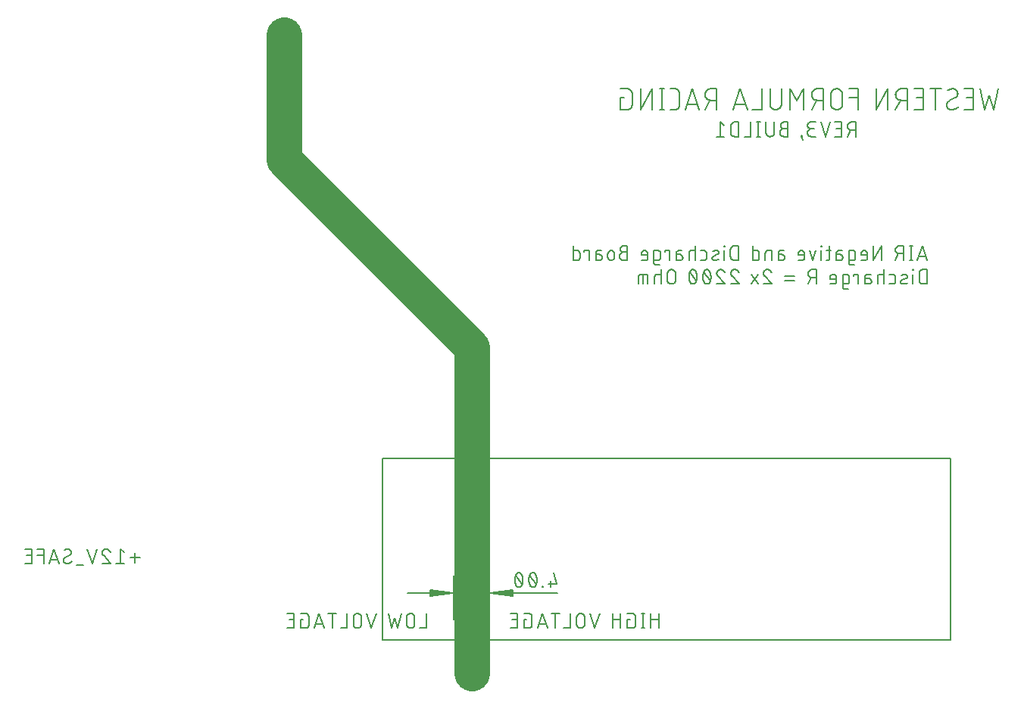
<source format=gbo>
G04 EAGLE Gerber RS-274X export*
G75*
%MOMM*%
%FSLAX34Y34*%
%LPD*%
%INSilkscreen Bottom*%
%IPPOS*%
%AMOC8*
5,1,8,0,0,1.08239X$1,22.5*%
G01*
%ADD10C,0.152400*%
%ADD11C,0.203200*%
%ADD12C,0.130000*%
%ADD13C,4.000000*%


D10*
X559280Y99304D02*
X548443Y99304D01*
X553862Y104722D02*
X553862Y93885D01*
X541704Y105626D02*
X537188Y109238D01*
X537188Y92982D01*
X532673Y92982D02*
X541704Y92982D01*
X521106Y109238D02*
X520981Y109236D01*
X520856Y109230D01*
X520731Y109221D01*
X520607Y109207D01*
X520483Y109190D01*
X520359Y109169D01*
X520237Y109144D01*
X520115Y109115D01*
X519994Y109083D01*
X519874Y109047D01*
X519755Y109007D01*
X519638Y108964D01*
X519522Y108917D01*
X519407Y108866D01*
X519295Y108812D01*
X519183Y108754D01*
X519074Y108694D01*
X518967Y108629D01*
X518861Y108562D01*
X518758Y108491D01*
X518657Y108417D01*
X518558Y108340D01*
X518462Y108260D01*
X518368Y108177D01*
X518277Y108092D01*
X518188Y108003D01*
X518103Y107912D01*
X518020Y107818D01*
X517940Y107722D01*
X517863Y107623D01*
X517789Y107522D01*
X517718Y107419D01*
X517651Y107313D01*
X517586Y107206D01*
X517526Y107097D01*
X517468Y106985D01*
X517414Y106873D01*
X517363Y106758D01*
X517316Y106642D01*
X517273Y106525D01*
X517233Y106406D01*
X517197Y106286D01*
X517165Y106165D01*
X517136Y106043D01*
X517111Y105921D01*
X517090Y105797D01*
X517073Y105673D01*
X517059Y105549D01*
X517050Y105424D01*
X517044Y105299D01*
X517042Y105174D01*
X521106Y109238D02*
X521249Y109236D01*
X521391Y109230D01*
X521534Y109220D01*
X521676Y109207D01*
X521817Y109189D01*
X521959Y109168D01*
X522099Y109143D01*
X522239Y109114D01*
X522378Y109081D01*
X522516Y109044D01*
X522653Y109004D01*
X522788Y108960D01*
X522923Y108912D01*
X523056Y108860D01*
X523188Y108805D01*
X523318Y108746D01*
X523446Y108684D01*
X523573Y108618D01*
X523698Y108549D01*
X523821Y108477D01*
X523942Y108401D01*
X524060Y108322D01*
X524177Y108239D01*
X524291Y108154D01*
X524403Y108065D01*
X524512Y107974D01*
X524619Y107879D01*
X524724Y107782D01*
X524825Y107681D01*
X524924Y107578D01*
X525020Y107473D01*
X525113Y107364D01*
X525203Y107253D01*
X525290Y107140D01*
X525374Y107025D01*
X525454Y106907D01*
X525532Y106787D01*
X525606Y106665D01*
X525676Y106541D01*
X525744Y106415D01*
X525807Y106287D01*
X525868Y106158D01*
X525925Y106027D01*
X525978Y105895D01*
X526027Y105761D01*
X526073Y105626D01*
X518397Y102013D02*
X518303Y102105D01*
X518213Y102199D01*
X518125Y102296D01*
X518040Y102396D01*
X517958Y102498D01*
X517879Y102603D01*
X517804Y102710D01*
X517732Y102819D01*
X517663Y102930D01*
X517597Y103044D01*
X517535Y103159D01*
X517476Y103276D01*
X517421Y103395D01*
X517370Y103515D01*
X517322Y103637D01*
X517277Y103760D01*
X517237Y103884D01*
X517200Y104010D01*
X517167Y104137D01*
X517138Y104264D01*
X517112Y104393D01*
X517091Y104522D01*
X517073Y104652D01*
X517060Y104782D01*
X517050Y104912D01*
X517044Y105043D01*
X517042Y105174D01*
X518396Y102013D02*
X526073Y92982D01*
X517042Y92982D01*
X505926Y92982D02*
X511344Y109238D01*
X500507Y109238D02*
X505926Y92982D01*
X495470Y91176D02*
X488245Y91176D01*
X477408Y92982D02*
X477290Y92984D01*
X477172Y92990D01*
X477054Y92999D01*
X476937Y93013D01*
X476820Y93030D01*
X476703Y93051D01*
X476588Y93076D01*
X476473Y93105D01*
X476359Y93138D01*
X476247Y93174D01*
X476136Y93214D01*
X476026Y93257D01*
X475917Y93304D01*
X475810Y93354D01*
X475705Y93409D01*
X475602Y93466D01*
X475501Y93527D01*
X475401Y93591D01*
X475304Y93658D01*
X475209Y93728D01*
X475117Y93802D01*
X475026Y93878D01*
X474939Y93958D01*
X474854Y94040D01*
X474772Y94125D01*
X474692Y94212D01*
X474616Y94303D01*
X474542Y94395D01*
X474472Y94490D01*
X474405Y94587D01*
X474341Y94687D01*
X474280Y94788D01*
X474223Y94891D01*
X474168Y94996D01*
X474118Y95103D01*
X474071Y95212D01*
X474028Y95322D01*
X473988Y95433D01*
X473952Y95545D01*
X473919Y95659D01*
X473890Y95774D01*
X473865Y95889D01*
X473844Y96006D01*
X473827Y96123D01*
X473813Y96240D01*
X473804Y96358D01*
X473798Y96476D01*
X473796Y96594D01*
X477408Y92982D02*
X477591Y92984D01*
X477773Y92991D01*
X477955Y93002D01*
X478137Y93017D01*
X478319Y93037D01*
X478500Y93061D01*
X478680Y93089D01*
X478860Y93121D01*
X479039Y93158D01*
X479216Y93199D01*
X479393Y93245D01*
X479569Y93294D01*
X479744Y93348D01*
X479917Y93406D01*
X480088Y93468D01*
X480259Y93534D01*
X480427Y93605D01*
X480594Y93679D01*
X480759Y93757D01*
X480922Y93839D01*
X481083Y93925D01*
X481242Y94015D01*
X481399Y94109D01*
X481553Y94206D01*
X481705Y94307D01*
X481855Y94412D01*
X482002Y94520D01*
X482146Y94631D01*
X482288Y94746D01*
X482427Y94865D01*
X482563Y94987D01*
X482696Y95112D01*
X482826Y95240D01*
X482374Y105626D02*
X482372Y105744D01*
X482366Y105862D01*
X482357Y105980D01*
X482343Y106097D01*
X482326Y106214D01*
X482305Y106331D01*
X482280Y106446D01*
X482251Y106561D01*
X482218Y106675D01*
X482182Y106787D01*
X482142Y106898D01*
X482099Y107008D01*
X482052Y107117D01*
X482002Y107224D01*
X481947Y107329D01*
X481890Y107432D01*
X481829Y107533D01*
X481765Y107633D01*
X481698Y107730D01*
X481628Y107825D01*
X481554Y107917D01*
X481478Y108008D01*
X481398Y108095D01*
X481316Y108180D01*
X481231Y108262D01*
X481144Y108342D01*
X481053Y108418D01*
X480961Y108492D01*
X480866Y108562D01*
X480769Y108629D01*
X480669Y108693D01*
X480568Y108754D01*
X480465Y108811D01*
X480360Y108866D01*
X480253Y108916D01*
X480144Y108963D01*
X480034Y109006D01*
X479923Y109046D01*
X479811Y109082D01*
X479697Y109115D01*
X479582Y109144D01*
X479467Y109169D01*
X479350Y109190D01*
X479233Y109207D01*
X479116Y109221D01*
X478998Y109230D01*
X478880Y109236D01*
X478762Y109238D01*
X478601Y109236D01*
X478439Y109230D01*
X478278Y109221D01*
X478117Y109207D01*
X477957Y109190D01*
X477797Y109169D01*
X477637Y109144D01*
X477478Y109115D01*
X477320Y109083D01*
X477163Y109047D01*
X477007Y109007D01*
X476851Y108963D01*
X476697Y108915D01*
X476544Y108864D01*
X476392Y108810D01*
X476241Y108751D01*
X476092Y108690D01*
X475945Y108624D01*
X475799Y108555D01*
X475654Y108483D01*
X475512Y108407D01*
X475371Y108328D01*
X475232Y108246D01*
X475096Y108160D01*
X474961Y108071D01*
X474828Y107979D01*
X474698Y107883D01*
X480569Y102465D02*
X480670Y102527D01*
X480770Y102592D01*
X480867Y102661D01*
X480962Y102733D01*
X481055Y102807D01*
X481145Y102885D01*
X481233Y102966D01*
X481318Y103049D01*
X481400Y103135D01*
X481479Y103224D01*
X481556Y103315D01*
X481629Y103409D01*
X481700Y103505D01*
X481767Y103603D01*
X481831Y103703D01*
X481892Y103806D01*
X481949Y103910D01*
X482003Y104016D01*
X482053Y104124D01*
X482100Y104233D01*
X482144Y104344D01*
X482184Y104456D01*
X482220Y104570D01*
X482252Y104684D01*
X482281Y104800D01*
X482306Y104916D01*
X482327Y105033D01*
X482344Y105151D01*
X482358Y105269D01*
X482367Y105388D01*
X482373Y105507D01*
X482375Y105626D01*
X475601Y99755D02*
X475500Y99693D01*
X475400Y99628D01*
X475303Y99559D01*
X475208Y99487D01*
X475115Y99413D01*
X475025Y99335D01*
X474937Y99254D01*
X474852Y99171D01*
X474770Y99085D01*
X474691Y98996D01*
X474614Y98905D01*
X474541Y98811D01*
X474470Y98715D01*
X474403Y98617D01*
X474339Y98517D01*
X474278Y98414D01*
X474221Y98310D01*
X474167Y98204D01*
X474117Y98096D01*
X474070Y97987D01*
X474026Y97876D01*
X473986Y97764D01*
X473950Y97650D01*
X473918Y97536D01*
X473889Y97420D01*
X473864Y97304D01*
X473843Y97187D01*
X473826Y97069D01*
X473812Y96951D01*
X473803Y96832D01*
X473797Y96713D01*
X473795Y96594D01*
X475601Y99755D02*
X480568Y102465D01*
X468619Y92982D02*
X463200Y109238D01*
X457782Y92982D01*
X459136Y97046D02*
X467264Y97046D01*
X451534Y92982D02*
X451534Y109238D01*
X444309Y109238D01*
X444309Y102013D02*
X451534Y102013D01*
X437987Y92982D02*
X430762Y92982D01*
X437987Y92982D02*
X437987Y109238D01*
X430762Y109238D01*
X432568Y102013D02*
X437987Y102013D01*
D11*
X1513791Y601016D02*
X1518984Y624384D01*
X1508598Y616595D02*
X1513791Y601016D01*
X1503405Y601016D02*
X1508598Y616595D01*
X1498212Y624384D02*
X1503405Y601016D01*
X1490706Y601016D02*
X1480321Y601016D01*
X1490706Y601016D02*
X1490706Y624384D01*
X1480321Y624384D01*
X1482917Y613998D02*
X1490706Y613998D01*
X1466238Y601016D02*
X1466095Y601018D01*
X1465952Y601024D01*
X1465809Y601034D01*
X1465667Y601048D01*
X1465525Y601065D01*
X1465383Y601087D01*
X1465242Y601112D01*
X1465102Y601142D01*
X1464963Y601175D01*
X1464825Y601212D01*
X1464688Y601253D01*
X1464552Y601297D01*
X1464417Y601346D01*
X1464284Y601398D01*
X1464152Y601453D01*
X1464022Y601513D01*
X1463893Y601576D01*
X1463766Y601642D01*
X1463642Y601712D01*
X1463519Y601785D01*
X1463398Y601862D01*
X1463279Y601941D01*
X1463163Y602025D01*
X1463048Y602111D01*
X1462937Y602200D01*
X1462827Y602293D01*
X1462721Y602388D01*
X1462617Y602487D01*
X1462516Y602588D01*
X1462417Y602692D01*
X1462322Y602798D01*
X1462229Y602908D01*
X1462140Y603019D01*
X1462054Y603134D01*
X1461971Y603250D01*
X1461891Y603369D01*
X1461814Y603490D01*
X1461741Y603612D01*
X1461671Y603737D01*
X1461605Y603864D01*
X1461542Y603993D01*
X1461482Y604123D01*
X1461427Y604255D01*
X1461375Y604388D01*
X1461326Y604523D01*
X1461282Y604659D01*
X1461241Y604796D01*
X1461204Y604934D01*
X1461171Y605073D01*
X1461141Y605213D01*
X1461116Y605354D01*
X1461094Y605496D01*
X1461077Y605638D01*
X1461063Y605780D01*
X1461053Y605923D01*
X1461047Y606066D01*
X1461045Y606209D01*
X1466238Y601016D02*
X1466501Y601019D01*
X1466763Y601029D01*
X1467025Y601044D01*
X1467286Y601066D01*
X1467547Y601094D01*
X1467807Y601129D01*
X1468067Y601170D01*
X1468325Y601216D01*
X1468582Y601269D01*
X1468838Y601329D01*
X1469092Y601394D01*
X1469345Y601465D01*
X1469595Y601542D01*
X1469844Y601626D01*
X1470091Y601715D01*
X1470336Y601810D01*
X1470578Y601911D01*
X1470818Y602018D01*
X1471055Y602130D01*
X1471289Y602248D01*
X1471521Y602372D01*
X1471749Y602501D01*
X1471975Y602636D01*
X1472197Y602776D01*
X1472415Y602921D01*
X1472631Y603071D01*
X1472842Y603227D01*
X1473050Y603387D01*
X1473253Y603553D01*
X1473453Y603723D01*
X1473649Y603898D01*
X1473840Y604077D01*
X1474027Y604261D01*
X1473379Y619191D02*
X1473377Y619334D01*
X1473371Y619477D01*
X1473361Y619620D01*
X1473347Y619762D01*
X1473330Y619904D01*
X1473308Y620046D01*
X1473283Y620187D01*
X1473253Y620327D01*
X1473220Y620466D01*
X1473183Y620604D01*
X1473142Y620741D01*
X1473098Y620877D01*
X1473049Y621012D01*
X1472997Y621145D01*
X1472942Y621277D01*
X1472882Y621407D01*
X1472819Y621536D01*
X1472753Y621663D01*
X1472683Y621788D01*
X1472610Y621910D01*
X1472533Y622031D01*
X1472453Y622150D01*
X1472370Y622266D01*
X1472284Y622381D01*
X1472195Y622492D01*
X1472102Y622602D01*
X1472007Y622708D01*
X1471908Y622812D01*
X1471807Y622913D01*
X1471703Y623012D01*
X1471597Y623107D01*
X1471487Y623200D01*
X1471376Y623289D01*
X1471261Y623375D01*
X1471145Y623458D01*
X1471026Y623538D01*
X1470905Y623615D01*
X1470783Y623688D01*
X1470658Y623758D01*
X1470531Y623824D01*
X1470402Y623887D01*
X1470272Y623947D01*
X1470140Y624002D01*
X1470007Y624054D01*
X1469872Y624103D01*
X1469736Y624147D01*
X1469599Y624188D01*
X1469461Y624225D01*
X1469322Y624258D01*
X1469182Y624288D01*
X1469041Y624313D01*
X1468899Y624335D01*
X1468757Y624352D01*
X1468615Y624366D01*
X1468472Y624376D01*
X1468329Y624382D01*
X1468186Y624384D01*
X1467954Y624381D01*
X1467722Y624373D01*
X1467490Y624359D01*
X1467259Y624340D01*
X1467028Y624315D01*
X1466798Y624285D01*
X1466569Y624249D01*
X1466341Y624208D01*
X1466113Y624161D01*
X1465887Y624109D01*
X1465662Y624051D01*
X1465439Y623988D01*
X1465217Y623920D01*
X1464997Y623847D01*
X1464779Y623768D01*
X1464562Y623685D01*
X1464348Y623596D01*
X1464136Y623502D01*
X1463926Y623403D01*
X1463718Y623299D01*
X1463514Y623190D01*
X1463311Y623076D01*
X1463112Y622957D01*
X1462915Y622834D01*
X1462722Y622706D01*
X1462531Y622574D01*
X1462344Y622437D01*
X1470783Y614647D02*
X1470906Y614722D01*
X1471027Y614800D01*
X1471146Y614882D01*
X1471262Y614966D01*
X1471376Y615054D01*
X1471488Y615145D01*
X1471598Y615239D01*
X1471704Y615336D01*
X1471808Y615436D01*
X1471909Y615538D01*
X1472008Y615644D01*
X1472103Y615752D01*
X1472196Y615862D01*
X1472285Y615975D01*
X1472371Y616091D01*
X1472455Y616208D01*
X1472534Y616328D01*
X1472611Y616450D01*
X1472684Y616574D01*
X1472754Y616700D01*
X1472820Y616828D01*
X1472883Y616958D01*
X1472942Y617089D01*
X1472998Y617222D01*
X1473050Y617357D01*
X1473098Y617493D01*
X1473143Y617630D01*
X1473183Y617768D01*
X1473220Y617907D01*
X1473254Y618047D01*
X1473283Y618188D01*
X1473308Y618330D01*
X1473330Y618473D01*
X1473348Y618616D01*
X1473361Y618759D01*
X1473371Y618903D01*
X1473377Y619047D01*
X1473379Y619191D01*
X1463642Y610753D02*
X1463519Y610678D01*
X1463398Y610600D01*
X1463279Y610518D01*
X1463163Y610434D01*
X1463049Y610346D01*
X1462937Y610255D01*
X1462828Y610161D01*
X1462721Y610064D01*
X1462617Y609964D01*
X1462516Y609862D01*
X1462417Y609756D01*
X1462322Y609648D01*
X1462229Y609538D01*
X1462140Y609425D01*
X1462054Y609310D01*
X1461971Y609192D01*
X1461891Y609072D01*
X1461814Y608950D01*
X1461741Y608826D01*
X1461671Y608700D01*
X1461605Y608572D01*
X1461542Y608442D01*
X1461483Y608311D01*
X1461427Y608178D01*
X1461375Y608043D01*
X1461327Y607907D01*
X1461282Y607770D01*
X1461242Y607632D01*
X1461205Y607493D01*
X1461172Y607353D01*
X1461142Y607212D01*
X1461117Y607070D01*
X1461095Y606927D01*
X1461077Y606784D01*
X1461064Y606641D01*
X1461054Y606497D01*
X1461048Y606353D01*
X1461046Y606209D01*
X1463642Y610753D02*
X1470782Y614647D01*
X1448746Y624384D02*
X1448746Y601016D01*
X1455237Y624384D02*
X1442255Y624384D01*
X1435030Y601016D02*
X1424644Y601016D01*
X1435030Y601016D02*
X1435030Y624384D01*
X1424644Y624384D01*
X1427240Y613998D02*
X1435030Y613998D01*
X1416895Y624384D02*
X1416895Y601016D01*
X1416895Y624384D02*
X1410404Y624384D01*
X1410245Y624382D01*
X1410086Y624376D01*
X1409926Y624366D01*
X1409768Y624353D01*
X1409609Y624335D01*
X1409452Y624314D01*
X1409294Y624288D01*
X1409138Y624259D01*
X1408982Y624226D01*
X1408827Y624189D01*
X1408673Y624149D01*
X1408520Y624104D01*
X1408368Y624056D01*
X1408217Y624005D01*
X1408068Y623949D01*
X1407920Y623890D01*
X1407774Y623827D01*
X1407629Y623761D01*
X1407486Y623691D01*
X1407344Y623618D01*
X1407205Y623541D01*
X1407067Y623461D01*
X1406931Y623377D01*
X1406798Y623290D01*
X1406666Y623200D01*
X1406537Y623107D01*
X1406411Y623010D01*
X1406286Y622911D01*
X1406164Y622808D01*
X1406045Y622703D01*
X1405928Y622594D01*
X1405814Y622483D01*
X1405703Y622369D01*
X1405594Y622252D01*
X1405489Y622133D01*
X1405386Y622011D01*
X1405287Y621886D01*
X1405190Y621760D01*
X1405097Y621631D01*
X1405007Y621499D01*
X1404920Y621366D01*
X1404836Y621230D01*
X1404756Y621092D01*
X1404679Y620953D01*
X1404606Y620811D01*
X1404536Y620668D01*
X1404470Y620523D01*
X1404407Y620377D01*
X1404348Y620229D01*
X1404292Y620080D01*
X1404241Y619929D01*
X1404193Y619777D01*
X1404148Y619624D01*
X1404108Y619470D01*
X1404071Y619315D01*
X1404038Y619159D01*
X1404009Y619003D01*
X1403983Y618845D01*
X1403962Y618688D01*
X1403944Y618529D01*
X1403931Y618371D01*
X1403921Y618211D01*
X1403915Y618052D01*
X1403913Y617893D01*
X1403915Y617734D01*
X1403921Y617575D01*
X1403931Y617415D01*
X1403944Y617257D01*
X1403962Y617098D01*
X1403983Y616941D01*
X1404009Y616783D01*
X1404038Y616627D01*
X1404071Y616471D01*
X1404108Y616316D01*
X1404148Y616162D01*
X1404193Y616009D01*
X1404241Y615857D01*
X1404292Y615706D01*
X1404348Y615557D01*
X1404407Y615409D01*
X1404470Y615263D01*
X1404536Y615118D01*
X1404606Y614975D01*
X1404679Y614833D01*
X1404756Y614694D01*
X1404836Y614556D01*
X1404920Y614420D01*
X1405007Y614287D01*
X1405097Y614155D01*
X1405190Y614026D01*
X1405287Y613900D01*
X1405386Y613775D01*
X1405489Y613653D01*
X1405594Y613534D01*
X1405703Y613417D01*
X1405814Y613303D01*
X1405928Y613192D01*
X1406045Y613083D01*
X1406164Y612978D01*
X1406286Y612875D01*
X1406411Y612776D01*
X1406537Y612679D01*
X1406666Y612586D01*
X1406798Y612496D01*
X1406931Y612409D01*
X1407067Y612325D01*
X1407205Y612245D01*
X1407344Y612168D01*
X1407486Y612095D01*
X1407629Y612025D01*
X1407774Y611959D01*
X1407920Y611896D01*
X1408068Y611837D01*
X1408217Y611781D01*
X1408368Y611730D01*
X1408520Y611682D01*
X1408673Y611637D01*
X1408827Y611597D01*
X1408982Y611560D01*
X1409138Y611527D01*
X1409294Y611498D01*
X1409452Y611472D01*
X1409609Y611451D01*
X1409768Y611433D01*
X1409926Y611420D01*
X1410086Y611410D01*
X1410245Y611404D01*
X1410404Y611402D01*
X1416895Y611402D01*
X1409106Y611402D02*
X1403913Y601016D01*
X1395384Y601016D02*
X1395384Y624384D01*
X1382402Y601016D01*
X1382402Y624384D01*
X1361954Y624384D02*
X1361954Y601016D01*
X1361954Y624384D02*
X1351568Y624384D01*
X1351568Y613998D02*
X1361954Y613998D01*
X1344579Y617893D02*
X1344579Y607507D01*
X1344579Y617893D02*
X1344577Y618052D01*
X1344571Y618211D01*
X1344561Y618371D01*
X1344548Y618529D01*
X1344530Y618688D01*
X1344509Y618845D01*
X1344483Y619003D01*
X1344454Y619159D01*
X1344421Y619315D01*
X1344384Y619470D01*
X1344344Y619624D01*
X1344299Y619777D01*
X1344251Y619929D01*
X1344200Y620080D01*
X1344144Y620229D01*
X1344085Y620377D01*
X1344022Y620523D01*
X1343956Y620668D01*
X1343886Y620811D01*
X1343813Y620953D01*
X1343736Y621092D01*
X1343656Y621230D01*
X1343572Y621366D01*
X1343485Y621499D01*
X1343395Y621631D01*
X1343302Y621760D01*
X1343205Y621886D01*
X1343106Y622011D01*
X1343003Y622133D01*
X1342898Y622252D01*
X1342789Y622369D01*
X1342678Y622483D01*
X1342564Y622594D01*
X1342447Y622703D01*
X1342328Y622808D01*
X1342206Y622911D01*
X1342081Y623010D01*
X1341955Y623107D01*
X1341826Y623200D01*
X1341694Y623290D01*
X1341561Y623377D01*
X1341425Y623461D01*
X1341287Y623541D01*
X1341148Y623618D01*
X1341006Y623691D01*
X1340863Y623761D01*
X1340718Y623827D01*
X1340572Y623890D01*
X1340424Y623949D01*
X1340275Y624005D01*
X1340124Y624056D01*
X1339972Y624104D01*
X1339819Y624149D01*
X1339665Y624189D01*
X1339510Y624226D01*
X1339354Y624259D01*
X1339198Y624288D01*
X1339040Y624314D01*
X1338883Y624335D01*
X1338724Y624353D01*
X1338566Y624366D01*
X1338406Y624376D01*
X1338247Y624382D01*
X1338088Y624384D01*
X1337929Y624382D01*
X1337770Y624376D01*
X1337610Y624366D01*
X1337452Y624353D01*
X1337293Y624335D01*
X1337136Y624314D01*
X1336978Y624288D01*
X1336822Y624259D01*
X1336666Y624226D01*
X1336511Y624189D01*
X1336357Y624149D01*
X1336204Y624104D01*
X1336052Y624056D01*
X1335901Y624005D01*
X1335752Y623949D01*
X1335604Y623890D01*
X1335458Y623827D01*
X1335313Y623761D01*
X1335170Y623691D01*
X1335028Y623618D01*
X1334889Y623541D01*
X1334751Y623461D01*
X1334615Y623377D01*
X1334482Y623290D01*
X1334350Y623200D01*
X1334221Y623107D01*
X1334095Y623010D01*
X1333970Y622911D01*
X1333848Y622808D01*
X1333729Y622703D01*
X1333612Y622594D01*
X1333498Y622483D01*
X1333387Y622369D01*
X1333278Y622252D01*
X1333173Y622133D01*
X1333070Y622011D01*
X1332971Y621886D01*
X1332874Y621760D01*
X1332781Y621631D01*
X1332691Y621499D01*
X1332604Y621366D01*
X1332520Y621230D01*
X1332440Y621092D01*
X1332363Y620953D01*
X1332290Y620811D01*
X1332220Y620668D01*
X1332154Y620523D01*
X1332091Y620377D01*
X1332032Y620229D01*
X1331976Y620080D01*
X1331925Y619929D01*
X1331877Y619777D01*
X1331832Y619624D01*
X1331792Y619470D01*
X1331755Y619315D01*
X1331722Y619159D01*
X1331693Y619003D01*
X1331667Y618845D01*
X1331646Y618688D01*
X1331628Y618529D01*
X1331615Y618371D01*
X1331605Y618211D01*
X1331599Y618052D01*
X1331597Y617893D01*
X1331597Y607507D01*
X1331599Y607348D01*
X1331605Y607189D01*
X1331615Y607029D01*
X1331628Y606871D01*
X1331646Y606712D01*
X1331667Y606555D01*
X1331693Y606397D01*
X1331722Y606241D01*
X1331755Y606085D01*
X1331792Y605930D01*
X1331832Y605776D01*
X1331877Y605623D01*
X1331925Y605471D01*
X1331976Y605320D01*
X1332032Y605171D01*
X1332091Y605023D01*
X1332154Y604877D01*
X1332220Y604732D01*
X1332290Y604589D01*
X1332363Y604447D01*
X1332440Y604308D01*
X1332520Y604170D01*
X1332604Y604034D01*
X1332691Y603901D01*
X1332781Y603769D01*
X1332874Y603640D01*
X1332971Y603514D01*
X1333070Y603389D01*
X1333173Y603267D01*
X1333278Y603148D01*
X1333387Y603031D01*
X1333498Y602917D01*
X1333612Y602806D01*
X1333729Y602697D01*
X1333848Y602592D01*
X1333970Y602489D01*
X1334095Y602390D01*
X1334221Y602293D01*
X1334350Y602200D01*
X1334482Y602110D01*
X1334615Y602023D01*
X1334751Y601939D01*
X1334889Y601859D01*
X1335028Y601782D01*
X1335170Y601709D01*
X1335313Y601639D01*
X1335458Y601573D01*
X1335604Y601510D01*
X1335752Y601451D01*
X1335901Y601395D01*
X1336052Y601344D01*
X1336204Y601296D01*
X1336357Y601251D01*
X1336511Y601211D01*
X1336666Y601174D01*
X1336822Y601141D01*
X1336978Y601112D01*
X1337136Y601086D01*
X1337293Y601065D01*
X1337452Y601047D01*
X1337610Y601034D01*
X1337770Y601024D01*
X1337929Y601018D01*
X1338088Y601016D01*
X1338247Y601018D01*
X1338406Y601024D01*
X1338566Y601034D01*
X1338724Y601047D01*
X1338883Y601065D01*
X1339040Y601086D01*
X1339198Y601112D01*
X1339354Y601141D01*
X1339510Y601174D01*
X1339665Y601211D01*
X1339819Y601251D01*
X1339972Y601296D01*
X1340124Y601344D01*
X1340275Y601395D01*
X1340424Y601451D01*
X1340572Y601510D01*
X1340718Y601573D01*
X1340863Y601639D01*
X1341006Y601709D01*
X1341148Y601782D01*
X1341287Y601859D01*
X1341425Y601939D01*
X1341561Y602023D01*
X1341694Y602110D01*
X1341826Y602200D01*
X1341955Y602293D01*
X1342081Y602390D01*
X1342206Y602489D01*
X1342328Y602592D01*
X1342447Y602697D01*
X1342564Y602806D01*
X1342678Y602917D01*
X1342789Y603031D01*
X1342898Y603148D01*
X1343003Y603267D01*
X1343106Y603389D01*
X1343205Y603514D01*
X1343302Y603640D01*
X1343395Y603769D01*
X1343485Y603901D01*
X1343572Y604034D01*
X1343656Y604170D01*
X1343736Y604308D01*
X1343813Y604447D01*
X1343886Y604589D01*
X1343956Y604732D01*
X1344022Y604877D01*
X1344085Y605023D01*
X1344144Y605171D01*
X1344200Y605320D01*
X1344251Y605471D01*
X1344299Y605623D01*
X1344344Y605776D01*
X1344384Y605930D01*
X1344421Y606085D01*
X1344454Y606241D01*
X1344483Y606397D01*
X1344509Y606555D01*
X1344530Y606712D01*
X1344548Y606871D01*
X1344561Y607029D01*
X1344571Y607189D01*
X1344577Y607348D01*
X1344579Y607507D01*
X1322941Y601016D02*
X1322941Y624384D01*
X1316450Y624384D01*
X1316291Y624382D01*
X1316132Y624376D01*
X1315972Y624366D01*
X1315814Y624353D01*
X1315655Y624335D01*
X1315498Y624314D01*
X1315340Y624288D01*
X1315184Y624259D01*
X1315028Y624226D01*
X1314873Y624189D01*
X1314719Y624149D01*
X1314566Y624104D01*
X1314414Y624056D01*
X1314263Y624005D01*
X1314114Y623949D01*
X1313966Y623890D01*
X1313820Y623827D01*
X1313675Y623761D01*
X1313532Y623691D01*
X1313390Y623618D01*
X1313251Y623541D01*
X1313113Y623461D01*
X1312977Y623377D01*
X1312844Y623290D01*
X1312712Y623200D01*
X1312583Y623107D01*
X1312457Y623010D01*
X1312332Y622911D01*
X1312210Y622808D01*
X1312091Y622703D01*
X1311974Y622594D01*
X1311860Y622483D01*
X1311749Y622369D01*
X1311640Y622252D01*
X1311535Y622133D01*
X1311432Y622011D01*
X1311333Y621886D01*
X1311236Y621760D01*
X1311143Y621631D01*
X1311053Y621499D01*
X1310966Y621366D01*
X1310882Y621230D01*
X1310802Y621092D01*
X1310725Y620953D01*
X1310652Y620811D01*
X1310582Y620668D01*
X1310516Y620523D01*
X1310453Y620377D01*
X1310394Y620229D01*
X1310338Y620080D01*
X1310287Y619929D01*
X1310239Y619777D01*
X1310194Y619624D01*
X1310154Y619470D01*
X1310117Y619315D01*
X1310084Y619159D01*
X1310055Y619003D01*
X1310029Y618845D01*
X1310008Y618688D01*
X1309990Y618529D01*
X1309977Y618371D01*
X1309967Y618211D01*
X1309961Y618052D01*
X1309959Y617893D01*
X1309961Y617734D01*
X1309967Y617575D01*
X1309977Y617415D01*
X1309990Y617257D01*
X1310008Y617098D01*
X1310029Y616941D01*
X1310055Y616783D01*
X1310084Y616627D01*
X1310117Y616471D01*
X1310154Y616316D01*
X1310194Y616162D01*
X1310239Y616009D01*
X1310287Y615857D01*
X1310338Y615706D01*
X1310394Y615557D01*
X1310453Y615409D01*
X1310516Y615263D01*
X1310582Y615118D01*
X1310652Y614975D01*
X1310725Y614833D01*
X1310802Y614694D01*
X1310882Y614556D01*
X1310966Y614420D01*
X1311053Y614287D01*
X1311143Y614155D01*
X1311236Y614026D01*
X1311333Y613900D01*
X1311432Y613775D01*
X1311535Y613653D01*
X1311640Y613534D01*
X1311749Y613417D01*
X1311860Y613303D01*
X1311974Y613192D01*
X1312091Y613083D01*
X1312210Y612978D01*
X1312332Y612875D01*
X1312457Y612776D01*
X1312583Y612679D01*
X1312712Y612586D01*
X1312844Y612496D01*
X1312977Y612409D01*
X1313113Y612325D01*
X1313251Y612245D01*
X1313390Y612168D01*
X1313532Y612095D01*
X1313675Y612025D01*
X1313820Y611959D01*
X1313966Y611896D01*
X1314114Y611837D01*
X1314263Y611781D01*
X1314414Y611730D01*
X1314566Y611682D01*
X1314719Y611637D01*
X1314873Y611597D01*
X1315028Y611560D01*
X1315184Y611527D01*
X1315340Y611498D01*
X1315498Y611472D01*
X1315655Y611451D01*
X1315814Y611433D01*
X1315972Y611420D01*
X1316132Y611410D01*
X1316291Y611404D01*
X1316450Y611402D01*
X1322941Y611402D01*
X1315152Y611402D02*
X1309959Y601016D01*
X1301336Y601016D02*
X1301336Y624384D01*
X1293547Y611402D01*
X1285758Y624384D01*
X1285758Y601016D01*
X1276376Y607507D02*
X1276376Y624384D01*
X1276375Y607507D02*
X1276373Y607348D01*
X1276367Y607189D01*
X1276357Y607029D01*
X1276344Y606871D01*
X1276326Y606712D01*
X1276305Y606555D01*
X1276279Y606397D01*
X1276250Y606241D01*
X1276217Y606085D01*
X1276180Y605930D01*
X1276140Y605776D01*
X1276095Y605623D01*
X1276047Y605471D01*
X1275996Y605320D01*
X1275940Y605171D01*
X1275881Y605023D01*
X1275818Y604877D01*
X1275752Y604732D01*
X1275682Y604589D01*
X1275609Y604447D01*
X1275532Y604308D01*
X1275452Y604170D01*
X1275368Y604034D01*
X1275281Y603901D01*
X1275191Y603769D01*
X1275098Y603640D01*
X1275001Y603514D01*
X1274902Y603389D01*
X1274799Y603267D01*
X1274694Y603148D01*
X1274585Y603031D01*
X1274474Y602917D01*
X1274360Y602806D01*
X1274243Y602697D01*
X1274124Y602592D01*
X1274002Y602489D01*
X1273877Y602390D01*
X1273751Y602293D01*
X1273622Y602200D01*
X1273490Y602110D01*
X1273357Y602023D01*
X1273221Y601939D01*
X1273083Y601859D01*
X1272944Y601782D01*
X1272802Y601709D01*
X1272659Y601639D01*
X1272514Y601573D01*
X1272368Y601510D01*
X1272220Y601451D01*
X1272071Y601395D01*
X1271920Y601344D01*
X1271768Y601296D01*
X1271615Y601251D01*
X1271461Y601211D01*
X1271306Y601174D01*
X1271150Y601141D01*
X1270994Y601112D01*
X1270836Y601086D01*
X1270679Y601065D01*
X1270520Y601047D01*
X1270362Y601034D01*
X1270202Y601024D01*
X1270043Y601018D01*
X1269884Y601016D01*
X1269725Y601018D01*
X1269566Y601024D01*
X1269406Y601034D01*
X1269248Y601047D01*
X1269089Y601065D01*
X1268932Y601086D01*
X1268774Y601112D01*
X1268618Y601141D01*
X1268462Y601174D01*
X1268307Y601211D01*
X1268153Y601251D01*
X1268000Y601296D01*
X1267848Y601344D01*
X1267697Y601395D01*
X1267548Y601451D01*
X1267400Y601510D01*
X1267254Y601573D01*
X1267109Y601639D01*
X1266966Y601709D01*
X1266824Y601782D01*
X1266685Y601859D01*
X1266547Y601939D01*
X1266411Y602023D01*
X1266278Y602110D01*
X1266146Y602200D01*
X1266017Y602293D01*
X1265891Y602390D01*
X1265766Y602489D01*
X1265644Y602592D01*
X1265525Y602697D01*
X1265408Y602806D01*
X1265294Y602917D01*
X1265183Y603031D01*
X1265074Y603148D01*
X1264969Y603267D01*
X1264866Y603389D01*
X1264767Y603514D01*
X1264670Y603640D01*
X1264577Y603769D01*
X1264487Y603901D01*
X1264400Y604034D01*
X1264316Y604170D01*
X1264236Y604308D01*
X1264159Y604447D01*
X1264086Y604589D01*
X1264016Y604732D01*
X1263950Y604877D01*
X1263887Y605023D01*
X1263828Y605171D01*
X1263772Y605320D01*
X1263721Y605471D01*
X1263673Y605623D01*
X1263628Y605776D01*
X1263588Y605930D01*
X1263551Y606085D01*
X1263518Y606241D01*
X1263489Y606397D01*
X1263463Y606555D01*
X1263442Y606712D01*
X1263424Y606871D01*
X1263411Y607029D01*
X1263401Y607189D01*
X1263395Y607348D01*
X1263393Y607507D01*
X1263393Y624384D01*
X1254080Y624384D02*
X1254080Y601016D01*
X1243695Y601016D01*
X1238004Y601016D02*
X1230215Y624384D01*
X1222425Y601016D01*
X1224373Y606858D02*
X1236057Y606858D01*
X1203932Y601016D02*
X1203932Y624384D01*
X1197441Y624384D01*
X1197282Y624382D01*
X1197123Y624376D01*
X1196963Y624366D01*
X1196805Y624353D01*
X1196646Y624335D01*
X1196489Y624314D01*
X1196331Y624288D01*
X1196175Y624259D01*
X1196019Y624226D01*
X1195864Y624189D01*
X1195710Y624149D01*
X1195557Y624104D01*
X1195405Y624056D01*
X1195254Y624005D01*
X1195105Y623949D01*
X1194957Y623890D01*
X1194811Y623827D01*
X1194666Y623761D01*
X1194523Y623691D01*
X1194381Y623618D01*
X1194242Y623541D01*
X1194104Y623461D01*
X1193968Y623377D01*
X1193835Y623290D01*
X1193703Y623200D01*
X1193574Y623107D01*
X1193448Y623010D01*
X1193323Y622911D01*
X1193201Y622808D01*
X1193082Y622703D01*
X1192965Y622594D01*
X1192851Y622483D01*
X1192740Y622369D01*
X1192631Y622252D01*
X1192526Y622133D01*
X1192423Y622011D01*
X1192324Y621886D01*
X1192227Y621760D01*
X1192134Y621631D01*
X1192044Y621499D01*
X1191957Y621366D01*
X1191873Y621230D01*
X1191793Y621092D01*
X1191716Y620953D01*
X1191643Y620811D01*
X1191573Y620668D01*
X1191507Y620523D01*
X1191444Y620377D01*
X1191385Y620229D01*
X1191329Y620080D01*
X1191278Y619929D01*
X1191230Y619777D01*
X1191185Y619624D01*
X1191145Y619470D01*
X1191108Y619315D01*
X1191075Y619159D01*
X1191046Y619003D01*
X1191020Y618845D01*
X1190999Y618688D01*
X1190981Y618529D01*
X1190968Y618371D01*
X1190958Y618211D01*
X1190952Y618052D01*
X1190950Y617893D01*
X1190952Y617734D01*
X1190958Y617575D01*
X1190968Y617415D01*
X1190981Y617257D01*
X1190999Y617098D01*
X1191020Y616941D01*
X1191046Y616783D01*
X1191075Y616627D01*
X1191108Y616471D01*
X1191145Y616316D01*
X1191185Y616162D01*
X1191230Y616009D01*
X1191278Y615857D01*
X1191329Y615706D01*
X1191385Y615557D01*
X1191444Y615409D01*
X1191507Y615263D01*
X1191573Y615118D01*
X1191643Y614975D01*
X1191716Y614833D01*
X1191793Y614694D01*
X1191873Y614556D01*
X1191957Y614420D01*
X1192044Y614287D01*
X1192134Y614155D01*
X1192227Y614026D01*
X1192324Y613900D01*
X1192423Y613775D01*
X1192526Y613653D01*
X1192631Y613534D01*
X1192740Y613417D01*
X1192851Y613303D01*
X1192965Y613192D01*
X1193082Y613083D01*
X1193201Y612978D01*
X1193323Y612875D01*
X1193448Y612776D01*
X1193574Y612679D01*
X1193703Y612586D01*
X1193835Y612496D01*
X1193968Y612409D01*
X1194104Y612325D01*
X1194242Y612245D01*
X1194381Y612168D01*
X1194523Y612095D01*
X1194666Y612025D01*
X1194811Y611959D01*
X1194957Y611896D01*
X1195105Y611837D01*
X1195254Y611781D01*
X1195405Y611730D01*
X1195557Y611682D01*
X1195710Y611637D01*
X1195864Y611597D01*
X1196019Y611560D01*
X1196175Y611527D01*
X1196331Y611498D01*
X1196489Y611472D01*
X1196646Y611451D01*
X1196805Y611433D01*
X1196963Y611420D01*
X1197123Y611410D01*
X1197282Y611404D01*
X1197441Y611402D01*
X1203932Y611402D01*
X1196143Y611402D02*
X1190950Y601016D01*
X1184415Y601016D02*
X1176626Y624384D01*
X1168837Y601016D01*
X1170784Y606858D02*
X1182468Y606858D01*
X1157069Y601016D02*
X1151876Y601016D01*
X1157069Y601016D02*
X1157212Y601018D01*
X1157355Y601024D01*
X1157498Y601034D01*
X1157640Y601048D01*
X1157782Y601065D01*
X1157924Y601087D01*
X1158065Y601112D01*
X1158205Y601142D01*
X1158344Y601175D01*
X1158482Y601212D01*
X1158619Y601253D01*
X1158755Y601297D01*
X1158890Y601346D01*
X1159023Y601398D01*
X1159155Y601453D01*
X1159285Y601513D01*
X1159414Y601576D01*
X1159541Y601642D01*
X1159666Y601712D01*
X1159788Y601785D01*
X1159909Y601862D01*
X1160028Y601942D01*
X1160144Y602025D01*
X1160259Y602111D01*
X1160370Y602200D01*
X1160480Y602293D01*
X1160586Y602388D01*
X1160690Y602487D01*
X1160791Y602588D01*
X1160890Y602692D01*
X1160985Y602798D01*
X1161078Y602908D01*
X1161167Y603019D01*
X1161253Y603134D01*
X1161336Y603250D01*
X1161416Y603369D01*
X1161493Y603490D01*
X1161566Y603613D01*
X1161636Y603737D01*
X1161702Y603864D01*
X1161765Y603993D01*
X1161825Y604123D01*
X1161880Y604255D01*
X1161932Y604388D01*
X1161981Y604523D01*
X1162025Y604659D01*
X1162066Y604796D01*
X1162103Y604934D01*
X1162136Y605073D01*
X1162166Y605213D01*
X1162191Y605354D01*
X1162213Y605496D01*
X1162230Y605638D01*
X1162244Y605780D01*
X1162254Y605923D01*
X1162260Y606066D01*
X1162262Y606209D01*
X1162262Y619191D01*
X1162260Y619334D01*
X1162254Y619477D01*
X1162244Y619620D01*
X1162230Y619762D01*
X1162213Y619904D01*
X1162191Y620046D01*
X1162166Y620187D01*
X1162136Y620327D01*
X1162103Y620466D01*
X1162066Y620604D01*
X1162025Y620741D01*
X1161981Y620877D01*
X1161932Y621012D01*
X1161880Y621145D01*
X1161825Y621277D01*
X1161765Y621407D01*
X1161702Y621536D01*
X1161636Y621663D01*
X1161566Y621788D01*
X1161493Y621910D01*
X1161416Y622031D01*
X1161336Y622150D01*
X1161253Y622266D01*
X1161167Y622381D01*
X1161078Y622492D01*
X1160985Y622602D01*
X1160890Y622708D01*
X1160791Y622812D01*
X1160690Y622913D01*
X1160586Y623012D01*
X1160480Y623107D01*
X1160370Y623200D01*
X1160259Y623289D01*
X1160144Y623375D01*
X1160028Y623458D01*
X1159909Y623538D01*
X1159788Y623615D01*
X1159666Y623688D01*
X1159541Y623758D01*
X1159414Y623824D01*
X1159285Y623887D01*
X1159155Y623947D01*
X1159023Y624002D01*
X1158890Y624054D01*
X1158755Y624103D01*
X1158619Y624147D01*
X1158482Y624188D01*
X1158344Y624225D01*
X1158205Y624258D01*
X1158065Y624288D01*
X1157924Y624313D01*
X1157782Y624335D01*
X1157640Y624352D01*
X1157498Y624366D01*
X1157355Y624376D01*
X1157212Y624382D01*
X1157069Y624384D01*
X1151876Y624384D01*
X1142524Y624384D02*
X1142524Y601016D01*
X1145120Y601016D02*
X1139928Y601016D01*
X1139928Y624384D02*
X1145120Y624384D01*
X1131616Y624384D02*
X1131616Y601016D01*
X1118634Y601016D02*
X1131616Y624384D01*
X1118634Y624384D02*
X1118634Y601016D01*
X1100258Y613998D02*
X1096363Y613998D01*
X1096363Y601016D01*
X1104153Y601016D01*
X1104296Y601018D01*
X1104439Y601024D01*
X1104582Y601034D01*
X1104724Y601048D01*
X1104866Y601065D01*
X1105008Y601087D01*
X1105149Y601112D01*
X1105289Y601142D01*
X1105428Y601175D01*
X1105566Y601212D01*
X1105703Y601253D01*
X1105839Y601297D01*
X1105974Y601346D01*
X1106107Y601398D01*
X1106239Y601453D01*
X1106369Y601513D01*
X1106498Y601576D01*
X1106625Y601642D01*
X1106750Y601712D01*
X1106872Y601785D01*
X1106993Y601862D01*
X1107112Y601942D01*
X1107228Y602025D01*
X1107343Y602111D01*
X1107454Y602200D01*
X1107564Y602293D01*
X1107670Y602388D01*
X1107774Y602487D01*
X1107875Y602588D01*
X1107974Y602692D01*
X1108069Y602798D01*
X1108162Y602908D01*
X1108251Y603019D01*
X1108337Y603134D01*
X1108420Y603250D01*
X1108500Y603369D01*
X1108577Y603490D01*
X1108650Y603613D01*
X1108720Y603737D01*
X1108786Y603864D01*
X1108849Y603993D01*
X1108909Y604123D01*
X1108964Y604255D01*
X1109016Y604388D01*
X1109065Y604523D01*
X1109109Y604659D01*
X1109150Y604796D01*
X1109187Y604934D01*
X1109220Y605073D01*
X1109250Y605213D01*
X1109275Y605354D01*
X1109297Y605496D01*
X1109314Y605638D01*
X1109328Y605780D01*
X1109338Y605923D01*
X1109344Y606066D01*
X1109346Y606209D01*
X1109345Y606209D02*
X1109345Y619191D01*
X1109346Y619191D02*
X1109344Y619334D01*
X1109338Y619477D01*
X1109328Y619620D01*
X1109314Y619762D01*
X1109297Y619904D01*
X1109275Y620046D01*
X1109250Y620187D01*
X1109220Y620327D01*
X1109187Y620466D01*
X1109150Y620604D01*
X1109109Y620741D01*
X1109065Y620877D01*
X1109016Y621012D01*
X1108964Y621145D01*
X1108909Y621277D01*
X1108849Y621407D01*
X1108786Y621536D01*
X1108720Y621663D01*
X1108650Y621788D01*
X1108577Y621910D01*
X1108500Y622031D01*
X1108420Y622150D01*
X1108337Y622266D01*
X1108251Y622381D01*
X1108162Y622492D01*
X1108069Y622602D01*
X1107974Y622708D01*
X1107875Y622812D01*
X1107774Y622913D01*
X1107670Y623012D01*
X1107564Y623107D01*
X1107454Y623200D01*
X1107343Y623289D01*
X1107228Y623375D01*
X1107112Y623458D01*
X1106993Y623538D01*
X1106872Y623615D01*
X1106750Y623688D01*
X1106625Y623758D01*
X1106498Y623824D01*
X1106369Y623887D01*
X1106239Y623947D01*
X1106107Y624002D01*
X1105974Y624054D01*
X1105839Y624103D01*
X1105703Y624147D01*
X1105566Y624188D01*
X1105428Y624225D01*
X1105289Y624258D01*
X1105149Y624288D01*
X1105008Y624313D01*
X1104866Y624335D01*
X1104724Y624352D01*
X1104582Y624366D01*
X1104439Y624376D01*
X1104296Y624382D01*
X1104153Y624384D01*
X1096363Y624384D01*
D12*
X910000Y79500D02*
X910000Y30000D01*
X950000Y30000D02*
X950000Y79500D01*
X909350Y60000D02*
X858000Y60000D01*
X950650Y60000D02*
X1025628Y60000D01*
X909350Y60000D02*
X884000Y63192D01*
X884000Y56808D01*
X909350Y60000D01*
X884000Y61300D01*
X884000Y58700D02*
X909350Y60000D01*
X884000Y62600D01*
X884000Y57400D02*
X909350Y60000D01*
X950650Y60000D02*
X976000Y63192D01*
X976000Y56808D01*
X950650Y60000D01*
X976000Y61300D01*
X976000Y58700D02*
X950650Y60000D01*
X976000Y62600D01*
X976000Y57400D02*
X950650Y60000D01*
D10*
X1021253Y82763D02*
X1024866Y70119D01*
X1015835Y70119D01*
X1018544Y73732D02*
X1018544Y66507D01*
X1009860Y66507D02*
X1009860Y67410D01*
X1008957Y67410D01*
X1008957Y66507D01*
X1009860Y66507D01*
X1002982Y74635D02*
X1002978Y74955D01*
X1002967Y75274D01*
X1002948Y75594D01*
X1002921Y75912D01*
X1002887Y76230D01*
X1002845Y76547D01*
X1002795Y76863D01*
X1002738Y77178D01*
X1002674Y77491D01*
X1002602Y77803D01*
X1002523Y78113D01*
X1002436Y78420D01*
X1002342Y78726D01*
X1002241Y79029D01*
X1002132Y79330D01*
X1002017Y79628D01*
X1001894Y79924D01*
X1001764Y80216D01*
X1001627Y80505D01*
X1001628Y80506D02*
X1001589Y80614D01*
X1001546Y80721D01*
X1001500Y80826D01*
X1001449Y80930D01*
X1001396Y81032D01*
X1001339Y81132D01*
X1001278Y81230D01*
X1001214Y81325D01*
X1001147Y81419D01*
X1001076Y81510D01*
X1001003Y81599D01*
X1000926Y81685D01*
X1000847Y81768D01*
X1000765Y81849D01*
X1000680Y81927D01*
X1000592Y82001D01*
X1000502Y82073D01*
X1000410Y82141D01*
X1000315Y82207D01*
X1000218Y82269D01*
X1000119Y82327D01*
X1000017Y82383D01*
X999915Y82434D01*
X999810Y82482D01*
X999704Y82527D01*
X999596Y82568D01*
X999487Y82605D01*
X999377Y82638D01*
X999265Y82667D01*
X999153Y82693D01*
X999040Y82715D01*
X998926Y82732D01*
X998812Y82746D01*
X998697Y82756D01*
X998582Y82762D01*
X998467Y82764D01*
X998467Y82763D02*
X998352Y82761D01*
X998237Y82755D01*
X998122Y82745D01*
X998008Y82731D01*
X997894Y82714D01*
X997781Y82692D01*
X997669Y82666D01*
X997557Y82637D01*
X997447Y82604D01*
X997338Y82567D01*
X997230Y82526D01*
X997124Y82481D01*
X997020Y82433D01*
X996917Y82382D01*
X996816Y82326D01*
X996716Y82268D01*
X996619Y82206D01*
X996525Y82141D01*
X996432Y82072D01*
X996342Y82000D01*
X996254Y81926D01*
X996169Y81848D01*
X996087Y81767D01*
X996008Y81684D01*
X995931Y81598D01*
X995858Y81509D01*
X995787Y81418D01*
X995720Y81324D01*
X995656Y81229D01*
X995595Y81131D01*
X995538Y81031D01*
X995485Y80929D01*
X995434Y80825D01*
X995388Y80720D01*
X995345Y80613D01*
X995306Y80505D01*
X995169Y80216D01*
X995039Y79924D01*
X994916Y79628D01*
X994801Y79330D01*
X994692Y79029D01*
X994591Y78726D01*
X994497Y78420D01*
X994410Y78113D01*
X994331Y77803D01*
X994259Y77491D01*
X994195Y77178D01*
X994138Y76863D01*
X994088Y76547D01*
X994046Y76230D01*
X994012Y75912D01*
X993985Y75594D01*
X993966Y75274D01*
X993955Y74955D01*
X993951Y74635D01*
X1002982Y74635D02*
X1002978Y74315D01*
X1002967Y73996D01*
X1002948Y73676D01*
X1002921Y73358D01*
X1002887Y73040D01*
X1002845Y72723D01*
X1002795Y72407D01*
X1002738Y72092D01*
X1002674Y71779D01*
X1002602Y71467D01*
X1002523Y71157D01*
X1002436Y70850D01*
X1002342Y70544D01*
X1002241Y70241D01*
X1002132Y69940D01*
X1002017Y69642D01*
X1001894Y69346D01*
X1001764Y69054D01*
X1001627Y68765D01*
X1001628Y68765D02*
X1001589Y68657D01*
X1001546Y68550D01*
X1001500Y68445D01*
X1001449Y68341D01*
X1001396Y68239D01*
X1001339Y68139D01*
X1001278Y68041D01*
X1001214Y67946D01*
X1001147Y67852D01*
X1001076Y67761D01*
X1001003Y67672D01*
X1000926Y67586D01*
X1000847Y67503D01*
X1000765Y67422D01*
X1000680Y67344D01*
X1000592Y67270D01*
X1000502Y67198D01*
X1000409Y67129D01*
X1000315Y67064D01*
X1000218Y67002D01*
X1000118Y66944D01*
X1000017Y66888D01*
X999915Y66837D01*
X999810Y66789D01*
X999704Y66744D01*
X999596Y66703D01*
X999487Y66666D01*
X999377Y66633D01*
X999265Y66604D01*
X999153Y66578D01*
X999040Y66556D01*
X998926Y66539D01*
X998812Y66525D01*
X998697Y66515D01*
X998582Y66509D01*
X998467Y66507D01*
X995306Y68765D02*
X995169Y69054D01*
X995039Y69346D01*
X994916Y69642D01*
X994801Y69940D01*
X994692Y70241D01*
X994591Y70544D01*
X994497Y70850D01*
X994410Y71157D01*
X994331Y71467D01*
X994259Y71779D01*
X994195Y72092D01*
X994138Y72407D01*
X994088Y72723D01*
X994046Y73040D01*
X994012Y73358D01*
X993985Y73676D01*
X993966Y73996D01*
X993955Y74315D01*
X993951Y74635D01*
X995306Y68765D02*
X995345Y68657D01*
X995388Y68550D01*
X995434Y68445D01*
X995485Y68341D01*
X995538Y68239D01*
X995596Y68139D01*
X995656Y68041D01*
X995720Y67946D01*
X995787Y67852D01*
X995858Y67761D01*
X995931Y67672D01*
X996008Y67586D01*
X996087Y67503D01*
X996169Y67422D01*
X996254Y67344D01*
X996342Y67270D01*
X996432Y67198D01*
X996525Y67129D01*
X996619Y67064D01*
X996716Y67002D01*
X996816Y66944D01*
X996917Y66888D01*
X997020Y66837D01*
X997124Y66789D01*
X997230Y66744D01*
X997338Y66703D01*
X997447Y66666D01*
X997557Y66633D01*
X997669Y66604D01*
X997781Y66578D01*
X997894Y66556D01*
X998008Y66539D01*
X998122Y66525D01*
X998237Y66515D01*
X998352Y66509D01*
X998467Y66507D01*
X1002079Y70119D02*
X994854Y79151D01*
X987351Y74635D02*
X987347Y74955D01*
X987336Y75274D01*
X987317Y75594D01*
X987290Y75912D01*
X987256Y76230D01*
X987214Y76547D01*
X987164Y76863D01*
X987107Y77178D01*
X987043Y77491D01*
X986971Y77803D01*
X986892Y78113D01*
X986805Y78420D01*
X986711Y78726D01*
X986610Y79029D01*
X986501Y79330D01*
X986386Y79628D01*
X986263Y79924D01*
X986133Y80216D01*
X985996Y80505D01*
X985996Y80506D02*
X985957Y80614D01*
X985914Y80721D01*
X985868Y80826D01*
X985817Y80930D01*
X985764Y81032D01*
X985707Y81132D01*
X985646Y81230D01*
X985582Y81325D01*
X985515Y81419D01*
X985444Y81510D01*
X985371Y81599D01*
X985294Y81685D01*
X985215Y81768D01*
X985133Y81849D01*
X985048Y81927D01*
X984960Y82001D01*
X984870Y82073D01*
X984778Y82141D01*
X984683Y82207D01*
X984586Y82269D01*
X984487Y82327D01*
X984385Y82383D01*
X984283Y82434D01*
X984178Y82482D01*
X984072Y82527D01*
X983964Y82568D01*
X983855Y82605D01*
X983745Y82638D01*
X983633Y82667D01*
X983521Y82693D01*
X983408Y82715D01*
X983294Y82732D01*
X983180Y82746D01*
X983065Y82756D01*
X982950Y82762D01*
X982835Y82764D01*
X982835Y82763D02*
X982720Y82761D01*
X982605Y82755D01*
X982490Y82745D01*
X982376Y82731D01*
X982262Y82714D01*
X982149Y82692D01*
X982037Y82666D01*
X981925Y82637D01*
X981815Y82604D01*
X981706Y82567D01*
X981598Y82526D01*
X981492Y82481D01*
X981388Y82433D01*
X981285Y82382D01*
X981184Y82326D01*
X981084Y82268D01*
X980987Y82206D01*
X980893Y82141D01*
X980800Y82072D01*
X980710Y82000D01*
X980622Y81926D01*
X980537Y81848D01*
X980455Y81767D01*
X980376Y81684D01*
X980299Y81598D01*
X980226Y81509D01*
X980155Y81418D01*
X980088Y81324D01*
X980024Y81229D01*
X979963Y81131D01*
X979906Y81031D01*
X979853Y80929D01*
X979802Y80825D01*
X979756Y80720D01*
X979713Y80613D01*
X979674Y80505D01*
X979675Y80505D02*
X979538Y80216D01*
X979408Y79924D01*
X979285Y79628D01*
X979170Y79330D01*
X979061Y79029D01*
X978960Y78726D01*
X978866Y78420D01*
X978779Y78113D01*
X978700Y77803D01*
X978628Y77491D01*
X978564Y77178D01*
X978507Y76863D01*
X978457Y76547D01*
X978415Y76230D01*
X978381Y75912D01*
X978354Y75594D01*
X978335Y75274D01*
X978324Y74955D01*
X978320Y74635D01*
X987351Y74635D02*
X987347Y74315D01*
X987336Y73996D01*
X987317Y73676D01*
X987290Y73358D01*
X987256Y73040D01*
X987214Y72723D01*
X987164Y72407D01*
X987107Y72092D01*
X987043Y71779D01*
X986971Y71467D01*
X986892Y71157D01*
X986805Y70850D01*
X986711Y70544D01*
X986610Y70241D01*
X986501Y69940D01*
X986386Y69642D01*
X986263Y69346D01*
X986133Y69054D01*
X985996Y68765D01*
X985957Y68657D01*
X985914Y68550D01*
X985868Y68445D01*
X985817Y68341D01*
X985764Y68239D01*
X985707Y68139D01*
X985646Y68041D01*
X985582Y67946D01*
X985515Y67852D01*
X985444Y67761D01*
X985371Y67672D01*
X985294Y67586D01*
X985215Y67503D01*
X985133Y67422D01*
X985048Y67344D01*
X984960Y67270D01*
X984870Y67198D01*
X984777Y67129D01*
X984683Y67064D01*
X984586Y67002D01*
X984486Y66944D01*
X984385Y66888D01*
X984283Y66837D01*
X984178Y66789D01*
X984072Y66744D01*
X983964Y66703D01*
X983855Y66666D01*
X983745Y66633D01*
X983633Y66604D01*
X983521Y66578D01*
X983408Y66556D01*
X983294Y66539D01*
X983180Y66525D01*
X983065Y66515D01*
X982950Y66509D01*
X982835Y66507D01*
X979675Y68765D02*
X979538Y69054D01*
X979408Y69346D01*
X979285Y69642D01*
X979170Y69940D01*
X979061Y70241D01*
X978960Y70544D01*
X978866Y70850D01*
X978779Y71157D01*
X978700Y71467D01*
X978628Y71779D01*
X978564Y72092D01*
X978507Y72407D01*
X978457Y72723D01*
X978415Y73040D01*
X978381Y73358D01*
X978354Y73676D01*
X978335Y73996D01*
X978324Y74315D01*
X978320Y74635D01*
X979674Y68765D02*
X979713Y68657D01*
X979756Y68550D01*
X979802Y68445D01*
X979853Y68341D01*
X979906Y68239D01*
X979964Y68139D01*
X980024Y68041D01*
X980088Y67946D01*
X980155Y67852D01*
X980226Y67761D01*
X980299Y67672D01*
X980376Y67586D01*
X980455Y67503D01*
X980537Y67422D01*
X980622Y67344D01*
X980710Y67270D01*
X980800Y67198D01*
X980893Y67129D01*
X980987Y67064D01*
X981084Y67002D01*
X981184Y66944D01*
X981285Y66888D01*
X981388Y66837D01*
X981492Y66789D01*
X981598Y66744D01*
X981706Y66703D01*
X981815Y66666D01*
X981925Y66633D01*
X982037Y66604D01*
X982149Y66578D01*
X982262Y66556D01*
X982376Y66539D01*
X982490Y66525D01*
X982605Y66515D01*
X982720Y66509D01*
X982835Y66507D01*
X986448Y70119D02*
X979223Y79151D01*
X1139238Y37018D02*
X1139238Y20762D01*
X1139238Y29793D02*
X1130207Y29793D01*
X1130207Y37018D02*
X1130207Y20762D01*
X1121696Y20762D02*
X1121696Y37018D01*
X1123503Y20762D02*
X1119890Y20762D01*
X1119890Y37018D02*
X1123503Y37018D01*
X1106864Y29793D02*
X1104155Y29793D01*
X1104155Y20762D01*
X1109574Y20762D01*
X1109692Y20764D01*
X1109810Y20770D01*
X1109928Y20779D01*
X1110045Y20793D01*
X1110162Y20810D01*
X1110279Y20831D01*
X1110394Y20856D01*
X1110509Y20885D01*
X1110623Y20918D01*
X1110735Y20954D01*
X1110846Y20994D01*
X1110956Y21037D01*
X1111065Y21084D01*
X1111172Y21134D01*
X1111277Y21189D01*
X1111380Y21246D01*
X1111481Y21307D01*
X1111581Y21371D01*
X1111678Y21438D01*
X1111773Y21508D01*
X1111865Y21582D01*
X1111956Y21658D01*
X1112043Y21738D01*
X1112128Y21820D01*
X1112210Y21905D01*
X1112290Y21992D01*
X1112366Y22083D01*
X1112440Y22175D01*
X1112510Y22270D01*
X1112577Y22367D01*
X1112641Y22467D01*
X1112702Y22568D01*
X1112759Y22671D01*
X1112814Y22776D01*
X1112864Y22883D01*
X1112911Y22992D01*
X1112954Y23102D01*
X1112994Y23213D01*
X1113030Y23325D01*
X1113063Y23439D01*
X1113092Y23554D01*
X1113117Y23669D01*
X1113138Y23786D01*
X1113155Y23903D01*
X1113169Y24020D01*
X1113178Y24138D01*
X1113184Y24256D01*
X1113186Y24374D01*
X1113186Y33406D01*
X1113184Y33524D01*
X1113178Y33642D01*
X1113169Y33760D01*
X1113155Y33877D01*
X1113138Y33994D01*
X1113117Y34111D01*
X1113092Y34226D01*
X1113063Y34341D01*
X1113030Y34455D01*
X1112994Y34567D01*
X1112954Y34678D01*
X1112911Y34788D01*
X1112864Y34897D01*
X1112814Y35004D01*
X1112759Y35109D01*
X1112702Y35212D01*
X1112641Y35313D01*
X1112577Y35413D01*
X1112510Y35510D01*
X1112440Y35605D01*
X1112366Y35697D01*
X1112290Y35788D01*
X1112210Y35875D01*
X1112128Y35960D01*
X1112043Y36042D01*
X1111956Y36122D01*
X1111865Y36198D01*
X1111773Y36272D01*
X1111678Y36342D01*
X1111581Y36409D01*
X1111481Y36473D01*
X1111380Y36534D01*
X1111277Y36591D01*
X1111172Y36646D01*
X1111065Y36696D01*
X1110956Y36743D01*
X1110846Y36786D01*
X1110735Y36826D01*
X1110623Y36862D01*
X1110509Y36895D01*
X1110394Y36924D01*
X1110279Y36949D01*
X1110162Y36970D01*
X1110045Y36987D01*
X1109928Y37001D01*
X1109810Y37010D01*
X1109692Y37016D01*
X1109574Y37018D01*
X1104155Y37018D01*
X1096513Y37018D02*
X1096513Y20762D01*
X1096513Y29793D02*
X1087482Y29793D01*
X1087482Y37018D02*
X1087482Y20762D01*
X1067508Y20762D02*
X1072927Y37018D01*
X1062090Y37018D02*
X1067508Y20762D01*
X1056392Y25278D02*
X1056392Y32502D01*
X1056393Y32502D02*
X1056391Y32635D01*
X1056385Y32767D01*
X1056375Y32899D01*
X1056362Y33031D01*
X1056344Y33163D01*
X1056323Y33293D01*
X1056298Y33424D01*
X1056269Y33553D01*
X1056236Y33681D01*
X1056200Y33809D01*
X1056160Y33935D01*
X1056116Y34060D01*
X1056068Y34184D01*
X1056017Y34306D01*
X1055962Y34427D01*
X1055904Y34546D01*
X1055842Y34664D01*
X1055777Y34779D01*
X1055708Y34893D01*
X1055637Y35004D01*
X1055561Y35113D01*
X1055483Y35220D01*
X1055402Y35325D01*
X1055317Y35427D01*
X1055230Y35527D01*
X1055140Y35624D01*
X1055047Y35719D01*
X1054951Y35810D01*
X1054853Y35899D01*
X1054752Y35985D01*
X1054648Y36068D01*
X1054542Y36148D01*
X1054434Y36224D01*
X1054324Y36298D01*
X1054211Y36368D01*
X1054097Y36435D01*
X1053980Y36498D01*
X1053862Y36558D01*
X1053742Y36615D01*
X1053620Y36668D01*
X1053497Y36717D01*
X1053373Y36763D01*
X1053247Y36805D01*
X1053120Y36843D01*
X1052992Y36878D01*
X1052863Y36909D01*
X1052734Y36936D01*
X1052603Y36959D01*
X1052472Y36979D01*
X1052340Y36994D01*
X1052208Y37006D01*
X1052076Y37014D01*
X1051943Y37018D01*
X1051811Y37018D01*
X1051678Y37014D01*
X1051546Y37006D01*
X1051414Y36994D01*
X1051282Y36979D01*
X1051151Y36959D01*
X1051020Y36936D01*
X1050891Y36909D01*
X1050762Y36878D01*
X1050634Y36843D01*
X1050507Y36805D01*
X1050381Y36763D01*
X1050257Y36717D01*
X1050134Y36668D01*
X1050012Y36615D01*
X1049892Y36558D01*
X1049774Y36498D01*
X1049657Y36435D01*
X1049543Y36368D01*
X1049430Y36298D01*
X1049320Y36224D01*
X1049212Y36148D01*
X1049106Y36068D01*
X1049002Y35985D01*
X1048901Y35899D01*
X1048803Y35810D01*
X1048707Y35719D01*
X1048614Y35624D01*
X1048524Y35527D01*
X1048437Y35427D01*
X1048352Y35325D01*
X1048271Y35220D01*
X1048193Y35113D01*
X1048117Y35004D01*
X1048046Y34893D01*
X1047977Y34779D01*
X1047912Y34664D01*
X1047850Y34546D01*
X1047792Y34427D01*
X1047737Y34306D01*
X1047686Y34184D01*
X1047638Y34060D01*
X1047594Y33935D01*
X1047554Y33809D01*
X1047518Y33681D01*
X1047485Y33553D01*
X1047456Y33424D01*
X1047431Y33293D01*
X1047410Y33163D01*
X1047392Y33031D01*
X1047379Y32899D01*
X1047369Y32767D01*
X1047363Y32635D01*
X1047361Y32502D01*
X1047361Y25278D01*
X1047363Y25145D01*
X1047369Y25013D01*
X1047379Y24881D01*
X1047392Y24749D01*
X1047410Y24617D01*
X1047431Y24487D01*
X1047456Y24356D01*
X1047485Y24227D01*
X1047518Y24099D01*
X1047554Y23971D01*
X1047594Y23845D01*
X1047638Y23720D01*
X1047686Y23596D01*
X1047737Y23474D01*
X1047792Y23353D01*
X1047850Y23234D01*
X1047912Y23116D01*
X1047977Y23001D01*
X1048046Y22887D01*
X1048117Y22776D01*
X1048193Y22667D01*
X1048271Y22560D01*
X1048352Y22455D01*
X1048437Y22353D01*
X1048524Y22253D01*
X1048614Y22156D01*
X1048707Y22061D01*
X1048803Y21970D01*
X1048901Y21881D01*
X1049002Y21795D01*
X1049106Y21712D01*
X1049212Y21632D01*
X1049320Y21556D01*
X1049430Y21482D01*
X1049543Y21412D01*
X1049657Y21345D01*
X1049774Y21282D01*
X1049892Y21222D01*
X1050012Y21165D01*
X1050134Y21112D01*
X1050257Y21063D01*
X1050381Y21017D01*
X1050507Y20975D01*
X1050634Y20937D01*
X1050762Y20902D01*
X1050891Y20871D01*
X1051020Y20844D01*
X1051151Y20821D01*
X1051282Y20801D01*
X1051414Y20786D01*
X1051546Y20774D01*
X1051678Y20766D01*
X1051811Y20762D01*
X1051943Y20762D01*
X1052076Y20766D01*
X1052208Y20774D01*
X1052340Y20786D01*
X1052472Y20801D01*
X1052603Y20821D01*
X1052734Y20844D01*
X1052863Y20871D01*
X1052992Y20902D01*
X1053120Y20937D01*
X1053247Y20975D01*
X1053373Y21017D01*
X1053497Y21063D01*
X1053620Y21112D01*
X1053742Y21165D01*
X1053862Y21222D01*
X1053980Y21282D01*
X1054097Y21345D01*
X1054211Y21412D01*
X1054324Y21482D01*
X1054434Y21556D01*
X1054542Y21632D01*
X1054648Y21712D01*
X1054752Y21795D01*
X1054853Y21881D01*
X1054951Y21970D01*
X1055047Y22061D01*
X1055140Y22156D01*
X1055230Y22253D01*
X1055317Y22353D01*
X1055402Y22455D01*
X1055483Y22560D01*
X1055561Y22667D01*
X1055637Y22776D01*
X1055708Y22887D01*
X1055777Y23001D01*
X1055842Y23116D01*
X1055904Y23234D01*
X1055962Y23353D01*
X1056017Y23474D01*
X1056068Y23596D01*
X1056116Y23720D01*
X1056160Y23845D01*
X1056200Y23971D01*
X1056236Y24099D01*
X1056269Y24227D01*
X1056298Y24356D01*
X1056323Y24487D01*
X1056344Y24617D01*
X1056362Y24749D01*
X1056375Y24881D01*
X1056385Y25013D01*
X1056391Y25145D01*
X1056393Y25278D01*
X1040210Y20762D02*
X1040210Y37018D01*
X1040210Y20762D02*
X1032986Y20762D01*
X1023741Y20762D02*
X1023741Y37018D01*
X1028256Y37018D02*
X1019225Y37018D01*
X1009152Y37018D02*
X1014570Y20762D01*
X1003733Y20762D02*
X1009152Y37018D01*
X1005088Y24826D02*
X1013216Y24826D01*
X991193Y29793D02*
X988484Y29793D01*
X988484Y20762D01*
X993902Y20762D01*
X994020Y20764D01*
X994138Y20770D01*
X994256Y20779D01*
X994373Y20793D01*
X994490Y20810D01*
X994607Y20831D01*
X994722Y20856D01*
X994837Y20885D01*
X994951Y20918D01*
X995063Y20954D01*
X995174Y20994D01*
X995284Y21037D01*
X995393Y21084D01*
X995500Y21134D01*
X995605Y21189D01*
X995708Y21246D01*
X995809Y21307D01*
X995909Y21371D01*
X996006Y21438D01*
X996101Y21508D01*
X996193Y21582D01*
X996284Y21658D01*
X996371Y21738D01*
X996456Y21820D01*
X996538Y21905D01*
X996618Y21992D01*
X996694Y22083D01*
X996768Y22175D01*
X996838Y22270D01*
X996905Y22367D01*
X996969Y22467D01*
X997030Y22568D01*
X997087Y22671D01*
X997142Y22776D01*
X997192Y22883D01*
X997239Y22992D01*
X997282Y23102D01*
X997322Y23213D01*
X997358Y23325D01*
X997391Y23439D01*
X997420Y23554D01*
X997445Y23669D01*
X997466Y23786D01*
X997483Y23903D01*
X997497Y24020D01*
X997506Y24138D01*
X997512Y24256D01*
X997514Y24374D01*
X997515Y24374D02*
X997515Y33406D01*
X997514Y33406D02*
X997512Y33524D01*
X997506Y33642D01*
X997497Y33760D01*
X997483Y33877D01*
X997466Y33994D01*
X997445Y34111D01*
X997420Y34226D01*
X997391Y34341D01*
X997358Y34455D01*
X997322Y34567D01*
X997282Y34678D01*
X997239Y34788D01*
X997192Y34897D01*
X997142Y35004D01*
X997087Y35109D01*
X997030Y35212D01*
X996969Y35313D01*
X996905Y35413D01*
X996838Y35510D01*
X996768Y35605D01*
X996694Y35697D01*
X996618Y35788D01*
X996538Y35875D01*
X996456Y35960D01*
X996371Y36042D01*
X996284Y36122D01*
X996193Y36198D01*
X996101Y36272D01*
X996006Y36342D01*
X995909Y36409D01*
X995809Y36473D01*
X995708Y36534D01*
X995605Y36591D01*
X995500Y36646D01*
X995393Y36696D01*
X995284Y36743D01*
X995174Y36786D01*
X995063Y36826D01*
X994951Y36862D01*
X994837Y36895D01*
X994722Y36924D01*
X994607Y36949D01*
X994490Y36970D01*
X994373Y36987D01*
X994256Y37001D01*
X994138Y37010D01*
X994020Y37016D01*
X993902Y37018D01*
X988484Y37018D01*
X980812Y20762D02*
X973587Y20762D01*
X980812Y20762D02*
X980812Y37018D01*
X973587Y37018D01*
X975393Y29793D02*
X980812Y29793D01*
X879238Y37018D02*
X879238Y20762D01*
X872013Y20762D01*
X866242Y25278D02*
X866242Y32502D01*
X866240Y32635D01*
X866234Y32767D01*
X866224Y32899D01*
X866211Y33031D01*
X866193Y33163D01*
X866172Y33293D01*
X866147Y33424D01*
X866118Y33553D01*
X866085Y33681D01*
X866049Y33809D01*
X866009Y33935D01*
X865965Y34060D01*
X865917Y34184D01*
X865866Y34306D01*
X865811Y34427D01*
X865753Y34546D01*
X865691Y34664D01*
X865626Y34779D01*
X865557Y34893D01*
X865486Y35004D01*
X865410Y35113D01*
X865332Y35220D01*
X865251Y35325D01*
X865166Y35427D01*
X865079Y35527D01*
X864989Y35624D01*
X864896Y35719D01*
X864800Y35810D01*
X864702Y35899D01*
X864601Y35985D01*
X864497Y36068D01*
X864391Y36148D01*
X864283Y36224D01*
X864173Y36298D01*
X864060Y36368D01*
X863946Y36435D01*
X863829Y36498D01*
X863711Y36558D01*
X863591Y36615D01*
X863469Y36668D01*
X863346Y36717D01*
X863222Y36763D01*
X863096Y36805D01*
X862969Y36843D01*
X862841Y36878D01*
X862712Y36909D01*
X862583Y36936D01*
X862452Y36959D01*
X862321Y36979D01*
X862189Y36994D01*
X862057Y37006D01*
X861925Y37014D01*
X861792Y37018D01*
X861660Y37018D01*
X861527Y37014D01*
X861395Y37006D01*
X861263Y36994D01*
X861131Y36979D01*
X861000Y36959D01*
X860869Y36936D01*
X860740Y36909D01*
X860611Y36878D01*
X860483Y36843D01*
X860356Y36805D01*
X860230Y36763D01*
X860106Y36717D01*
X859983Y36668D01*
X859861Y36615D01*
X859741Y36558D01*
X859623Y36498D01*
X859506Y36435D01*
X859392Y36368D01*
X859279Y36298D01*
X859169Y36224D01*
X859061Y36148D01*
X858955Y36068D01*
X858851Y35985D01*
X858750Y35899D01*
X858652Y35810D01*
X858556Y35719D01*
X858463Y35624D01*
X858373Y35527D01*
X858286Y35427D01*
X858201Y35325D01*
X858120Y35220D01*
X858042Y35113D01*
X857966Y35004D01*
X857895Y34893D01*
X857826Y34779D01*
X857761Y34664D01*
X857699Y34546D01*
X857641Y34427D01*
X857586Y34306D01*
X857535Y34184D01*
X857487Y34060D01*
X857443Y33935D01*
X857403Y33809D01*
X857367Y33681D01*
X857334Y33553D01*
X857305Y33424D01*
X857280Y33293D01*
X857259Y33163D01*
X857241Y33031D01*
X857228Y32899D01*
X857218Y32767D01*
X857212Y32635D01*
X857210Y32502D01*
X857211Y32502D02*
X857211Y25278D01*
X857210Y25278D02*
X857212Y25145D01*
X857218Y25013D01*
X857228Y24881D01*
X857241Y24749D01*
X857259Y24617D01*
X857280Y24487D01*
X857305Y24356D01*
X857334Y24227D01*
X857367Y24099D01*
X857403Y23971D01*
X857443Y23845D01*
X857487Y23720D01*
X857535Y23596D01*
X857586Y23474D01*
X857641Y23353D01*
X857699Y23234D01*
X857761Y23116D01*
X857826Y23001D01*
X857895Y22887D01*
X857966Y22776D01*
X858042Y22667D01*
X858120Y22560D01*
X858201Y22455D01*
X858286Y22353D01*
X858373Y22253D01*
X858463Y22156D01*
X858556Y22061D01*
X858652Y21970D01*
X858750Y21881D01*
X858851Y21795D01*
X858955Y21712D01*
X859061Y21632D01*
X859169Y21556D01*
X859279Y21482D01*
X859392Y21412D01*
X859506Y21345D01*
X859623Y21282D01*
X859741Y21222D01*
X859861Y21165D01*
X859983Y21112D01*
X860106Y21063D01*
X860230Y21017D01*
X860356Y20975D01*
X860483Y20937D01*
X860611Y20902D01*
X860740Y20871D01*
X860869Y20844D01*
X861000Y20821D01*
X861131Y20801D01*
X861263Y20786D01*
X861395Y20774D01*
X861527Y20766D01*
X861660Y20762D01*
X861792Y20762D01*
X861925Y20766D01*
X862057Y20774D01*
X862189Y20786D01*
X862321Y20801D01*
X862452Y20821D01*
X862583Y20844D01*
X862712Y20871D01*
X862841Y20902D01*
X862969Y20937D01*
X863096Y20975D01*
X863222Y21017D01*
X863346Y21063D01*
X863469Y21112D01*
X863591Y21165D01*
X863711Y21222D01*
X863829Y21282D01*
X863946Y21345D01*
X864060Y21412D01*
X864173Y21482D01*
X864283Y21556D01*
X864391Y21632D01*
X864497Y21712D01*
X864601Y21795D01*
X864702Y21881D01*
X864800Y21970D01*
X864896Y22061D01*
X864989Y22156D01*
X865079Y22253D01*
X865166Y22353D01*
X865251Y22455D01*
X865332Y22560D01*
X865410Y22667D01*
X865486Y22776D01*
X865557Y22887D01*
X865626Y23001D01*
X865691Y23116D01*
X865753Y23234D01*
X865811Y23353D01*
X865866Y23474D01*
X865917Y23596D01*
X865965Y23720D01*
X866009Y23845D01*
X866049Y23971D01*
X866085Y24099D01*
X866118Y24227D01*
X866147Y24356D01*
X866172Y24487D01*
X866193Y24617D01*
X866211Y24749D01*
X866224Y24881D01*
X866234Y25013D01*
X866240Y25145D01*
X866242Y25278D01*
X851236Y37018D02*
X847623Y20762D01*
X844011Y31599D01*
X840398Y20762D01*
X836786Y37018D01*
X823377Y37018D02*
X817959Y20762D01*
X812540Y37018D01*
X806843Y32502D02*
X806843Y25278D01*
X806844Y32502D02*
X806842Y32635D01*
X806836Y32767D01*
X806826Y32899D01*
X806813Y33031D01*
X806795Y33163D01*
X806774Y33293D01*
X806749Y33424D01*
X806720Y33553D01*
X806687Y33681D01*
X806651Y33809D01*
X806611Y33935D01*
X806567Y34060D01*
X806519Y34184D01*
X806468Y34306D01*
X806413Y34427D01*
X806355Y34546D01*
X806293Y34664D01*
X806228Y34779D01*
X806159Y34893D01*
X806088Y35004D01*
X806012Y35113D01*
X805934Y35220D01*
X805853Y35325D01*
X805768Y35427D01*
X805681Y35527D01*
X805591Y35624D01*
X805498Y35719D01*
X805402Y35810D01*
X805304Y35899D01*
X805203Y35985D01*
X805099Y36068D01*
X804993Y36148D01*
X804885Y36224D01*
X804775Y36298D01*
X804662Y36368D01*
X804548Y36435D01*
X804431Y36498D01*
X804313Y36558D01*
X804193Y36615D01*
X804071Y36668D01*
X803948Y36717D01*
X803824Y36763D01*
X803698Y36805D01*
X803571Y36843D01*
X803443Y36878D01*
X803314Y36909D01*
X803185Y36936D01*
X803054Y36959D01*
X802923Y36979D01*
X802791Y36994D01*
X802659Y37006D01*
X802527Y37014D01*
X802394Y37018D01*
X802262Y37018D01*
X802129Y37014D01*
X801997Y37006D01*
X801865Y36994D01*
X801733Y36979D01*
X801602Y36959D01*
X801471Y36936D01*
X801342Y36909D01*
X801213Y36878D01*
X801085Y36843D01*
X800958Y36805D01*
X800832Y36763D01*
X800708Y36717D01*
X800585Y36668D01*
X800463Y36615D01*
X800343Y36558D01*
X800225Y36498D01*
X800108Y36435D01*
X799994Y36368D01*
X799881Y36298D01*
X799771Y36224D01*
X799663Y36148D01*
X799557Y36068D01*
X799453Y35985D01*
X799352Y35899D01*
X799254Y35810D01*
X799158Y35719D01*
X799065Y35624D01*
X798975Y35527D01*
X798888Y35427D01*
X798803Y35325D01*
X798722Y35220D01*
X798644Y35113D01*
X798568Y35004D01*
X798497Y34893D01*
X798428Y34779D01*
X798363Y34664D01*
X798301Y34546D01*
X798243Y34427D01*
X798188Y34306D01*
X798137Y34184D01*
X798089Y34060D01*
X798045Y33935D01*
X798005Y33809D01*
X797969Y33681D01*
X797936Y33553D01*
X797907Y33424D01*
X797882Y33293D01*
X797861Y33163D01*
X797843Y33031D01*
X797830Y32899D01*
X797820Y32767D01*
X797814Y32635D01*
X797812Y32502D01*
X797812Y25278D01*
X797814Y25145D01*
X797820Y25013D01*
X797830Y24881D01*
X797843Y24749D01*
X797861Y24617D01*
X797882Y24487D01*
X797907Y24356D01*
X797936Y24227D01*
X797969Y24099D01*
X798005Y23971D01*
X798045Y23845D01*
X798089Y23720D01*
X798137Y23596D01*
X798188Y23474D01*
X798243Y23353D01*
X798301Y23234D01*
X798363Y23116D01*
X798428Y23001D01*
X798497Y22887D01*
X798568Y22776D01*
X798644Y22667D01*
X798722Y22560D01*
X798803Y22455D01*
X798888Y22353D01*
X798975Y22253D01*
X799065Y22156D01*
X799158Y22061D01*
X799254Y21970D01*
X799352Y21881D01*
X799453Y21795D01*
X799557Y21712D01*
X799663Y21632D01*
X799771Y21556D01*
X799881Y21482D01*
X799994Y21412D01*
X800108Y21345D01*
X800225Y21282D01*
X800343Y21222D01*
X800463Y21165D01*
X800585Y21112D01*
X800708Y21063D01*
X800832Y21017D01*
X800958Y20975D01*
X801085Y20937D01*
X801213Y20902D01*
X801342Y20871D01*
X801471Y20844D01*
X801602Y20821D01*
X801733Y20801D01*
X801865Y20786D01*
X801997Y20774D01*
X802129Y20766D01*
X802262Y20762D01*
X802394Y20762D01*
X802527Y20766D01*
X802659Y20774D01*
X802791Y20786D01*
X802923Y20801D01*
X803054Y20821D01*
X803185Y20844D01*
X803314Y20871D01*
X803443Y20902D01*
X803571Y20937D01*
X803698Y20975D01*
X803824Y21017D01*
X803948Y21063D01*
X804071Y21112D01*
X804193Y21165D01*
X804313Y21222D01*
X804431Y21282D01*
X804548Y21345D01*
X804662Y21412D01*
X804775Y21482D01*
X804885Y21556D01*
X804993Y21632D01*
X805099Y21712D01*
X805203Y21795D01*
X805304Y21881D01*
X805402Y21970D01*
X805498Y22061D01*
X805591Y22156D01*
X805681Y22253D01*
X805768Y22353D01*
X805853Y22455D01*
X805934Y22560D01*
X806012Y22667D01*
X806088Y22776D01*
X806159Y22887D01*
X806228Y23001D01*
X806293Y23116D01*
X806355Y23234D01*
X806413Y23353D01*
X806468Y23474D01*
X806519Y23596D01*
X806567Y23720D01*
X806611Y23845D01*
X806651Y23971D01*
X806687Y24099D01*
X806720Y24227D01*
X806749Y24356D01*
X806774Y24487D01*
X806795Y24617D01*
X806813Y24749D01*
X806826Y24881D01*
X806836Y25013D01*
X806842Y25145D01*
X806844Y25278D01*
X790661Y20762D02*
X790661Y37018D01*
X790661Y20762D02*
X783436Y20762D01*
X774191Y20762D02*
X774191Y37018D01*
X769676Y37018D02*
X778707Y37018D01*
X759602Y37018D02*
X765021Y20762D01*
X754184Y20762D02*
X759602Y37018D01*
X755538Y24826D02*
X763666Y24826D01*
X741644Y29793D02*
X738934Y29793D01*
X738934Y20762D01*
X744353Y20762D01*
X744471Y20764D01*
X744589Y20770D01*
X744707Y20779D01*
X744824Y20793D01*
X744941Y20810D01*
X745058Y20831D01*
X745173Y20856D01*
X745288Y20885D01*
X745402Y20918D01*
X745514Y20954D01*
X745625Y20994D01*
X745735Y21037D01*
X745844Y21084D01*
X745951Y21134D01*
X746056Y21189D01*
X746159Y21246D01*
X746260Y21307D01*
X746360Y21371D01*
X746457Y21438D01*
X746552Y21508D01*
X746644Y21582D01*
X746735Y21658D01*
X746822Y21738D01*
X746907Y21820D01*
X746989Y21905D01*
X747069Y21992D01*
X747145Y22083D01*
X747219Y22175D01*
X747289Y22270D01*
X747356Y22367D01*
X747420Y22467D01*
X747481Y22568D01*
X747538Y22671D01*
X747593Y22776D01*
X747643Y22883D01*
X747690Y22992D01*
X747733Y23102D01*
X747773Y23213D01*
X747809Y23325D01*
X747842Y23439D01*
X747871Y23554D01*
X747896Y23669D01*
X747917Y23786D01*
X747934Y23903D01*
X747948Y24020D01*
X747957Y24138D01*
X747963Y24256D01*
X747965Y24374D01*
X747965Y33406D01*
X747963Y33524D01*
X747957Y33642D01*
X747948Y33760D01*
X747934Y33877D01*
X747917Y33994D01*
X747896Y34111D01*
X747871Y34226D01*
X747842Y34341D01*
X747809Y34455D01*
X747773Y34567D01*
X747733Y34678D01*
X747690Y34788D01*
X747643Y34897D01*
X747593Y35004D01*
X747538Y35109D01*
X747481Y35212D01*
X747420Y35313D01*
X747356Y35413D01*
X747289Y35510D01*
X747219Y35605D01*
X747145Y35697D01*
X747069Y35788D01*
X746989Y35875D01*
X746907Y35960D01*
X746822Y36042D01*
X746735Y36122D01*
X746644Y36198D01*
X746552Y36272D01*
X746457Y36342D01*
X746360Y36409D01*
X746260Y36473D01*
X746159Y36534D01*
X746056Y36591D01*
X745951Y36646D01*
X745844Y36696D01*
X745735Y36743D01*
X745625Y36786D01*
X745514Y36826D01*
X745402Y36862D01*
X745288Y36895D01*
X745173Y36924D01*
X745058Y36949D01*
X744941Y36970D01*
X744824Y36987D01*
X744707Y37001D01*
X744589Y37010D01*
X744471Y37016D01*
X744353Y37018D01*
X738934Y37018D01*
X731262Y20762D02*
X724037Y20762D01*
X731262Y20762D02*
X731262Y37018D01*
X724037Y37018D01*
X725844Y29793D02*
X731262Y29793D01*
X1359238Y570762D02*
X1359238Y587018D01*
X1354722Y587018D01*
X1354589Y587016D01*
X1354457Y587010D01*
X1354325Y587000D01*
X1354193Y586987D01*
X1354061Y586969D01*
X1353931Y586948D01*
X1353800Y586923D01*
X1353671Y586894D01*
X1353543Y586861D01*
X1353415Y586825D01*
X1353289Y586785D01*
X1353164Y586741D01*
X1353040Y586693D01*
X1352918Y586642D01*
X1352797Y586587D01*
X1352678Y586529D01*
X1352560Y586467D01*
X1352445Y586402D01*
X1352331Y586333D01*
X1352220Y586262D01*
X1352111Y586186D01*
X1352004Y586108D01*
X1351899Y586027D01*
X1351797Y585942D01*
X1351697Y585855D01*
X1351600Y585765D01*
X1351505Y585672D01*
X1351414Y585576D01*
X1351325Y585478D01*
X1351239Y585377D01*
X1351156Y585273D01*
X1351076Y585167D01*
X1351000Y585059D01*
X1350926Y584949D01*
X1350856Y584836D01*
X1350789Y584722D01*
X1350726Y584605D01*
X1350666Y584487D01*
X1350609Y584367D01*
X1350556Y584245D01*
X1350507Y584122D01*
X1350461Y583998D01*
X1350419Y583872D01*
X1350381Y583745D01*
X1350346Y583617D01*
X1350315Y583488D01*
X1350288Y583359D01*
X1350265Y583228D01*
X1350245Y583097D01*
X1350230Y582965D01*
X1350218Y582833D01*
X1350210Y582701D01*
X1350206Y582568D01*
X1350206Y582436D01*
X1350210Y582303D01*
X1350218Y582171D01*
X1350230Y582039D01*
X1350245Y581907D01*
X1350265Y581776D01*
X1350288Y581645D01*
X1350315Y581516D01*
X1350346Y581387D01*
X1350381Y581259D01*
X1350419Y581132D01*
X1350461Y581006D01*
X1350507Y580882D01*
X1350556Y580759D01*
X1350609Y580637D01*
X1350666Y580517D01*
X1350726Y580399D01*
X1350789Y580282D01*
X1350856Y580168D01*
X1350926Y580055D01*
X1351000Y579945D01*
X1351076Y579837D01*
X1351156Y579731D01*
X1351239Y579627D01*
X1351325Y579526D01*
X1351414Y579428D01*
X1351505Y579332D01*
X1351600Y579239D01*
X1351697Y579149D01*
X1351797Y579062D01*
X1351899Y578977D01*
X1352004Y578896D01*
X1352111Y578818D01*
X1352220Y578742D01*
X1352331Y578671D01*
X1352445Y578602D01*
X1352560Y578537D01*
X1352678Y578475D01*
X1352797Y578417D01*
X1352918Y578362D01*
X1353040Y578311D01*
X1353164Y578263D01*
X1353289Y578219D01*
X1353415Y578179D01*
X1353543Y578143D01*
X1353671Y578110D01*
X1353800Y578081D01*
X1353931Y578056D01*
X1354061Y578035D01*
X1354193Y578017D01*
X1354325Y578004D01*
X1354457Y577994D01*
X1354589Y577988D01*
X1354722Y577986D01*
X1354722Y577987D02*
X1359238Y577987D01*
X1353819Y577987D02*
X1350207Y570762D01*
X1343148Y570762D02*
X1335923Y570762D01*
X1343148Y570762D02*
X1343148Y587018D01*
X1335923Y587018D01*
X1337729Y579793D02*
X1343148Y579793D01*
X1331054Y587018D02*
X1325636Y570762D01*
X1320217Y587018D01*
X1314520Y570762D02*
X1310005Y570762D01*
X1309872Y570764D01*
X1309740Y570770D01*
X1309608Y570780D01*
X1309476Y570793D01*
X1309344Y570811D01*
X1309214Y570832D01*
X1309083Y570857D01*
X1308954Y570886D01*
X1308826Y570919D01*
X1308698Y570955D01*
X1308572Y570995D01*
X1308447Y571039D01*
X1308323Y571087D01*
X1308201Y571138D01*
X1308080Y571193D01*
X1307961Y571251D01*
X1307843Y571313D01*
X1307728Y571378D01*
X1307614Y571447D01*
X1307503Y571518D01*
X1307394Y571594D01*
X1307287Y571672D01*
X1307182Y571753D01*
X1307080Y571838D01*
X1306980Y571925D01*
X1306883Y572015D01*
X1306788Y572108D01*
X1306697Y572204D01*
X1306608Y572302D01*
X1306522Y572403D01*
X1306439Y572507D01*
X1306359Y572613D01*
X1306283Y572721D01*
X1306209Y572831D01*
X1306139Y572944D01*
X1306072Y573058D01*
X1306009Y573175D01*
X1305949Y573293D01*
X1305892Y573413D01*
X1305839Y573535D01*
X1305790Y573658D01*
X1305744Y573782D01*
X1305702Y573908D01*
X1305664Y574035D01*
X1305629Y574163D01*
X1305598Y574292D01*
X1305571Y574421D01*
X1305548Y574552D01*
X1305528Y574683D01*
X1305513Y574815D01*
X1305501Y574947D01*
X1305493Y575079D01*
X1305489Y575212D01*
X1305489Y575344D01*
X1305493Y575477D01*
X1305501Y575609D01*
X1305513Y575741D01*
X1305528Y575873D01*
X1305548Y576004D01*
X1305571Y576135D01*
X1305598Y576264D01*
X1305629Y576393D01*
X1305664Y576521D01*
X1305702Y576648D01*
X1305744Y576774D01*
X1305790Y576898D01*
X1305839Y577021D01*
X1305892Y577143D01*
X1305949Y577263D01*
X1306009Y577381D01*
X1306072Y577498D01*
X1306139Y577612D01*
X1306209Y577725D01*
X1306283Y577835D01*
X1306359Y577943D01*
X1306439Y578049D01*
X1306522Y578153D01*
X1306608Y578254D01*
X1306697Y578352D01*
X1306788Y578448D01*
X1306883Y578541D01*
X1306980Y578631D01*
X1307080Y578718D01*
X1307182Y578803D01*
X1307287Y578884D01*
X1307394Y578962D01*
X1307503Y579038D01*
X1307614Y579109D01*
X1307728Y579178D01*
X1307843Y579243D01*
X1307961Y579305D01*
X1308080Y579363D01*
X1308201Y579418D01*
X1308323Y579469D01*
X1308447Y579517D01*
X1308572Y579561D01*
X1308698Y579601D01*
X1308826Y579637D01*
X1308954Y579670D01*
X1309083Y579699D01*
X1309214Y579724D01*
X1309344Y579745D01*
X1309476Y579763D01*
X1309608Y579776D01*
X1309740Y579786D01*
X1309872Y579792D01*
X1310005Y579794D01*
X1309101Y587018D02*
X1314520Y587018D01*
X1309101Y587018D02*
X1308982Y587016D01*
X1308862Y587010D01*
X1308743Y587000D01*
X1308625Y586986D01*
X1308506Y586969D01*
X1308389Y586947D01*
X1308272Y586922D01*
X1308157Y586892D01*
X1308042Y586859D01*
X1307928Y586822D01*
X1307816Y586782D01*
X1307705Y586737D01*
X1307596Y586689D01*
X1307488Y586638D01*
X1307382Y586583D01*
X1307278Y586524D01*
X1307176Y586462D01*
X1307076Y586397D01*
X1306978Y586328D01*
X1306882Y586256D01*
X1306789Y586181D01*
X1306699Y586104D01*
X1306611Y586023D01*
X1306526Y585939D01*
X1306444Y585852D01*
X1306364Y585763D01*
X1306288Y585671D01*
X1306214Y585577D01*
X1306144Y585480D01*
X1306077Y585382D01*
X1306013Y585281D01*
X1305953Y585177D01*
X1305896Y585072D01*
X1305843Y584965D01*
X1305793Y584857D01*
X1305747Y584747D01*
X1305705Y584635D01*
X1305666Y584522D01*
X1305631Y584408D01*
X1305600Y584293D01*
X1305572Y584176D01*
X1305549Y584059D01*
X1305529Y583942D01*
X1305513Y583823D01*
X1305501Y583704D01*
X1305493Y583585D01*
X1305489Y583466D01*
X1305489Y583346D01*
X1305493Y583227D01*
X1305501Y583108D01*
X1305513Y582989D01*
X1305529Y582870D01*
X1305549Y582753D01*
X1305572Y582636D01*
X1305600Y582519D01*
X1305631Y582404D01*
X1305666Y582290D01*
X1305705Y582177D01*
X1305747Y582065D01*
X1305793Y581955D01*
X1305843Y581847D01*
X1305896Y581740D01*
X1305953Y581635D01*
X1306013Y581531D01*
X1306077Y581430D01*
X1306144Y581332D01*
X1306214Y581235D01*
X1306288Y581141D01*
X1306364Y581049D01*
X1306444Y580960D01*
X1306526Y580873D01*
X1306611Y580789D01*
X1306699Y580708D01*
X1306789Y580631D01*
X1306882Y580556D01*
X1306978Y580484D01*
X1307076Y580415D01*
X1307176Y580350D01*
X1307278Y580288D01*
X1307382Y580229D01*
X1307488Y580174D01*
X1307596Y580123D01*
X1307705Y580075D01*
X1307816Y580030D01*
X1307928Y579990D01*
X1308042Y579953D01*
X1308157Y579920D01*
X1308272Y579890D01*
X1308389Y579865D01*
X1308506Y579843D01*
X1308625Y579826D01*
X1308743Y579812D01*
X1308862Y579802D01*
X1308982Y579796D01*
X1309101Y579794D01*
X1309101Y579793D02*
X1312714Y579793D01*
X1299568Y570762D02*
X1298664Y570762D01*
X1299568Y570762D02*
X1299568Y571665D01*
X1298664Y571665D01*
X1298664Y570762D01*
X1300019Y567150D01*
X1283568Y579793D02*
X1279052Y579793D01*
X1279052Y579794D02*
X1278919Y579792D01*
X1278787Y579786D01*
X1278655Y579776D01*
X1278523Y579763D01*
X1278391Y579745D01*
X1278261Y579724D01*
X1278130Y579699D01*
X1278001Y579670D01*
X1277873Y579637D01*
X1277745Y579601D01*
X1277619Y579561D01*
X1277494Y579517D01*
X1277370Y579469D01*
X1277248Y579418D01*
X1277127Y579363D01*
X1277008Y579305D01*
X1276890Y579243D01*
X1276775Y579178D01*
X1276661Y579109D01*
X1276550Y579038D01*
X1276441Y578962D01*
X1276334Y578884D01*
X1276229Y578803D01*
X1276127Y578718D01*
X1276027Y578631D01*
X1275930Y578541D01*
X1275835Y578448D01*
X1275744Y578352D01*
X1275655Y578254D01*
X1275569Y578153D01*
X1275486Y578049D01*
X1275406Y577943D01*
X1275330Y577835D01*
X1275256Y577725D01*
X1275186Y577612D01*
X1275119Y577498D01*
X1275056Y577381D01*
X1274996Y577263D01*
X1274939Y577143D01*
X1274886Y577021D01*
X1274837Y576898D01*
X1274791Y576774D01*
X1274749Y576648D01*
X1274711Y576521D01*
X1274676Y576393D01*
X1274645Y576264D01*
X1274618Y576135D01*
X1274595Y576004D01*
X1274575Y575873D01*
X1274560Y575741D01*
X1274548Y575609D01*
X1274540Y575477D01*
X1274536Y575344D01*
X1274536Y575212D01*
X1274540Y575079D01*
X1274548Y574947D01*
X1274560Y574815D01*
X1274575Y574683D01*
X1274595Y574552D01*
X1274618Y574421D01*
X1274645Y574292D01*
X1274676Y574163D01*
X1274711Y574035D01*
X1274749Y573908D01*
X1274791Y573782D01*
X1274837Y573658D01*
X1274886Y573535D01*
X1274939Y573413D01*
X1274996Y573293D01*
X1275056Y573175D01*
X1275119Y573058D01*
X1275186Y572944D01*
X1275256Y572831D01*
X1275330Y572721D01*
X1275406Y572613D01*
X1275486Y572507D01*
X1275569Y572403D01*
X1275655Y572302D01*
X1275744Y572204D01*
X1275835Y572108D01*
X1275930Y572015D01*
X1276027Y571925D01*
X1276127Y571838D01*
X1276229Y571753D01*
X1276334Y571672D01*
X1276441Y571594D01*
X1276550Y571518D01*
X1276661Y571447D01*
X1276775Y571378D01*
X1276890Y571313D01*
X1277008Y571251D01*
X1277127Y571193D01*
X1277248Y571138D01*
X1277370Y571087D01*
X1277494Y571039D01*
X1277619Y570995D01*
X1277745Y570955D01*
X1277873Y570919D01*
X1278001Y570886D01*
X1278130Y570857D01*
X1278261Y570832D01*
X1278391Y570811D01*
X1278523Y570793D01*
X1278655Y570780D01*
X1278787Y570770D01*
X1278919Y570764D01*
X1279052Y570762D01*
X1283568Y570762D01*
X1283568Y587018D01*
X1279052Y587018D01*
X1278933Y587016D01*
X1278813Y587010D01*
X1278694Y587000D01*
X1278576Y586986D01*
X1278457Y586969D01*
X1278340Y586947D01*
X1278223Y586922D01*
X1278108Y586892D01*
X1277993Y586859D01*
X1277879Y586822D01*
X1277767Y586782D01*
X1277656Y586737D01*
X1277547Y586689D01*
X1277439Y586638D01*
X1277333Y586583D01*
X1277229Y586524D01*
X1277127Y586462D01*
X1277027Y586397D01*
X1276929Y586328D01*
X1276833Y586256D01*
X1276740Y586181D01*
X1276650Y586104D01*
X1276562Y586023D01*
X1276477Y585939D01*
X1276395Y585852D01*
X1276315Y585763D01*
X1276239Y585671D01*
X1276165Y585577D01*
X1276095Y585480D01*
X1276028Y585382D01*
X1275964Y585281D01*
X1275904Y585177D01*
X1275847Y585072D01*
X1275794Y584965D01*
X1275744Y584857D01*
X1275698Y584747D01*
X1275656Y584635D01*
X1275617Y584522D01*
X1275582Y584408D01*
X1275551Y584293D01*
X1275523Y584176D01*
X1275500Y584059D01*
X1275480Y583942D01*
X1275464Y583823D01*
X1275452Y583704D01*
X1275444Y583585D01*
X1275440Y583466D01*
X1275440Y583346D01*
X1275444Y583227D01*
X1275452Y583108D01*
X1275464Y582989D01*
X1275480Y582870D01*
X1275500Y582753D01*
X1275523Y582636D01*
X1275551Y582519D01*
X1275582Y582404D01*
X1275617Y582290D01*
X1275656Y582177D01*
X1275698Y582065D01*
X1275744Y581955D01*
X1275794Y581847D01*
X1275847Y581740D01*
X1275904Y581635D01*
X1275964Y581531D01*
X1276028Y581430D01*
X1276095Y581332D01*
X1276165Y581235D01*
X1276239Y581141D01*
X1276315Y581049D01*
X1276395Y580960D01*
X1276477Y580873D01*
X1276562Y580789D01*
X1276650Y580708D01*
X1276740Y580631D01*
X1276833Y580556D01*
X1276929Y580484D01*
X1277027Y580415D01*
X1277127Y580350D01*
X1277229Y580288D01*
X1277333Y580229D01*
X1277439Y580174D01*
X1277547Y580123D01*
X1277656Y580075D01*
X1277767Y580030D01*
X1277879Y579990D01*
X1277993Y579953D01*
X1278108Y579920D01*
X1278223Y579890D01*
X1278340Y579865D01*
X1278457Y579843D01*
X1278576Y579826D01*
X1278694Y579812D01*
X1278813Y579802D01*
X1278933Y579796D01*
X1279052Y579794D01*
X1268147Y575278D02*
X1268147Y587018D01*
X1268148Y575278D02*
X1268146Y575145D01*
X1268140Y575013D01*
X1268130Y574881D01*
X1268117Y574749D01*
X1268099Y574617D01*
X1268078Y574487D01*
X1268053Y574356D01*
X1268024Y574227D01*
X1267991Y574099D01*
X1267955Y573971D01*
X1267915Y573845D01*
X1267871Y573720D01*
X1267823Y573596D01*
X1267772Y573474D01*
X1267717Y573353D01*
X1267659Y573234D01*
X1267597Y573116D01*
X1267532Y573001D01*
X1267463Y572887D01*
X1267392Y572776D01*
X1267316Y572667D01*
X1267238Y572560D01*
X1267157Y572455D01*
X1267072Y572353D01*
X1266985Y572253D01*
X1266895Y572156D01*
X1266802Y572061D01*
X1266706Y571970D01*
X1266608Y571881D01*
X1266507Y571795D01*
X1266403Y571712D01*
X1266297Y571632D01*
X1266189Y571556D01*
X1266079Y571482D01*
X1265966Y571412D01*
X1265852Y571345D01*
X1265735Y571282D01*
X1265617Y571222D01*
X1265497Y571165D01*
X1265375Y571112D01*
X1265252Y571063D01*
X1265128Y571017D01*
X1265002Y570975D01*
X1264875Y570937D01*
X1264747Y570902D01*
X1264618Y570871D01*
X1264489Y570844D01*
X1264358Y570821D01*
X1264227Y570801D01*
X1264095Y570786D01*
X1263963Y570774D01*
X1263831Y570766D01*
X1263698Y570762D01*
X1263566Y570762D01*
X1263433Y570766D01*
X1263301Y570774D01*
X1263169Y570786D01*
X1263037Y570801D01*
X1262906Y570821D01*
X1262775Y570844D01*
X1262646Y570871D01*
X1262517Y570902D01*
X1262389Y570937D01*
X1262262Y570975D01*
X1262136Y571017D01*
X1262012Y571063D01*
X1261889Y571112D01*
X1261767Y571165D01*
X1261647Y571222D01*
X1261529Y571282D01*
X1261412Y571345D01*
X1261298Y571412D01*
X1261185Y571482D01*
X1261075Y571556D01*
X1260967Y571632D01*
X1260861Y571712D01*
X1260757Y571795D01*
X1260656Y571881D01*
X1260558Y571970D01*
X1260462Y572061D01*
X1260369Y572156D01*
X1260279Y572253D01*
X1260192Y572353D01*
X1260107Y572455D01*
X1260026Y572560D01*
X1259948Y572667D01*
X1259872Y572776D01*
X1259801Y572887D01*
X1259732Y573001D01*
X1259667Y573116D01*
X1259605Y573234D01*
X1259547Y573353D01*
X1259492Y573474D01*
X1259441Y573596D01*
X1259393Y573720D01*
X1259349Y573845D01*
X1259309Y573971D01*
X1259273Y574099D01*
X1259240Y574227D01*
X1259211Y574356D01*
X1259186Y574487D01*
X1259165Y574617D01*
X1259147Y574749D01*
X1259134Y574881D01*
X1259124Y575013D01*
X1259118Y575145D01*
X1259116Y575278D01*
X1259116Y587018D01*
X1250606Y587018D02*
X1250606Y570762D01*
X1252412Y570762D02*
X1248800Y570762D01*
X1248800Y587018D02*
X1252412Y587018D01*
X1242066Y587018D02*
X1242066Y570762D01*
X1234841Y570762D01*
X1228548Y570762D02*
X1228548Y587018D01*
X1224033Y587018D01*
X1223902Y587016D01*
X1223770Y587010D01*
X1223639Y587001D01*
X1223509Y586987D01*
X1223378Y586970D01*
X1223249Y586949D01*
X1223120Y586925D01*
X1222992Y586896D01*
X1222864Y586864D01*
X1222738Y586828D01*
X1222613Y586789D01*
X1222488Y586746D01*
X1222366Y586699D01*
X1222244Y586649D01*
X1222124Y586595D01*
X1222006Y586538D01*
X1221890Y586477D01*
X1221775Y586413D01*
X1221662Y586346D01*
X1221551Y586275D01*
X1221443Y586201D01*
X1221336Y586124D01*
X1221232Y586044D01*
X1221130Y585961D01*
X1221031Y585876D01*
X1220934Y585787D01*
X1220840Y585695D01*
X1220748Y585601D01*
X1220659Y585504D01*
X1220574Y585405D01*
X1220491Y585303D01*
X1220411Y585199D01*
X1220334Y585092D01*
X1220260Y584984D01*
X1220189Y584873D01*
X1220122Y584760D01*
X1220058Y584645D01*
X1219997Y584529D01*
X1219940Y584411D01*
X1219886Y584291D01*
X1219836Y584169D01*
X1219789Y584047D01*
X1219746Y583922D01*
X1219707Y583797D01*
X1219671Y583671D01*
X1219639Y583543D01*
X1219610Y583415D01*
X1219586Y583286D01*
X1219565Y583157D01*
X1219548Y583026D01*
X1219534Y582896D01*
X1219525Y582765D01*
X1219519Y582633D01*
X1219517Y582502D01*
X1219517Y575278D01*
X1219519Y575147D01*
X1219525Y575015D01*
X1219534Y574884D01*
X1219548Y574754D01*
X1219565Y574623D01*
X1219586Y574494D01*
X1219610Y574365D01*
X1219639Y574237D01*
X1219671Y574109D01*
X1219707Y573983D01*
X1219746Y573858D01*
X1219789Y573733D01*
X1219836Y573611D01*
X1219886Y573489D01*
X1219940Y573369D01*
X1219997Y573251D01*
X1220058Y573135D01*
X1220122Y573020D01*
X1220189Y572907D01*
X1220260Y572796D01*
X1220334Y572688D01*
X1220411Y572581D01*
X1220491Y572477D01*
X1220574Y572375D01*
X1220659Y572276D01*
X1220748Y572179D01*
X1220840Y572085D01*
X1220934Y571993D01*
X1221031Y571904D01*
X1221130Y571819D01*
X1221232Y571736D01*
X1221336Y571656D01*
X1221443Y571579D01*
X1221551Y571505D01*
X1221662Y571434D01*
X1221775Y571367D01*
X1221890Y571303D01*
X1222006Y571242D01*
X1222124Y571185D01*
X1222244Y571131D01*
X1222366Y571081D01*
X1222488Y571034D01*
X1222613Y570991D01*
X1222738Y570952D01*
X1222864Y570916D01*
X1222992Y570884D01*
X1223120Y570855D01*
X1223249Y570831D01*
X1223378Y570810D01*
X1223509Y570793D01*
X1223639Y570779D01*
X1223770Y570770D01*
X1223902Y570764D01*
X1224033Y570762D01*
X1228548Y570762D01*
X1212396Y583406D02*
X1207880Y587018D01*
X1207880Y570762D01*
X1203365Y570762D02*
X1212396Y570762D01*
X1433819Y448688D02*
X1439238Y432432D01*
X1428401Y432432D02*
X1433819Y448688D01*
X1429755Y436496D02*
X1437883Y436496D01*
X1421314Y432432D02*
X1421314Y448688D01*
X1423121Y432432D02*
X1419508Y432432D01*
X1419508Y448688D02*
X1423121Y448688D01*
X1412712Y448688D02*
X1412712Y432432D01*
X1412712Y448688D02*
X1408197Y448688D01*
X1408064Y448686D01*
X1407932Y448680D01*
X1407800Y448670D01*
X1407668Y448657D01*
X1407536Y448639D01*
X1407406Y448618D01*
X1407275Y448593D01*
X1407146Y448564D01*
X1407018Y448531D01*
X1406890Y448495D01*
X1406764Y448455D01*
X1406639Y448411D01*
X1406515Y448363D01*
X1406393Y448312D01*
X1406272Y448257D01*
X1406153Y448199D01*
X1406035Y448137D01*
X1405920Y448072D01*
X1405806Y448003D01*
X1405695Y447932D01*
X1405586Y447856D01*
X1405479Y447778D01*
X1405374Y447697D01*
X1405272Y447612D01*
X1405172Y447525D01*
X1405075Y447435D01*
X1404980Y447342D01*
X1404889Y447246D01*
X1404800Y447148D01*
X1404714Y447047D01*
X1404631Y446943D01*
X1404551Y446837D01*
X1404475Y446729D01*
X1404401Y446619D01*
X1404331Y446506D01*
X1404264Y446392D01*
X1404201Y446275D01*
X1404141Y446157D01*
X1404084Y446037D01*
X1404031Y445915D01*
X1403982Y445792D01*
X1403936Y445668D01*
X1403894Y445542D01*
X1403856Y445415D01*
X1403821Y445287D01*
X1403790Y445158D01*
X1403763Y445029D01*
X1403740Y444898D01*
X1403720Y444767D01*
X1403705Y444635D01*
X1403693Y444503D01*
X1403685Y444371D01*
X1403681Y444238D01*
X1403681Y444106D01*
X1403685Y443973D01*
X1403693Y443841D01*
X1403705Y443709D01*
X1403720Y443577D01*
X1403740Y443446D01*
X1403763Y443315D01*
X1403790Y443186D01*
X1403821Y443057D01*
X1403856Y442929D01*
X1403894Y442802D01*
X1403936Y442676D01*
X1403982Y442552D01*
X1404031Y442429D01*
X1404084Y442307D01*
X1404141Y442187D01*
X1404201Y442069D01*
X1404264Y441952D01*
X1404331Y441838D01*
X1404401Y441725D01*
X1404475Y441615D01*
X1404551Y441507D01*
X1404631Y441401D01*
X1404714Y441297D01*
X1404800Y441196D01*
X1404889Y441098D01*
X1404980Y441002D01*
X1405075Y440909D01*
X1405172Y440819D01*
X1405272Y440732D01*
X1405374Y440647D01*
X1405479Y440566D01*
X1405586Y440488D01*
X1405695Y440412D01*
X1405806Y440341D01*
X1405920Y440272D01*
X1406035Y440207D01*
X1406153Y440145D01*
X1406272Y440087D01*
X1406393Y440032D01*
X1406515Y439981D01*
X1406639Y439933D01*
X1406764Y439889D01*
X1406890Y439849D01*
X1407018Y439813D01*
X1407146Y439780D01*
X1407275Y439751D01*
X1407406Y439726D01*
X1407536Y439705D01*
X1407668Y439687D01*
X1407800Y439674D01*
X1407932Y439664D01*
X1408064Y439658D01*
X1408197Y439656D01*
X1408197Y439657D02*
X1412712Y439657D01*
X1407294Y439657D02*
X1403681Y432432D01*
X1388315Y432432D02*
X1388315Y448688D01*
X1379284Y432432D01*
X1379284Y448688D01*
X1369592Y432432D02*
X1365077Y432432D01*
X1369592Y432432D02*
X1369693Y432434D01*
X1369794Y432440D01*
X1369895Y432449D01*
X1369996Y432462D01*
X1370096Y432479D01*
X1370195Y432500D01*
X1370293Y432524D01*
X1370390Y432552D01*
X1370487Y432584D01*
X1370582Y432619D01*
X1370675Y432658D01*
X1370767Y432700D01*
X1370858Y432746D01*
X1370947Y432795D01*
X1371033Y432847D01*
X1371118Y432903D01*
X1371201Y432961D01*
X1371281Y433023D01*
X1371359Y433088D01*
X1371435Y433155D01*
X1371508Y433225D01*
X1371578Y433298D01*
X1371645Y433374D01*
X1371710Y433452D01*
X1371772Y433532D01*
X1371830Y433615D01*
X1371886Y433700D01*
X1371938Y433787D01*
X1371987Y433875D01*
X1372033Y433966D01*
X1372075Y434058D01*
X1372114Y434151D01*
X1372149Y434246D01*
X1372181Y434343D01*
X1372209Y434440D01*
X1372233Y434538D01*
X1372254Y434637D01*
X1372271Y434737D01*
X1372284Y434838D01*
X1372293Y434939D01*
X1372299Y435040D01*
X1372301Y435141D01*
X1372302Y435141D02*
X1372302Y439657D01*
X1372301Y439657D02*
X1372299Y439776D01*
X1372293Y439896D01*
X1372283Y440015D01*
X1372269Y440133D01*
X1372252Y440252D01*
X1372230Y440369D01*
X1372205Y440486D01*
X1372175Y440601D01*
X1372142Y440716D01*
X1372105Y440830D01*
X1372065Y440942D01*
X1372020Y441053D01*
X1371972Y441162D01*
X1371921Y441270D01*
X1371866Y441376D01*
X1371807Y441480D01*
X1371745Y441582D01*
X1371680Y441682D01*
X1371611Y441780D01*
X1371539Y441876D01*
X1371464Y441969D01*
X1371387Y442059D01*
X1371306Y442147D01*
X1371222Y442232D01*
X1371135Y442314D01*
X1371046Y442394D01*
X1370954Y442470D01*
X1370860Y442544D01*
X1370763Y442614D01*
X1370665Y442681D01*
X1370564Y442745D01*
X1370460Y442805D01*
X1370355Y442862D01*
X1370248Y442915D01*
X1370140Y442965D01*
X1370030Y443011D01*
X1369918Y443053D01*
X1369805Y443092D01*
X1369691Y443127D01*
X1369576Y443158D01*
X1369459Y443186D01*
X1369342Y443209D01*
X1369225Y443229D01*
X1369106Y443245D01*
X1368987Y443257D01*
X1368868Y443265D01*
X1368749Y443269D01*
X1368629Y443269D01*
X1368510Y443265D01*
X1368391Y443257D01*
X1368272Y443245D01*
X1368153Y443229D01*
X1368036Y443209D01*
X1367919Y443186D01*
X1367802Y443158D01*
X1367687Y443127D01*
X1367573Y443092D01*
X1367460Y443053D01*
X1367348Y443011D01*
X1367238Y442965D01*
X1367130Y442915D01*
X1367023Y442862D01*
X1366918Y442805D01*
X1366814Y442745D01*
X1366713Y442681D01*
X1366615Y442614D01*
X1366518Y442544D01*
X1366424Y442470D01*
X1366332Y442394D01*
X1366243Y442314D01*
X1366156Y442232D01*
X1366072Y442147D01*
X1365991Y442059D01*
X1365914Y441969D01*
X1365839Y441876D01*
X1365767Y441780D01*
X1365698Y441682D01*
X1365633Y441582D01*
X1365571Y441480D01*
X1365512Y441376D01*
X1365457Y441270D01*
X1365406Y441162D01*
X1365358Y441053D01*
X1365313Y440942D01*
X1365273Y440830D01*
X1365236Y440716D01*
X1365203Y440601D01*
X1365173Y440486D01*
X1365148Y440369D01*
X1365126Y440252D01*
X1365109Y440133D01*
X1365095Y440015D01*
X1365085Y439896D01*
X1365079Y439776D01*
X1365077Y439657D01*
X1365077Y437851D01*
X1372302Y437851D01*
X1356119Y432432D02*
X1351603Y432432D01*
X1356119Y432432D02*
X1356220Y432434D01*
X1356321Y432440D01*
X1356422Y432449D01*
X1356523Y432462D01*
X1356623Y432479D01*
X1356722Y432500D01*
X1356820Y432524D01*
X1356917Y432552D01*
X1357014Y432584D01*
X1357109Y432619D01*
X1357202Y432658D01*
X1357294Y432700D01*
X1357385Y432746D01*
X1357474Y432795D01*
X1357560Y432847D01*
X1357645Y432903D01*
X1357728Y432961D01*
X1357808Y433023D01*
X1357886Y433088D01*
X1357962Y433155D01*
X1358035Y433225D01*
X1358105Y433298D01*
X1358172Y433374D01*
X1358237Y433452D01*
X1358299Y433532D01*
X1358357Y433615D01*
X1358413Y433700D01*
X1358465Y433787D01*
X1358514Y433875D01*
X1358560Y433966D01*
X1358602Y434058D01*
X1358641Y434151D01*
X1358676Y434246D01*
X1358708Y434343D01*
X1358736Y434440D01*
X1358760Y434538D01*
X1358781Y434637D01*
X1358798Y434737D01*
X1358811Y434838D01*
X1358820Y434939D01*
X1358826Y435040D01*
X1358828Y435141D01*
X1358828Y440560D01*
X1358826Y440661D01*
X1358820Y440762D01*
X1358811Y440863D01*
X1358798Y440964D01*
X1358781Y441064D01*
X1358760Y441163D01*
X1358736Y441261D01*
X1358708Y441358D01*
X1358676Y441455D01*
X1358641Y441550D01*
X1358602Y441643D01*
X1358560Y441735D01*
X1358514Y441826D01*
X1358465Y441915D01*
X1358413Y442001D01*
X1358357Y442086D01*
X1358299Y442169D01*
X1358237Y442249D01*
X1358172Y442327D01*
X1358105Y442403D01*
X1358035Y442476D01*
X1357962Y442546D01*
X1357886Y442613D01*
X1357808Y442678D01*
X1357728Y442740D01*
X1357645Y442798D01*
X1357560Y442854D01*
X1357474Y442906D01*
X1357385Y442955D01*
X1357294Y443001D01*
X1357202Y443043D01*
X1357109Y443082D01*
X1357014Y443117D01*
X1356917Y443149D01*
X1356820Y443177D01*
X1356722Y443201D01*
X1356623Y443222D01*
X1356523Y443239D01*
X1356422Y443252D01*
X1356321Y443261D01*
X1356220Y443267D01*
X1356119Y443269D01*
X1351603Y443269D01*
X1351603Y429723D01*
X1351605Y429622D01*
X1351611Y429521D01*
X1351620Y429420D01*
X1351633Y429319D01*
X1351650Y429219D01*
X1351671Y429120D01*
X1351695Y429022D01*
X1351723Y428925D01*
X1351755Y428828D01*
X1351790Y428733D01*
X1351829Y428640D01*
X1351871Y428548D01*
X1351917Y428457D01*
X1351966Y428369D01*
X1352018Y428282D01*
X1352074Y428197D01*
X1352132Y428114D01*
X1352194Y428034D01*
X1352259Y427956D01*
X1352326Y427880D01*
X1352396Y427807D01*
X1352469Y427737D01*
X1352545Y427670D01*
X1352623Y427605D01*
X1352703Y427543D01*
X1352786Y427485D01*
X1352871Y427429D01*
X1352958Y427377D01*
X1353046Y427328D01*
X1353137Y427282D01*
X1353229Y427240D01*
X1353322Y427201D01*
X1353417Y427166D01*
X1353514Y427134D01*
X1353611Y427106D01*
X1353709Y427082D01*
X1353808Y427061D01*
X1353908Y427044D01*
X1354009Y427031D01*
X1354110Y427022D01*
X1354211Y427016D01*
X1354312Y427014D01*
X1354312Y427013D02*
X1357925Y427013D01*
X1341599Y438754D02*
X1337535Y438754D01*
X1341599Y438754D02*
X1341711Y438752D01*
X1341822Y438746D01*
X1341933Y438736D01*
X1342044Y438723D01*
X1342154Y438705D01*
X1342263Y438683D01*
X1342372Y438658D01*
X1342480Y438629D01*
X1342586Y438596D01*
X1342692Y438559D01*
X1342796Y438519D01*
X1342898Y438475D01*
X1342999Y438427D01*
X1343098Y438376D01*
X1343196Y438321D01*
X1343291Y438263D01*
X1343384Y438202D01*
X1343475Y438137D01*
X1343564Y438069D01*
X1343650Y437998D01*
X1343733Y437925D01*
X1343814Y437848D01*
X1343893Y437768D01*
X1343968Y437686D01*
X1344040Y437601D01*
X1344110Y437514D01*
X1344176Y437424D01*
X1344239Y437332D01*
X1344299Y437237D01*
X1344355Y437141D01*
X1344408Y437043D01*
X1344457Y436943D01*
X1344503Y436841D01*
X1344545Y436738D01*
X1344584Y436633D01*
X1344619Y436527D01*
X1344650Y436420D01*
X1344677Y436312D01*
X1344701Y436203D01*
X1344720Y436093D01*
X1344736Y435983D01*
X1344748Y435872D01*
X1344756Y435760D01*
X1344760Y435649D01*
X1344760Y435537D01*
X1344756Y435426D01*
X1344748Y435314D01*
X1344736Y435203D01*
X1344720Y435093D01*
X1344701Y434983D01*
X1344677Y434874D01*
X1344650Y434766D01*
X1344619Y434659D01*
X1344584Y434553D01*
X1344545Y434448D01*
X1344503Y434345D01*
X1344457Y434243D01*
X1344408Y434143D01*
X1344355Y434045D01*
X1344299Y433949D01*
X1344239Y433854D01*
X1344176Y433762D01*
X1344110Y433672D01*
X1344040Y433585D01*
X1343968Y433500D01*
X1343893Y433418D01*
X1343814Y433338D01*
X1343733Y433261D01*
X1343650Y433188D01*
X1343564Y433117D01*
X1343475Y433049D01*
X1343384Y432984D01*
X1343291Y432923D01*
X1343196Y432865D01*
X1343098Y432810D01*
X1342999Y432759D01*
X1342898Y432711D01*
X1342796Y432667D01*
X1342692Y432627D01*
X1342586Y432590D01*
X1342480Y432557D01*
X1342372Y432528D01*
X1342263Y432503D01*
X1342154Y432481D01*
X1342044Y432463D01*
X1341933Y432450D01*
X1341822Y432440D01*
X1341711Y432434D01*
X1341599Y432432D01*
X1337535Y432432D01*
X1337535Y440560D01*
X1337537Y440661D01*
X1337543Y440762D01*
X1337552Y440863D01*
X1337565Y440964D01*
X1337582Y441064D01*
X1337603Y441163D01*
X1337627Y441261D01*
X1337655Y441358D01*
X1337687Y441455D01*
X1337722Y441550D01*
X1337761Y441643D01*
X1337803Y441735D01*
X1337849Y441826D01*
X1337898Y441915D01*
X1337950Y442001D01*
X1338006Y442086D01*
X1338064Y442169D01*
X1338126Y442249D01*
X1338191Y442327D01*
X1338258Y442403D01*
X1338328Y442476D01*
X1338401Y442546D01*
X1338477Y442613D01*
X1338555Y442678D01*
X1338635Y442740D01*
X1338718Y442798D01*
X1338803Y442854D01*
X1338890Y442906D01*
X1338978Y442955D01*
X1339069Y443001D01*
X1339161Y443043D01*
X1339254Y443082D01*
X1339349Y443117D01*
X1339446Y443149D01*
X1339543Y443177D01*
X1339641Y443201D01*
X1339740Y443222D01*
X1339840Y443239D01*
X1339941Y443252D01*
X1340042Y443261D01*
X1340143Y443267D01*
X1340244Y443269D01*
X1343857Y443269D01*
X1331916Y443269D02*
X1326497Y443269D01*
X1330110Y448688D02*
X1330110Y435141D01*
X1330109Y435141D02*
X1330107Y435040D01*
X1330101Y434939D01*
X1330092Y434838D01*
X1330079Y434737D01*
X1330062Y434637D01*
X1330041Y434538D01*
X1330017Y434440D01*
X1329989Y434343D01*
X1329957Y434246D01*
X1329922Y434151D01*
X1329883Y434058D01*
X1329841Y433966D01*
X1329795Y433875D01*
X1329746Y433787D01*
X1329694Y433700D01*
X1329638Y433615D01*
X1329580Y433532D01*
X1329518Y433452D01*
X1329453Y433374D01*
X1329386Y433298D01*
X1329316Y433225D01*
X1329243Y433155D01*
X1329167Y433088D01*
X1329089Y433023D01*
X1329009Y432961D01*
X1328926Y432903D01*
X1328841Y432847D01*
X1328755Y432795D01*
X1328666Y432746D01*
X1328575Y432700D01*
X1328483Y432658D01*
X1328390Y432619D01*
X1328295Y432584D01*
X1328198Y432552D01*
X1328101Y432524D01*
X1328003Y432500D01*
X1327904Y432479D01*
X1327804Y432462D01*
X1327703Y432449D01*
X1327602Y432440D01*
X1327501Y432434D01*
X1327400Y432432D01*
X1326497Y432432D01*
X1320754Y432432D02*
X1320754Y443269D01*
X1321205Y447785D02*
X1321205Y448688D01*
X1320302Y448688D01*
X1320302Y447785D01*
X1321205Y447785D01*
X1314987Y443269D02*
X1311375Y432432D01*
X1307762Y443269D01*
X1299252Y432432D02*
X1294736Y432432D01*
X1299252Y432432D02*
X1299353Y432434D01*
X1299454Y432440D01*
X1299555Y432449D01*
X1299656Y432462D01*
X1299756Y432479D01*
X1299855Y432500D01*
X1299953Y432524D01*
X1300050Y432552D01*
X1300147Y432584D01*
X1300242Y432619D01*
X1300335Y432658D01*
X1300427Y432700D01*
X1300518Y432746D01*
X1300607Y432795D01*
X1300693Y432847D01*
X1300778Y432903D01*
X1300861Y432961D01*
X1300941Y433023D01*
X1301019Y433088D01*
X1301095Y433155D01*
X1301168Y433225D01*
X1301238Y433298D01*
X1301305Y433374D01*
X1301370Y433452D01*
X1301432Y433532D01*
X1301490Y433615D01*
X1301546Y433700D01*
X1301598Y433787D01*
X1301647Y433875D01*
X1301693Y433966D01*
X1301735Y434058D01*
X1301774Y434151D01*
X1301809Y434246D01*
X1301841Y434343D01*
X1301869Y434440D01*
X1301893Y434538D01*
X1301914Y434637D01*
X1301931Y434737D01*
X1301944Y434838D01*
X1301953Y434939D01*
X1301959Y435040D01*
X1301961Y435141D01*
X1301961Y439657D01*
X1301959Y439776D01*
X1301953Y439896D01*
X1301943Y440015D01*
X1301929Y440133D01*
X1301912Y440252D01*
X1301890Y440369D01*
X1301865Y440486D01*
X1301835Y440601D01*
X1301802Y440716D01*
X1301765Y440830D01*
X1301725Y440942D01*
X1301680Y441053D01*
X1301632Y441162D01*
X1301581Y441270D01*
X1301526Y441376D01*
X1301467Y441480D01*
X1301405Y441582D01*
X1301340Y441682D01*
X1301271Y441780D01*
X1301199Y441876D01*
X1301124Y441969D01*
X1301047Y442059D01*
X1300966Y442147D01*
X1300882Y442232D01*
X1300795Y442314D01*
X1300706Y442394D01*
X1300614Y442470D01*
X1300520Y442544D01*
X1300423Y442614D01*
X1300325Y442681D01*
X1300224Y442745D01*
X1300120Y442805D01*
X1300015Y442862D01*
X1299908Y442915D01*
X1299800Y442965D01*
X1299690Y443011D01*
X1299578Y443053D01*
X1299465Y443092D01*
X1299351Y443127D01*
X1299236Y443158D01*
X1299119Y443186D01*
X1299002Y443209D01*
X1298885Y443229D01*
X1298766Y443245D01*
X1298647Y443257D01*
X1298528Y443265D01*
X1298409Y443269D01*
X1298289Y443269D01*
X1298170Y443265D01*
X1298051Y443257D01*
X1297932Y443245D01*
X1297813Y443229D01*
X1297696Y443209D01*
X1297579Y443186D01*
X1297462Y443158D01*
X1297347Y443127D01*
X1297233Y443092D01*
X1297120Y443053D01*
X1297008Y443011D01*
X1296898Y442965D01*
X1296790Y442915D01*
X1296683Y442862D01*
X1296578Y442805D01*
X1296474Y442745D01*
X1296373Y442681D01*
X1296275Y442614D01*
X1296178Y442544D01*
X1296084Y442470D01*
X1295992Y442394D01*
X1295903Y442314D01*
X1295816Y442232D01*
X1295732Y442147D01*
X1295651Y442059D01*
X1295574Y441969D01*
X1295499Y441876D01*
X1295427Y441780D01*
X1295358Y441682D01*
X1295293Y441582D01*
X1295231Y441480D01*
X1295172Y441376D01*
X1295117Y441270D01*
X1295066Y441162D01*
X1295018Y441053D01*
X1294973Y440942D01*
X1294933Y440830D01*
X1294896Y440716D01*
X1294863Y440601D01*
X1294833Y440486D01*
X1294808Y440369D01*
X1294786Y440252D01*
X1294769Y440133D01*
X1294755Y440015D01*
X1294745Y439896D01*
X1294739Y439776D01*
X1294737Y439657D01*
X1294736Y439657D02*
X1294736Y437851D01*
X1301961Y437851D01*
X1276990Y438754D02*
X1272926Y438754D01*
X1276990Y438754D02*
X1277102Y438752D01*
X1277213Y438746D01*
X1277324Y438736D01*
X1277435Y438723D01*
X1277545Y438705D01*
X1277654Y438683D01*
X1277763Y438658D01*
X1277871Y438629D01*
X1277977Y438596D01*
X1278083Y438559D01*
X1278187Y438519D01*
X1278289Y438475D01*
X1278390Y438427D01*
X1278489Y438376D01*
X1278587Y438321D01*
X1278682Y438263D01*
X1278775Y438202D01*
X1278866Y438137D01*
X1278955Y438069D01*
X1279041Y437998D01*
X1279124Y437925D01*
X1279205Y437848D01*
X1279284Y437768D01*
X1279359Y437686D01*
X1279431Y437601D01*
X1279501Y437514D01*
X1279567Y437424D01*
X1279630Y437332D01*
X1279690Y437237D01*
X1279746Y437141D01*
X1279799Y437043D01*
X1279848Y436943D01*
X1279894Y436841D01*
X1279936Y436738D01*
X1279975Y436633D01*
X1280010Y436527D01*
X1280041Y436420D01*
X1280068Y436312D01*
X1280092Y436203D01*
X1280111Y436093D01*
X1280127Y435983D01*
X1280139Y435872D01*
X1280147Y435760D01*
X1280151Y435649D01*
X1280151Y435537D01*
X1280147Y435426D01*
X1280139Y435314D01*
X1280127Y435203D01*
X1280111Y435093D01*
X1280092Y434983D01*
X1280068Y434874D01*
X1280041Y434766D01*
X1280010Y434659D01*
X1279975Y434553D01*
X1279936Y434448D01*
X1279894Y434345D01*
X1279848Y434243D01*
X1279799Y434143D01*
X1279746Y434045D01*
X1279690Y433949D01*
X1279630Y433854D01*
X1279567Y433762D01*
X1279501Y433672D01*
X1279431Y433585D01*
X1279359Y433500D01*
X1279284Y433418D01*
X1279205Y433338D01*
X1279124Y433261D01*
X1279041Y433188D01*
X1278955Y433117D01*
X1278866Y433049D01*
X1278775Y432984D01*
X1278682Y432923D01*
X1278587Y432865D01*
X1278489Y432810D01*
X1278390Y432759D01*
X1278289Y432711D01*
X1278187Y432667D01*
X1278083Y432627D01*
X1277977Y432590D01*
X1277871Y432557D01*
X1277763Y432528D01*
X1277654Y432503D01*
X1277545Y432481D01*
X1277435Y432463D01*
X1277324Y432450D01*
X1277213Y432440D01*
X1277102Y432434D01*
X1276990Y432432D01*
X1272926Y432432D01*
X1272926Y440560D01*
X1272928Y440661D01*
X1272934Y440762D01*
X1272943Y440863D01*
X1272956Y440964D01*
X1272973Y441064D01*
X1272994Y441163D01*
X1273018Y441261D01*
X1273046Y441358D01*
X1273078Y441455D01*
X1273113Y441550D01*
X1273152Y441643D01*
X1273194Y441735D01*
X1273240Y441826D01*
X1273289Y441915D01*
X1273341Y442001D01*
X1273397Y442086D01*
X1273455Y442169D01*
X1273517Y442249D01*
X1273582Y442327D01*
X1273649Y442403D01*
X1273719Y442476D01*
X1273792Y442546D01*
X1273868Y442613D01*
X1273946Y442678D01*
X1274026Y442740D01*
X1274109Y442798D01*
X1274194Y442854D01*
X1274281Y442906D01*
X1274369Y442955D01*
X1274460Y443001D01*
X1274552Y443043D01*
X1274645Y443082D01*
X1274740Y443117D01*
X1274837Y443149D01*
X1274934Y443177D01*
X1275032Y443201D01*
X1275131Y443222D01*
X1275231Y443239D01*
X1275332Y443252D01*
X1275433Y443261D01*
X1275534Y443267D01*
X1275635Y443269D01*
X1279248Y443269D01*
X1265488Y443269D02*
X1265488Y432432D01*
X1265488Y443269D02*
X1260973Y443269D01*
X1260869Y443267D01*
X1260766Y443261D01*
X1260662Y443251D01*
X1260559Y443237D01*
X1260457Y443219D01*
X1260356Y443198D01*
X1260255Y443172D01*
X1260156Y443143D01*
X1260057Y443110D01*
X1259960Y443073D01*
X1259865Y443032D01*
X1259771Y442988D01*
X1259679Y442940D01*
X1259589Y442889D01*
X1259500Y442834D01*
X1259414Y442776D01*
X1259331Y442714D01*
X1259249Y442650D01*
X1259171Y442582D01*
X1259095Y442512D01*
X1259021Y442439D01*
X1258951Y442362D01*
X1258883Y442284D01*
X1258819Y442202D01*
X1258757Y442119D01*
X1258699Y442033D01*
X1258644Y441944D01*
X1258593Y441854D01*
X1258545Y441762D01*
X1258501Y441668D01*
X1258460Y441573D01*
X1258423Y441476D01*
X1258390Y441377D01*
X1258361Y441278D01*
X1258335Y441177D01*
X1258314Y441076D01*
X1258296Y440974D01*
X1258282Y440871D01*
X1258272Y440767D01*
X1258266Y440664D01*
X1258264Y440560D01*
X1258264Y432432D01*
X1244269Y432432D02*
X1244269Y448688D01*
X1244269Y432432D02*
X1248784Y432432D01*
X1248885Y432434D01*
X1248986Y432440D01*
X1249087Y432449D01*
X1249188Y432462D01*
X1249288Y432479D01*
X1249387Y432500D01*
X1249485Y432524D01*
X1249582Y432552D01*
X1249679Y432584D01*
X1249774Y432619D01*
X1249867Y432658D01*
X1249959Y432700D01*
X1250050Y432746D01*
X1250139Y432795D01*
X1250225Y432847D01*
X1250310Y432903D01*
X1250393Y432961D01*
X1250473Y433023D01*
X1250551Y433088D01*
X1250627Y433155D01*
X1250700Y433225D01*
X1250770Y433298D01*
X1250837Y433374D01*
X1250902Y433452D01*
X1250964Y433532D01*
X1251022Y433615D01*
X1251078Y433700D01*
X1251130Y433787D01*
X1251179Y433875D01*
X1251225Y433966D01*
X1251267Y434058D01*
X1251306Y434151D01*
X1251341Y434246D01*
X1251373Y434343D01*
X1251401Y434440D01*
X1251425Y434538D01*
X1251446Y434637D01*
X1251463Y434737D01*
X1251476Y434838D01*
X1251485Y434939D01*
X1251491Y435040D01*
X1251493Y435141D01*
X1251494Y435141D02*
X1251494Y440560D01*
X1251493Y440560D02*
X1251491Y440661D01*
X1251485Y440762D01*
X1251476Y440863D01*
X1251463Y440964D01*
X1251446Y441064D01*
X1251425Y441163D01*
X1251401Y441261D01*
X1251373Y441358D01*
X1251341Y441455D01*
X1251306Y441550D01*
X1251267Y441643D01*
X1251225Y441735D01*
X1251179Y441826D01*
X1251130Y441915D01*
X1251078Y442001D01*
X1251022Y442086D01*
X1250964Y442169D01*
X1250902Y442249D01*
X1250837Y442327D01*
X1250770Y442403D01*
X1250700Y442476D01*
X1250627Y442546D01*
X1250551Y442613D01*
X1250473Y442678D01*
X1250393Y442740D01*
X1250310Y442798D01*
X1250225Y442854D01*
X1250139Y442906D01*
X1250050Y442955D01*
X1249959Y443001D01*
X1249867Y443043D01*
X1249774Y443082D01*
X1249679Y443117D01*
X1249582Y443149D01*
X1249485Y443177D01*
X1249387Y443201D01*
X1249288Y443222D01*
X1249188Y443239D01*
X1249087Y443252D01*
X1248986Y443261D01*
X1248885Y443267D01*
X1248784Y443269D01*
X1244269Y443269D01*
X1228356Y448688D02*
X1228356Y432432D01*
X1228356Y448688D02*
X1223840Y448688D01*
X1223709Y448686D01*
X1223577Y448680D01*
X1223446Y448671D01*
X1223316Y448657D01*
X1223185Y448640D01*
X1223056Y448619D01*
X1222927Y448595D01*
X1222799Y448566D01*
X1222671Y448534D01*
X1222545Y448498D01*
X1222420Y448459D01*
X1222295Y448416D01*
X1222173Y448369D01*
X1222051Y448319D01*
X1221931Y448265D01*
X1221813Y448208D01*
X1221697Y448147D01*
X1221582Y448083D01*
X1221469Y448016D01*
X1221358Y447945D01*
X1221250Y447871D01*
X1221143Y447794D01*
X1221039Y447714D01*
X1220937Y447631D01*
X1220838Y447546D01*
X1220741Y447457D01*
X1220647Y447365D01*
X1220555Y447271D01*
X1220466Y447174D01*
X1220381Y447075D01*
X1220298Y446973D01*
X1220218Y446869D01*
X1220141Y446762D01*
X1220067Y446654D01*
X1219996Y446543D01*
X1219929Y446430D01*
X1219865Y446315D01*
X1219804Y446199D01*
X1219747Y446081D01*
X1219693Y445961D01*
X1219643Y445839D01*
X1219596Y445717D01*
X1219553Y445592D01*
X1219514Y445467D01*
X1219478Y445341D01*
X1219446Y445213D01*
X1219417Y445085D01*
X1219393Y444956D01*
X1219372Y444827D01*
X1219355Y444696D01*
X1219341Y444566D01*
X1219332Y444435D01*
X1219326Y444303D01*
X1219324Y444172D01*
X1219325Y444172D02*
X1219325Y436948D01*
X1219324Y436948D02*
X1219326Y436817D01*
X1219332Y436685D01*
X1219341Y436554D01*
X1219355Y436424D01*
X1219372Y436293D01*
X1219393Y436164D01*
X1219417Y436035D01*
X1219446Y435907D01*
X1219478Y435779D01*
X1219514Y435653D01*
X1219553Y435528D01*
X1219596Y435403D01*
X1219643Y435281D01*
X1219693Y435159D01*
X1219747Y435039D01*
X1219804Y434921D01*
X1219865Y434805D01*
X1219929Y434690D01*
X1219996Y434577D01*
X1220067Y434466D01*
X1220141Y434358D01*
X1220218Y434251D01*
X1220298Y434147D01*
X1220381Y434045D01*
X1220466Y433946D01*
X1220555Y433849D01*
X1220647Y433755D01*
X1220741Y433663D01*
X1220838Y433574D01*
X1220937Y433489D01*
X1221039Y433406D01*
X1221143Y433326D01*
X1221250Y433249D01*
X1221358Y433175D01*
X1221469Y433104D01*
X1221582Y433037D01*
X1221697Y432973D01*
X1221813Y432912D01*
X1221931Y432855D01*
X1222051Y432801D01*
X1222173Y432751D01*
X1222295Y432704D01*
X1222420Y432661D01*
X1222545Y432622D01*
X1222671Y432586D01*
X1222799Y432554D01*
X1222927Y432525D01*
X1223056Y432501D01*
X1223185Y432480D01*
X1223316Y432463D01*
X1223446Y432449D01*
X1223577Y432440D01*
X1223709Y432434D01*
X1223840Y432432D01*
X1228356Y432432D01*
X1212377Y432432D02*
X1212377Y443269D01*
X1212829Y447785D02*
X1212829Y448688D01*
X1211926Y448688D01*
X1211926Y447785D01*
X1212829Y447785D01*
X1204735Y438754D02*
X1200220Y436948D01*
X1204736Y438754D02*
X1204824Y438791D01*
X1204910Y438832D01*
X1204995Y438876D01*
X1205078Y438924D01*
X1205158Y438975D01*
X1205237Y439029D01*
X1205313Y439087D01*
X1205387Y439147D01*
X1205459Y439211D01*
X1205527Y439277D01*
X1205593Y439347D01*
X1205656Y439418D01*
X1205717Y439493D01*
X1205774Y439569D01*
X1205827Y439648D01*
X1205878Y439729D01*
X1205925Y439812D01*
X1205969Y439897D01*
X1206009Y439984D01*
X1206046Y440072D01*
X1206079Y440162D01*
X1206109Y440253D01*
X1206134Y440345D01*
X1206156Y440438D01*
X1206174Y440532D01*
X1206189Y440626D01*
X1206199Y440721D01*
X1206205Y440817D01*
X1206208Y440912D01*
X1206207Y441008D01*
X1206201Y441103D01*
X1206192Y441199D01*
X1206179Y441293D01*
X1206163Y441387D01*
X1206142Y441481D01*
X1206117Y441573D01*
X1206089Y441664D01*
X1206057Y441754D01*
X1206022Y441843D01*
X1205983Y441930D01*
X1205940Y442016D01*
X1205894Y442100D01*
X1205844Y442181D01*
X1205792Y442261D01*
X1205736Y442339D01*
X1205676Y442414D01*
X1205614Y442486D01*
X1205549Y442556D01*
X1205481Y442624D01*
X1205411Y442688D01*
X1205338Y442750D01*
X1205262Y442808D01*
X1205184Y442864D01*
X1205104Y442916D01*
X1205022Y442965D01*
X1204938Y443010D01*
X1204852Y443052D01*
X1204765Y443091D01*
X1204676Y443126D01*
X1204585Y443157D01*
X1204494Y443184D01*
X1204401Y443208D01*
X1204308Y443228D01*
X1204214Y443244D01*
X1204119Y443256D01*
X1204024Y443265D01*
X1203928Y443269D01*
X1203833Y443270D01*
X1203586Y443263D01*
X1203340Y443251D01*
X1203094Y443233D01*
X1202848Y443208D01*
X1202604Y443178D01*
X1202360Y443142D01*
X1202117Y443101D01*
X1201875Y443053D01*
X1201634Y442999D01*
X1201395Y442940D01*
X1201157Y442875D01*
X1200921Y442804D01*
X1200686Y442728D01*
X1200453Y442646D01*
X1200223Y442558D01*
X1199995Y442465D01*
X1199768Y442367D01*
X1200219Y436947D02*
X1200131Y436910D01*
X1200045Y436869D01*
X1199960Y436825D01*
X1199877Y436777D01*
X1199797Y436726D01*
X1199718Y436672D01*
X1199642Y436614D01*
X1199568Y436554D01*
X1199496Y436490D01*
X1199428Y436424D01*
X1199362Y436354D01*
X1199299Y436283D01*
X1199238Y436208D01*
X1199181Y436132D01*
X1199128Y436053D01*
X1199077Y435972D01*
X1199030Y435889D01*
X1198986Y435804D01*
X1198946Y435717D01*
X1198909Y435629D01*
X1198876Y435539D01*
X1198846Y435448D01*
X1198821Y435356D01*
X1198799Y435263D01*
X1198781Y435169D01*
X1198766Y435075D01*
X1198756Y434980D01*
X1198750Y434884D01*
X1198747Y434789D01*
X1198748Y434693D01*
X1198754Y434598D01*
X1198763Y434502D01*
X1198776Y434408D01*
X1198792Y434314D01*
X1198813Y434220D01*
X1198838Y434128D01*
X1198866Y434037D01*
X1198898Y433947D01*
X1198933Y433858D01*
X1198972Y433771D01*
X1199015Y433685D01*
X1199061Y433601D01*
X1199111Y433520D01*
X1199163Y433440D01*
X1199219Y433362D01*
X1199279Y433287D01*
X1199341Y433215D01*
X1199406Y433145D01*
X1199474Y433077D01*
X1199544Y433013D01*
X1199617Y432951D01*
X1199693Y432893D01*
X1199771Y432837D01*
X1199851Y432785D01*
X1199933Y432736D01*
X1200017Y432691D01*
X1200103Y432649D01*
X1200190Y432610D01*
X1200279Y432575D01*
X1200370Y432544D01*
X1200461Y432517D01*
X1200554Y432493D01*
X1200647Y432473D01*
X1200741Y432457D01*
X1200836Y432445D01*
X1200931Y432436D01*
X1201027Y432432D01*
X1201122Y432431D01*
X1201123Y432432D02*
X1201485Y432441D01*
X1201847Y432459D01*
X1202208Y432486D01*
X1202568Y432521D01*
X1202928Y432564D01*
X1203287Y432616D01*
X1203644Y432677D01*
X1203999Y432746D01*
X1204353Y432823D01*
X1204705Y432909D01*
X1205055Y433003D01*
X1205403Y433106D01*
X1205748Y433216D01*
X1206090Y433335D01*
X1189816Y432432D02*
X1186203Y432432D01*
X1189816Y432432D02*
X1189917Y432434D01*
X1190018Y432440D01*
X1190119Y432449D01*
X1190220Y432462D01*
X1190320Y432479D01*
X1190419Y432500D01*
X1190517Y432524D01*
X1190614Y432552D01*
X1190711Y432584D01*
X1190806Y432619D01*
X1190899Y432658D01*
X1190991Y432700D01*
X1191082Y432746D01*
X1191171Y432795D01*
X1191257Y432847D01*
X1191342Y432903D01*
X1191425Y432961D01*
X1191505Y433023D01*
X1191583Y433088D01*
X1191659Y433155D01*
X1191732Y433225D01*
X1191802Y433298D01*
X1191869Y433374D01*
X1191934Y433452D01*
X1191996Y433532D01*
X1192054Y433615D01*
X1192110Y433700D01*
X1192162Y433787D01*
X1192211Y433875D01*
X1192257Y433966D01*
X1192299Y434058D01*
X1192338Y434151D01*
X1192373Y434246D01*
X1192405Y434343D01*
X1192433Y434440D01*
X1192457Y434538D01*
X1192478Y434637D01*
X1192495Y434737D01*
X1192508Y434838D01*
X1192517Y434939D01*
X1192523Y435040D01*
X1192525Y435141D01*
X1192525Y440560D01*
X1192523Y440661D01*
X1192517Y440762D01*
X1192508Y440863D01*
X1192495Y440964D01*
X1192478Y441064D01*
X1192457Y441163D01*
X1192433Y441261D01*
X1192405Y441358D01*
X1192373Y441455D01*
X1192338Y441550D01*
X1192299Y441643D01*
X1192257Y441735D01*
X1192211Y441826D01*
X1192162Y441915D01*
X1192110Y442001D01*
X1192054Y442086D01*
X1191996Y442169D01*
X1191934Y442249D01*
X1191869Y442327D01*
X1191802Y442403D01*
X1191732Y442476D01*
X1191659Y442546D01*
X1191583Y442613D01*
X1191505Y442678D01*
X1191425Y442740D01*
X1191342Y442798D01*
X1191257Y442854D01*
X1191171Y442906D01*
X1191082Y442955D01*
X1190991Y443001D01*
X1190899Y443043D01*
X1190806Y443082D01*
X1190711Y443117D01*
X1190614Y443149D01*
X1190517Y443177D01*
X1190419Y443201D01*
X1190320Y443222D01*
X1190220Y443239D01*
X1190119Y443252D01*
X1190018Y443261D01*
X1189917Y443267D01*
X1189816Y443269D01*
X1186203Y443269D01*
X1180038Y448688D02*
X1180038Y432432D01*
X1180038Y443269D02*
X1175522Y443269D01*
X1175418Y443267D01*
X1175315Y443261D01*
X1175211Y443251D01*
X1175108Y443237D01*
X1175006Y443219D01*
X1174905Y443198D01*
X1174804Y443172D01*
X1174705Y443143D01*
X1174606Y443110D01*
X1174509Y443073D01*
X1174414Y443032D01*
X1174320Y442988D01*
X1174228Y442940D01*
X1174138Y442889D01*
X1174049Y442834D01*
X1173963Y442776D01*
X1173880Y442714D01*
X1173798Y442650D01*
X1173720Y442582D01*
X1173644Y442512D01*
X1173570Y442439D01*
X1173500Y442362D01*
X1173432Y442284D01*
X1173368Y442202D01*
X1173306Y442119D01*
X1173248Y442033D01*
X1173193Y441944D01*
X1173142Y441854D01*
X1173094Y441762D01*
X1173050Y441668D01*
X1173009Y441573D01*
X1172972Y441476D01*
X1172939Y441377D01*
X1172910Y441278D01*
X1172884Y441177D01*
X1172863Y441076D01*
X1172845Y440974D01*
X1172831Y440871D01*
X1172821Y440767D01*
X1172815Y440664D01*
X1172813Y440560D01*
X1172813Y432432D01*
X1162882Y438754D02*
X1158818Y438754D01*
X1162882Y438754D02*
X1162994Y438752D01*
X1163105Y438746D01*
X1163216Y438736D01*
X1163327Y438723D01*
X1163437Y438705D01*
X1163546Y438683D01*
X1163655Y438658D01*
X1163763Y438629D01*
X1163869Y438596D01*
X1163975Y438559D01*
X1164079Y438519D01*
X1164181Y438475D01*
X1164282Y438427D01*
X1164381Y438376D01*
X1164479Y438321D01*
X1164574Y438263D01*
X1164667Y438202D01*
X1164758Y438137D01*
X1164847Y438069D01*
X1164933Y437998D01*
X1165016Y437925D01*
X1165097Y437848D01*
X1165176Y437768D01*
X1165251Y437686D01*
X1165323Y437601D01*
X1165393Y437514D01*
X1165459Y437424D01*
X1165522Y437332D01*
X1165582Y437237D01*
X1165638Y437141D01*
X1165691Y437043D01*
X1165740Y436943D01*
X1165786Y436841D01*
X1165828Y436738D01*
X1165867Y436633D01*
X1165902Y436527D01*
X1165933Y436420D01*
X1165960Y436312D01*
X1165984Y436203D01*
X1166003Y436093D01*
X1166019Y435983D01*
X1166031Y435872D01*
X1166039Y435760D01*
X1166043Y435649D01*
X1166043Y435537D01*
X1166039Y435426D01*
X1166031Y435314D01*
X1166019Y435203D01*
X1166003Y435093D01*
X1165984Y434983D01*
X1165960Y434874D01*
X1165933Y434766D01*
X1165902Y434659D01*
X1165867Y434553D01*
X1165828Y434448D01*
X1165786Y434345D01*
X1165740Y434243D01*
X1165691Y434143D01*
X1165638Y434045D01*
X1165582Y433949D01*
X1165522Y433854D01*
X1165459Y433762D01*
X1165393Y433672D01*
X1165323Y433585D01*
X1165251Y433500D01*
X1165176Y433418D01*
X1165097Y433338D01*
X1165016Y433261D01*
X1164933Y433188D01*
X1164847Y433117D01*
X1164758Y433049D01*
X1164667Y432984D01*
X1164574Y432923D01*
X1164479Y432865D01*
X1164381Y432810D01*
X1164282Y432759D01*
X1164181Y432711D01*
X1164079Y432667D01*
X1163975Y432627D01*
X1163869Y432590D01*
X1163763Y432557D01*
X1163655Y432528D01*
X1163546Y432503D01*
X1163437Y432481D01*
X1163327Y432463D01*
X1163216Y432450D01*
X1163105Y432440D01*
X1162994Y432434D01*
X1162882Y432432D01*
X1158818Y432432D01*
X1158818Y440560D01*
X1158820Y440661D01*
X1158826Y440762D01*
X1158835Y440863D01*
X1158848Y440964D01*
X1158865Y441064D01*
X1158886Y441163D01*
X1158910Y441261D01*
X1158938Y441358D01*
X1158970Y441455D01*
X1159005Y441550D01*
X1159044Y441643D01*
X1159086Y441735D01*
X1159132Y441826D01*
X1159181Y441915D01*
X1159233Y442001D01*
X1159289Y442086D01*
X1159347Y442169D01*
X1159409Y442249D01*
X1159474Y442327D01*
X1159541Y442403D01*
X1159611Y442476D01*
X1159684Y442546D01*
X1159760Y442613D01*
X1159838Y442678D01*
X1159918Y442740D01*
X1160001Y442798D01*
X1160086Y442854D01*
X1160173Y442906D01*
X1160261Y442955D01*
X1160352Y443001D01*
X1160444Y443043D01*
X1160537Y443082D01*
X1160632Y443117D01*
X1160729Y443149D01*
X1160826Y443177D01*
X1160924Y443201D01*
X1161023Y443222D01*
X1161123Y443239D01*
X1161224Y443252D01*
X1161325Y443261D01*
X1161426Y443267D01*
X1161527Y443269D01*
X1165140Y443269D01*
X1151296Y443269D02*
X1151296Y432432D01*
X1151296Y443269D02*
X1145877Y443269D01*
X1145877Y441463D01*
X1138324Y432432D02*
X1133808Y432432D01*
X1138324Y432432D02*
X1138425Y432434D01*
X1138526Y432440D01*
X1138627Y432449D01*
X1138728Y432462D01*
X1138828Y432479D01*
X1138927Y432500D01*
X1139025Y432524D01*
X1139122Y432552D01*
X1139219Y432584D01*
X1139314Y432619D01*
X1139407Y432658D01*
X1139499Y432700D01*
X1139590Y432746D01*
X1139679Y432795D01*
X1139765Y432847D01*
X1139850Y432903D01*
X1139933Y432961D01*
X1140013Y433023D01*
X1140091Y433088D01*
X1140167Y433155D01*
X1140240Y433225D01*
X1140310Y433298D01*
X1140377Y433374D01*
X1140442Y433452D01*
X1140504Y433532D01*
X1140562Y433615D01*
X1140618Y433700D01*
X1140670Y433787D01*
X1140719Y433875D01*
X1140765Y433966D01*
X1140807Y434058D01*
X1140846Y434151D01*
X1140881Y434246D01*
X1140913Y434343D01*
X1140941Y434440D01*
X1140965Y434538D01*
X1140986Y434637D01*
X1141003Y434737D01*
X1141016Y434838D01*
X1141025Y434939D01*
X1141031Y435040D01*
X1141033Y435141D01*
X1141033Y440560D01*
X1141031Y440661D01*
X1141025Y440762D01*
X1141016Y440863D01*
X1141003Y440964D01*
X1140986Y441064D01*
X1140965Y441163D01*
X1140941Y441261D01*
X1140913Y441358D01*
X1140881Y441455D01*
X1140846Y441550D01*
X1140807Y441643D01*
X1140765Y441735D01*
X1140719Y441826D01*
X1140670Y441915D01*
X1140618Y442001D01*
X1140562Y442086D01*
X1140504Y442169D01*
X1140442Y442249D01*
X1140377Y442327D01*
X1140310Y442403D01*
X1140240Y442476D01*
X1140167Y442546D01*
X1140091Y442613D01*
X1140013Y442678D01*
X1139933Y442740D01*
X1139850Y442798D01*
X1139765Y442854D01*
X1139679Y442906D01*
X1139590Y442955D01*
X1139499Y443001D01*
X1139407Y443043D01*
X1139314Y443082D01*
X1139219Y443117D01*
X1139122Y443149D01*
X1139025Y443177D01*
X1138927Y443201D01*
X1138828Y443222D01*
X1138728Y443239D01*
X1138627Y443252D01*
X1138526Y443261D01*
X1138425Y443267D01*
X1138324Y443269D01*
X1133808Y443269D01*
X1133808Y429723D01*
X1133809Y429723D02*
X1133811Y429622D01*
X1133817Y429521D01*
X1133826Y429420D01*
X1133839Y429319D01*
X1133856Y429219D01*
X1133877Y429120D01*
X1133901Y429022D01*
X1133929Y428925D01*
X1133961Y428828D01*
X1133996Y428733D01*
X1134035Y428640D01*
X1134077Y428548D01*
X1134123Y428457D01*
X1134172Y428369D01*
X1134224Y428282D01*
X1134280Y428197D01*
X1134338Y428114D01*
X1134400Y428034D01*
X1134465Y427956D01*
X1134532Y427880D01*
X1134602Y427807D01*
X1134675Y427737D01*
X1134751Y427670D01*
X1134829Y427605D01*
X1134909Y427543D01*
X1134992Y427485D01*
X1135077Y427429D01*
X1135164Y427377D01*
X1135252Y427328D01*
X1135343Y427282D01*
X1135435Y427240D01*
X1135528Y427201D01*
X1135623Y427166D01*
X1135720Y427134D01*
X1135817Y427106D01*
X1135915Y427082D01*
X1136014Y427061D01*
X1136114Y427044D01*
X1136215Y427031D01*
X1136316Y427022D01*
X1136417Y427016D01*
X1136518Y427014D01*
X1136518Y427013D02*
X1140130Y427013D01*
X1124182Y432432D02*
X1119667Y432432D01*
X1124182Y432432D02*
X1124283Y432434D01*
X1124384Y432440D01*
X1124485Y432449D01*
X1124586Y432462D01*
X1124686Y432479D01*
X1124785Y432500D01*
X1124883Y432524D01*
X1124980Y432552D01*
X1125077Y432584D01*
X1125172Y432619D01*
X1125265Y432658D01*
X1125357Y432700D01*
X1125448Y432746D01*
X1125537Y432795D01*
X1125623Y432847D01*
X1125708Y432903D01*
X1125791Y432961D01*
X1125871Y433023D01*
X1125949Y433088D01*
X1126025Y433155D01*
X1126098Y433225D01*
X1126168Y433298D01*
X1126235Y433374D01*
X1126300Y433452D01*
X1126362Y433532D01*
X1126420Y433615D01*
X1126476Y433700D01*
X1126528Y433787D01*
X1126577Y433875D01*
X1126623Y433966D01*
X1126665Y434058D01*
X1126704Y434151D01*
X1126739Y434246D01*
X1126771Y434343D01*
X1126799Y434440D01*
X1126823Y434538D01*
X1126844Y434637D01*
X1126861Y434737D01*
X1126874Y434838D01*
X1126883Y434939D01*
X1126889Y435040D01*
X1126891Y435141D01*
X1126892Y435141D02*
X1126892Y439657D01*
X1126891Y439657D02*
X1126889Y439776D01*
X1126883Y439896D01*
X1126873Y440015D01*
X1126859Y440133D01*
X1126842Y440252D01*
X1126820Y440369D01*
X1126795Y440486D01*
X1126765Y440601D01*
X1126732Y440716D01*
X1126695Y440830D01*
X1126655Y440942D01*
X1126610Y441053D01*
X1126562Y441162D01*
X1126511Y441270D01*
X1126456Y441376D01*
X1126397Y441480D01*
X1126335Y441582D01*
X1126270Y441682D01*
X1126201Y441780D01*
X1126129Y441876D01*
X1126054Y441969D01*
X1125977Y442059D01*
X1125896Y442147D01*
X1125812Y442232D01*
X1125725Y442314D01*
X1125636Y442394D01*
X1125544Y442470D01*
X1125450Y442544D01*
X1125353Y442614D01*
X1125255Y442681D01*
X1125154Y442745D01*
X1125050Y442805D01*
X1124945Y442862D01*
X1124838Y442915D01*
X1124730Y442965D01*
X1124620Y443011D01*
X1124508Y443053D01*
X1124395Y443092D01*
X1124281Y443127D01*
X1124166Y443158D01*
X1124049Y443186D01*
X1123932Y443209D01*
X1123815Y443229D01*
X1123696Y443245D01*
X1123577Y443257D01*
X1123458Y443265D01*
X1123339Y443269D01*
X1123219Y443269D01*
X1123100Y443265D01*
X1122981Y443257D01*
X1122862Y443245D01*
X1122743Y443229D01*
X1122626Y443209D01*
X1122509Y443186D01*
X1122392Y443158D01*
X1122277Y443127D01*
X1122163Y443092D01*
X1122050Y443053D01*
X1121938Y443011D01*
X1121828Y442965D01*
X1121720Y442915D01*
X1121613Y442862D01*
X1121508Y442805D01*
X1121404Y442745D01*
X1121303Y442681D01*
X1121205Y442614D01*
X1121108Y442544D01*
X1121014Y442470D01*
X1120922Y442394D01*
X1120833Y442314D01*
X1120746Y442232D01*
X1120662Y442147D01*
X1120581Y442059D01*
X1120504Y441969D01*
X1120429Y441876D01*
X1120357Y441780D01*
X1120288Y441682D01*
X1120223Y441582D01*
X1120161Y441480D01*
X1120102Y441376D01*
X1120047Y441270D01*
X1119996Y441162D01*
X1119948Y441053D01*
X1119903Y440942D01*
X1119863Y440830D01*
X1119826Y440716D01*
X1119793Y440601D01*
X1119763Y440486D01*
X1119738Y440369D01*
X1119716Y440252D01*
X1119699Y440133D01*
X1119685Y440015D01*
X1119675Y439896D01*
X1119669Y439776D01*
X1119667Y439657D01*
X1119667Y437851D01*
X1126892Y437851D01*
X1104137Y441463D02*
X1099621Y441463D01*
X1099621Y441464D02*
X1099488Y441462D01*
X1099356Y441456D01*
X1099224Y441446D01*
X1099092Y441433D01*
X1098960Y441415D01*
X1098830Y441394D01*
X1098699Y441369D01*
X1098570Y441340D01*
X1098442Y441307D01*
X1098314Y441271D01*
X1098188Y441231D01*
X1098063Y441187D01*
X1097939Y441139D01*
X1097817Y441088D01*
X1097696Y441033D01*
X1097577Y440975D01*
X1097459Y440913D01*
X1097344Y440848D01*
X1097230Y440779D01*
X1097119Y440708D01*
X1097010Y440632D01*
X1096903Y440554D01*
X1096798Y440473D01*
X1096696Y440388D01*
X1096596Y440301D01*
X1096499Y440211D01*
X1096404Y440118D01*
X1096313Y440022D01*
X1096224Y439924D01*
X1096138Y439823D01*
X1096055Y439719D01*
X1095975Y439613D01*
X1095899Y439505D01*
X1095825Y439395D01*
X1095755Y439282D01*
X1095688Y439168D01*
X1095625Y439051D01*
X1095565Y438933D01*
X1095508Y438813D01*
X1095455Y438691D01*
X1095406Y438568D01*
X1095360Y438444D01*
X1095318Y438318D01*
X1095280Y438191D01*
X1095245Y438063D01*
X1095214Y437934D01*
X1095187Y437805D01*
X1095164Y437674D01*
X1095144Y437543D01*
X1095129Y437411D01*
X1095117Y437279D01*
X1095109Y437147D01*
X1095105Y437014D01*
X1095105Y436882D01*
X1095109Y436749D01*
X1095117Y436617D01*
X1095129Y436485D01*
X1095144Y436353D01*
X1095164Y436222D01*
X1095187Y436091D01*
X1095214Y435962D01*
X1095245Y435833D01*
X1095280Y435705D01*
X1095318Y435578D01*
X1095360Y435452D01*
X1095406Y435328D01*
X1095455Y435205D01*
X1095508Y435083D01*
X1095565Y434963D01*
X1095625Y434845D01*
X1095688Y434728D01*
X1095755Y434614D01*
X1095825Y434501D01*
X1095899Y434391D01*
X1095975Y434283D01*
X1096055Y434177D01*
X1096138Y434073D01*
X1096224Y433972D01*
X1096313Y433874D01*
X1096404Y433778D01*
X1096499Y433685D01*
X1096596Y433595D01*
X1096696Y433508D01*
X1096798Y433423D01*
X1096903Y433342D01*
X1097010Y433264D01*
X1097119Y433188D01*
X1097230Y433117D01*
X1097344Y433048D01*
X1097459Y432983D01*
X1097577Y432921D01*
X1097696Y432863D01*
X1097817Y432808D01*
X1097939Y432757D01*
X1098063Y432709D01*
X1098188Y432665D01*
X1098314Y432625D01*
X1098442Y432589D01*
X1098570Y432556D01*
X1098699Y432527D01*
X1098830Y432502D01*
X1098960Y432481D01*
X1099092Y432463D01*
X1099224Y432450D01*
X1099356Y432440D01*
X1099488Y432434D01*
X1099621Y432432D01*
X1104137Y432432D01*
X1104137Y448688D01*
X1099621Y448688D01*
X1099502Y448686D01*
X1099382Y448680D01*
X1099263Y448670D01*
X1099145Y448656D01*
X1099026Y448639D01*
X1098909Y448617D01*
X1098792Y448592D01*
X1098677Y448562D01*
X1098562Y448529D01*
X1098448Y448492D01*
X1098336Y448452D01*
X1098225Y448407D01*
X1098116Y448359D01*
X1098008Y448308D01*
X1097902Y448253D01*
X1097798Y448194D01*
X1097696Y448132D01*
X1097596Y448067D01*
X1097498Y447998D01*
X1097402Y447926D01*
X1097309Y447851D01*
X1097219Y447774D01*
X1097131Y447693D01*
X1097046Y447609D01*
X1096964Y447522D01*
X1096884Y447433D01*
X1096808Y447341D01*
X1096734Y447247D01*
X1096664Y447150D01*
X1096597Y447052D01*
X1096533Y446951D01*
X1096473Y446847D01*
X1096416Y446742D01*
X1096363Y446635D01*
X1096313Y446527D01*
X1096267Y446417D01*
X1096225Y446305D01*
X1096186Y446192D01*
X1096151Y446078D01*
X1096120Y445963D01*
X1096092Y445846D01*
X1096069Y445729D01*
X1096049Y445612D01*
X1096033Y445493D01*
X1096021Y445374D01*
X1096013Y445255D01*
X1096009Y445136D01*
X1096009Y445016D01*
X1096013Y444897D01*
X1096021Y444778D01*
X1096033Y444659D01*
X1096049Y444540D01*
X1096069Y444423D01*
X1096092Y444306D01*
X1096120Y444189D01*
X1096151Y444074D01*
X1096186Y443960D01*
X1096225Y443847D01*
X1096267Y443735D01*
X1096313Y443625D01*
X1096363Y443517D01*
X1096416Y443410D01*
X1096473Y443305D01*
X1096533Y443201D01*
X1096597Y443100D01*
X1096664Y443002D01*
X1096734Y442905D01*
X1096808Y442811D01*
X1096884Y442719D01*
X1096964Y442630D01*
X1097046Y442543D01*
X1097131Y442459D01*
X1097219Y442378D01*
X1097309Y442301D01*
X1097402Y442226D01*
X1097498Y442154D01*
X1097596Y442085D01*
X1097696Y442020D01*
X1097798Y441958D01*
X1097902Y441899D01*
X1098008Y441844D01*
X1098116Y441793D01*
X1098225Y441745D01*
X1098336Y441700D01*
X1098448Y441660D01*
X1098562Y441623D01*
X1098677Y441590D01*
X1098792Y441560D01*
X1098909Y441535D01*
X1099026Y441513D01*
X1099145Y441496D01*
X1099263Y441482D01*
X1099382Y441472D01*
X1099502Y441466D01*
X1099621Y441464D01*
X1089377Y439657D02*
X1089377Y436044D01*
X1089376Y439657D02*
X1089374Y439776D01*
X1089368Y439896D01*
X1089358Y440015D01*
X1089344Y440133D01*
X1089327Y440252D01*
X1089305Y440369D01*
X1089280Y440486D01*
X1089250Y440601D01*
X1089217Y440716D01*
X1089180Y440830D01*
X1089140Y440942D01*
X1089095Y441053D01*
X1089047Y441162D01*
X1088996Y441270D01*
X1088941Y441376D01*
X1088882Y441480D01*
X1088820Y441582D01*
X1088755Y441682D01*
X1088686Y441780D01*
X1088614Y441876D01*
X1088539Y441969D01*
X1088462Y442059D01*
X1088381Y442147D01*
X1088297Y442232D01*
X1088210Y442314D01*
X1088121Y442394D01*
X1088029Y442470D01*
X1087935Y442544D01*
X1087838Y442614D01*
X1087740Y442681D01*
X1087639Y442745D01*
X1087535Y442805D01*
X1087430Y442862D01*
X1087323Y442915D01*
X1087215Y442965D01*
X1087105Y443011D01*
X1086993Y443053D01*
X1086880Y443092D01*
X1086766Y443127D01*
X1086651Y443158D01*
X1086534Y443186D01*
X1086417Y443209D01*
X1086300Y443229D01*
X1086181Y443245D01*
X1086062Y443257D01*
X1085943Y443265D01*
X1085824Y443269D01*
X1085704Y443269D01*
X1085585Y443265D01*
X1085466Y443257D01*
X1085347Y443245D01*
X1085228Y443229D01*
X1085111Y443209D01*
X1084994Y443186D01*
X1084877Y443158D01*
X1084762Y443127D01*
X1084648Y443092D01*
X1084535Y443053D01*
X1084423Y443011D01*
X1084313Y442965D01*
X1084205Y442915D01*
X1084098Y442862D01*
X1083993Y442805D01*
X1083889Y442745D01*
X1083788Y442681D01*
X1083690Y442614D01*
X1083593Y442544D01*
X1083499Y442470D01*
X1083407Y442394D01*
X1083318Y442314D01*
X1083231Y442232D01*
X1083147Y442147D01*
X1083066Y442059D01*
X1082989Y441969D01*
X1082914Y441876D01*
X1082842Y441780D01*
X1082773Y441682D01*
X1082708Y441582D01*
X1082646Y441480D01*
X1082587Y441376D01*
X1082532Y441270D01*
X1082481Y441162D01*
X1082433Y441053D01*
X1082388Y440942D01*
X1082348Y440830D01*
X1082311Y440716D01*
X1082278Y440601D01*
X1082248Y440486D01*
X1082223Y440369D01*
X1082201Y440252D01*
X1082184Y440133D01*
X1082170Y440015D01*
X1082160Y439896D01*
X1082154Y439776D01*
X1082152Y439657D01*
X1082152Y436044D01*
X1082154Y435925D01*
X1082160Y435805D01*
X1082170Y435686D01*
X1082184Y435568D01*
X1082201Y435449D01*
X1082223Y435332D01*
X1082248Y435215D01*
X1082278Y435100D01*
X1082311Y434985D01*
X1082348Y434871D01*
X1082388Y434759D01*
X1082433Y434648D01*
X1082481Y434539D01*
X1082532Y434431D01*
X1082587Y434325D01*
X1082646Y434221D01*
X1082708Y434119D01*
X1082773Y434019D01*
X1082842Y433921D01*
X1082914Y433825D01*
X1082989Y433732D01*
X1083066Y433642D01*
X1083147Y433554D01*
X1083231Y433469D01*
X1083318Y433387D01*
X1083407Y433307D01*
X1083499Y433231D01*
X1083593Y433157D01*
X1083690Y433087D01*
X1083788Y433020D01*
X1083889Y432956D01*
X1083993Y432896D01*
X1084098Y432839D01*
X1084205Y432786D01*
X1084313Y432736D01*
X1084423Y432690D01*
X1084535Y432648D01*
X1084648Y432609D01*
X1084762Y432574D01*
X1084877Y432543D01*
X1084994Y432515D01*
X1085111Y432492D01*
X1085228Y432472D01*
X1085347Y432456D01*
X1085466Y432444D01*
X1085585Y432436D01*
X1085704Y432432D01*
X1085824Y432432D01*
X1085943Y432436D01*
X1086062Y432444D01*
X1086181Y432456D01*
X1086300Y432472D01*
X1086417Y432492D01*
X1086534Y432515D01*
X1086651Y432543D01*
X1086766Y432574D01*
X1086880Y432609D01*
X1086993Y432648D01*
X1087105Y432690D01*
X1087215Y432736D01*
X1087323Y432786D01*
X1087430Y432839D01*
X1087535Y432896D01*
X1087639Y432956D01*
X1087740Y433020D01*
X1087838Y433087D01*
X1087935Y433157D01*
X1088029Y433231D01*
X1088121Y433307D01*
X1088210Y433387D01*
X1088297Y433469D01*
X1088381Y433554D01*
X1088462Y433642D01*
X1088539Y433732D01*
X1088614Y433825D01*
X1088686Y433921D01*
X1088755Y434019D01*
X1088820Y434119D01*
X1088882Y434221D01*
X1088941Y434325D01*
X1088996Y434431D01*
X1089047Y434539D01*
X1089095Y434648D01*
X1089140Y434759D01*
X1089180Y434871D01*
X1089217Y434985D01*
X1089250Y435100D01*
X1089280Y435215D01*
X1089305Y435332D01*
X1089327Y435449D01*
X1089344Y435568D01*
X1089358Y435686D01*
X1089368Y435805D01*
X1089374Y435925D01*
X1089376Y436044D01*
X1072742Y438754D02*
X1068678Y438754D01*
X1072742Y438754D02*
X1072854Y438752D01*
X1072965Y438746D01*
X1073076Y438736D01*
X1073187Y438723D01*
X1073297Y438705D01*
X1073406Y438683D01*
X1073515Y438658D01*
X1073623Y438629D01*
X1073729Y438596D01*
X1073835Y438559D01*
X1073939Y438519D01*
X1074041Y438475D01*
X1074142Y438427D01*
X1074241Y438376D01*
X1074339Y438321D01*
X1074434Y438263D01*
X1074527Y438202D01*
X1074618Y438137D01*
X1074707Y438069D01*
X1074793Y437998D01*
X1074876Y437925D01*
X1074957Y437848D01*
X1075036Y437768D01*
X1075111Y437686D01*
X1075183Y437601D01*
X1075253Y437514D01*
X1075319Y437424D01*
X1075382Y437332D01*
X1075442Y437237D01*
X1075498Y437141D01*
X1075551Y437043D01*
X1075600Y436943D01*
X1075646Y436841D01*
X1075688Y436738D01*
X1075727Y436633D01*
X1075762Y436527D01*
X1075793Y436420D01*
X1075820Y436312D01*
X1075844Y436203D01*
X1075863Y436093D01*
X1075879Y435983D01*
X1075891Y435872D01*
X1075899Y435760D01*
X1075903Y435649D01*
X1075903Y435537D01*
X1075899Y435426D01*
X1075891Y435314D01*
X1075879Y435203D01*
X1075863Y435093D01*
X1075844Y434983D01*
X1075820Y434874D01*
X1075793Y434766D01*
X1075762Y434659D01*
X1075727Y434553D01*
X1075688Y434448D01*
X1075646Y434345D01*
X1075600Y434243D01*
X1075551Y434143D01*
X1075498Y434045D01*
X1075442Y433949D01*
X1075382Y433854D01*
X1075319Y433762D01*
X1075253Y433672D01*
X1075183Y433585D01*
X1075111Y433500D01*
X1075036Y433418D01*
X1074957Y433338D01*
X1074876Y433261D01*
X1074793Y433188D01*
X1074707Y433117D01*
X1074618Y433049D01*
X1074527Y432984D01*
X1074434Y432923D01*
X1074339Y432865D01*
X1074241Y432810D01*
X1074142Y432759D01*
X1074041Y432711D01*
X1073939Y432667D01*
X1073835Y432627D01*
X1073729Y432590D01*
X1073623Y432557D01*
X1073515Y432528D01*
X1073406Y432503D01*
X1073297Y432481D01*
X1073187Y432463D01*
X1073076Y432450D01*
X1072965Y432440D01*
X1072854Y432434D01*
X1072742Y432432D01*
X1068678Y432432D01*
X1068678Y440560D01*
X1068680Y440661D01*
X1068686Y440762D01*
X1068695Y440863D01*
X1068708Y440964D01*
X1068725Y441064D01*
X1068746Y441163D01*
X1068770Y441261D01*
X1068798Y441358D01*
X1068830Y441455D01*
X1068865Y441550D01*
X1068904Y441643D01*
X1068946Y441735D01*
X1068992Y441826D01*
X1069041Y441915D01*
X1069093Y442001D01*
X1069149Y442086D01*
X1069207Y442169D01*
X1069269Y442249D01*
X1069334Y442327D01*
X1069401Y442403D01*
X1069471Y442476D01*
X1069544Y442546D01*
X1069620Y442613D01*
X1069698Y442678D01*
X1069778Y442740D01*
X1069861Y442798D01*
X1069946Y442854D01*
X1070033Y442906D01*
X1070121Y442955D01*
X1070212Y443001D01*
X1070304Y443043D01*
X1070397Y443082D01*
X1070492Y443117D01*
X1070589Y443149D01*
X1070686Y443177D01*
X1070784Y443201D01*
X1070883Y443222D01*
X1070983Y443239D01*
X1071084Y443252D01*
X1071185Y443261D01*
X1071286Y443267D01*
X1071387Y443269D01*
X1075000Y443269D01*
X1061156Y443269D02*
X1061156Y432432D01*
X1061156Y443269D02*
X1055737Y443269D01*
X1055737Y441463D01*
X1043668Y448688D02*
X1043668Y432432D01*
X1048184Y432432D01*
X1048285Y432434D01*
X1048386Y432440D01*
X1048487Y432449D01*
X1048588Y432462D01*
X1048688Y432479D01*
X1048787Y432500D01*
X1048885Y432524D01*
X1048982Y432552D01*
X1049079Y432584D01*
X1049174Y432619D01*
X1049267Y432658D01*
X1049359Y432700D01*
X1049450Y432746D01*
X1049539Y432795D01*
X1049625Y432847D01*
X1049710Y432903D01*
X1049793Y432961D01*
X1049873Y433023D01*
X1049951Y433088D01*
X1050027Y433155D01*
X1050100Y433225D01*
X1050170Y433298D01*
X1050237Y433374D01*
X1050302Y433452D01*
X1050364Y433532D01*
X1050422Y433615D01*
X1050478Y433700D01*
X1050530Y433787D01*
X1050579Y433875D01*
X1050625Y433966D01*
X1050667Y434058D01*
X1050706Y434151D01*
X1050741Y434246D01*
X1050773Y434343D01*
X1050801Y434440D01*
X1050825Y434538D01*
X1050846Y434637D01*
X1050863Y434737D01*
X1050876Y434838D01*
X1050885Y434939D01*
X1050891Y435040D01*
X1050893Y435141D01*
X1050893Y440560D01*
X1050891Y440661D01*
X1050885Y440762D01*
X1050876Y440863D01*
X1050863Y440964D01*
X1050846Y441064D01*
X1050825Y441163D01*
X1050801Y441261D01*
X1050773Y441358D01*
X1050741Y441455D01*
X1050706Y441550D01*
X1050667Y441643D01*
X1050625Y441735D01*
X1050579Y441826D01*
X1050530Y441915D01*
X1050478Y442001D01*
X1050422Y442086D01*
X1050364Y442169D01*
X1050302Y442249D01*
X1050237Y442327D01*
X1050170Y442403D01*
X1050100Y442476D01*
X1050027Y442546D01*
X1049951Y442613D01*
X1049873Y442678D01*
X1049793Y442740D01*
X1049710Y442798D01*
X1049625Y442854D01*
X1049539Y442906D01*
X1049450Y442955D01*
X1049359Y443001D01*
X1049267Y443043D01*
X1049174Y443082D01*
X1049079Y443117D01*
X1048982Y443149D01*
X1048885Y443177D01*
X1048787Y443201D01*
X1048688Y443222D01*
X1048588Y443239D01*
X1048487Y443252D01*
X1048386Y443261D01*
X1048285Y443267D01*
X1048184Y443269D01*
X1043668Y443269D01*
X1439238Y422018D02*
X1439238Y405762D01*
X1439238Y422018D02*
X1434722Y422018D01*
X1434591Y422016D01*
X1434459Y422010D01*
X1434328Y422001D01*
X1434198Y421987D01*
X1434067Y421970D01*
X1433938Y421949D01*
X1433809Y421925D01*
X1433681Y421896D01*
X1433553Y421864D01*
X1433427Y421828D01*
X1433302Y421789D01*
X1433177Y421746D01*
X1433055Y421699D01*
X1432933Y421649D01*
X1432813Y421595D01*
X1432695Y421538D01*
X1432579Y421477D01*
X1432464Y421413D01*
X1432351Y421346D01*
X1432240Y421275D01*
X1432132Y421201D01*
X1432025Y421124D01*
X1431921Y421044D01*
X1431819Y420961D01*
X1431720Y420876D01*
X1431623Y420787D01*
X1431529Y420695D01*
X1431437Y420601D01*
X1431348Y420504D01*
X1431263Y420405D01*
X1431180Y420303D01*
X1431100Y420199D01*
X1431023Y420092D01*
X1430949Y419984D01*
X1430878Y419873D01*
X1430811Y419760D01*
X1430747Y419645D01*
X1430686Y419529D01*
X1430629Y419411D01*
X1430575Y419291D01*
X1430525Y419169D01*
X1430478Y419047D01*
X1430435Y418922D01*
X1430396Y418797D01*
X1430360Y418671D01*
X1430328Y418543D01*
X1430299Y418415D01*
X1430275Y418286D01*
X1430254Y418157D01*
X1430237Y418026D01*
X1430223Y417896D01*
X1430214Y417765D01*
X1430208Y417633D01*
X1430206Y417502D01*
X1430207Y417502D02*
X1430207Y410278D01*
X1430206Y410278D02*
X1430208Y410147D01*
X1430214Y410015D01*
X1430223Y409884D01*
X1430237Y409754D01*
X1430254Y409623D01*
X1430275Y409494D01*
X1430299Y409365D01*
X1430328Y409237D01*
X1430360Y409109D01*
X1430396Y408983D01*
X1430435Y408858D01*
X1430478Y408733D01*
X1430525Y408611D01*
X1430575Y408489D01*
X1430629Y408369D01*
X1430686Y408251D01*
X1430747Y408135D01*
X1430811Y408020D01*
X1430878Y407907D01*
X1430949Y407796D01*
X1431023Y407688D01*
X1431100Y407581D01*
X1431180Y407477D01*
X1431263Y407375D01*
X1431348Y407276D01*
X1431437Y407179D01*
X1431529Y407085D01*
X1431623Y406993D01*
X1431720Y406904D01*
X1431819Y406819D01*
X1431921Y406736D01*
X1432025Y406656D01*
X1432132Y406579D01*
X1432240Y406505D01*
X1432351Y406434D01*
X1432464Y406367D01*
X1432579Y406303D01*
X1432695Y406242D01*
X1432813Y406185D01*
X1432933Y406131D01*
X1433055Y406081D01*
X1433177Y406034D01*
X1433302Y405991D01*
X1433427Y405952D01*
X1433553Y405916D01*
X1433681Y405884D01*
X1433809Y405855D01*
X1433938Y405831D01*
X1434067Y405810D01*
X1434198Y405793D01*
X1434328Y405779D01*
X1434459Y405770D01*
X1434591Y405764D01*
X1434722Y405762D01*
X1439238Y405762D01*
X1423260Y405762D02*
X1423260Y416599D01*
X1423711Y421115D02*
X1423711Y422018D01*
X1422808Y422018D01*
X1422808Y421115D01*
X1423711Y421115D01*
X1415618Y412084D02*
X1411102Y410278D01*
X1415618Y412084D02*
X1415706Y412121D01*
X1415792Y412162D01*
X1415877Y412206D01*
X1415960Y412254D01*
X1416040Y412305D01*
X1416119Y412359D01*
X1416195Y412417D01*
X1416269Y412477D01*
X1416341Y412541D01*
X1416409Y412607D01*
X1416475Y412677D01*
X1416538Y412748D01*
X1416599Y412823D01*
X1416656Y412899D01*
X1416709Y412978D01*
X1416760Y413059D01*
X1416807Y413142D01*
X1416851Y413227D01*
X1416891Y413314D01*
X1416928Y413402D01*
X1416961Y413492D01*
X1416991Y413583D01*
X1417016Y413675D01*
X1417038Y413768D01*
X1417056Y413862D01*
X1417071Y413956D01*
X1417081Y414051D01*
X1417087Y414147D01*
X1417090Y414242D01*
X1417089Y414338D01*
X1417083Y414433D01*
X1417074Y414529D01*
X1417061Y414623D01*
X1417045Y414717D01*
X1417024Y414811D01*
X1416999Y414903D01*
X1416971Y414994D01*
X1416939Y415084D01*
X1416904Y415173D01*
X1416865Y415260D01*
X1416822Y415346D01*
X1416776Y415430D01*
X1416726Y415511D01*
X1416674Y415591D01*
X1416618Y415669D01*
X1416558Y415744D01*
X1416496Y415816D01*
X1416431Y415886D01*
X1416363Y415954D01*
X1416293Y416018D01*
X1416220Y416080D01*
X1416144Y416138D01*
X1416066Y416194D01*
X1415986Y416246D01*
X1415904Y416295D01*
X1415820Y416340D01*
X1415734Y416382D01*
X1415647Y416421D01*
X1415558Y416456D01*
X1415467Y416487D01*
X1415376Y416514D01*
X1415283Y416538D01*
X1415190Y416558D01*
X1415096Y416574D01*
X1415001Y416586D01*
X1414906Y416595D01*
X1414810Y416599D01*
X1414715Y416600D01*
X1414468Y416593D01*
X1414222Y416581D01*
X1413976Y416563D01*
X1413730Y416538D01*
X1413486Y416508D01*
X1413242Y416472D01*
X1412999Y416431D01*
X1412757Y416383D01*
X1412516Y416329D01*
X1412277Y416270D01*
X1412039Y416205D01*
X1411803Y416134D01*
X1411568Y416058D01*
X1411335Y415976D01*
X1411105Y415888D01*
X1410877Y415795D01*
X1410650Y415697D01*
X1411102Y410277D02*
X1411014Y410240D01*
X1410928Y410199D01*
X1410843Y410155D01*
X1410760Y410107D01*
X1410680Y410056D01*
X1410601Y410002D01*
X1410525Y409944D01*
X1410451Y409884D01*
X1410379Y409820D01*
X1410311Y409754D01*
X1410245Y409684D01*
X1410182Y409613D01*
X1410121Y409538D01*
X1410064Y409462D01*
X1410011Y409383D01*
X1409960Y409302D01*
X1409913Y409219D01*
X1409869Y409134D01*
X1409829Y409047D01*
X1409792Y408959D01*
X1409759Y408869D01*
X1409729Y408778D01*
X1409704Y408686D01*
X1409682Y408593D01*
X1409664Y408499D01*
X1409649Y408405D01*
X1409639Y408310D01*
X1409633Y408214D01*
X1409630Y408119D01*
X1409631Y408023D01*
X1409637Y407928D01*
X1409646Y407832D01*
X1409659Y407738D01*
X1409675Y407644D01*
X1409696Y407550D01*
X1409721Y407458D01*
X1409749Y407367D01*
X1409781Y407277D01*
X1409816Y407188D01*
X1409855Y407101D01*
X1409898Y407015D01*
X1409944Y406931D01*
X1409994Y406850D01*
X1410046Y406770D01*
X1410102Y406692D01*
X1410162Y406617D01*
X1410224Y406545D01*
X1410289Y406475D01*
X1410357Y406407D01*
X1410427Y406343D01*
X1410500Y406281D01*
X1410576Y406223D01*
X1410654Y406167D01*
X1410734Y406115D01*
X1410816Y406066D01*
X1410900Y406021D01*
X1410986Y405979D01*
X1411073Y405940D01*
X1411162Y405905D01*
X1411253Y405874D01*
X1411344Y405847D01*
X1411437Y405823D01*
X1411530Y405803D01*
X1411624Y405787D01*
X1411719Y405775D01*
X1411814Y405766D01*
X1411910Y405762D01*
X1412005Y405761D01*
X1412005Y405762D02*
X1412367Y405771D01*
X1412729Y405789D01*
X1413090Y405816D01*
X1413450Y405851D01*
X1413810Y405894D01*
X1414169Y405946D01*
X1414526Y406007D01*
X1414881Y406076D01*
X1415235Y406153D01*
X1415587Y406239D01*
X1415937Y406333D01*
X1416285Y406436D01*
X1416630Y406546D01*
X1416972Y406665D01*
X1400698Y405762D02*
X1397086Y405762D01*
X1400698Y405762D02*
X1400799Y405764D01*
X1400900Y405770D01*
X1401001Y405779D01*
X1401102Y405792D01*
X1401202Y405809D01*
X1401301Y405830D01*
X1401399Y405854D01*
X1401496Y405882D01*
X1401593Y405914D01*
X1401688Y405949D01*
X1401781Y405988D01*
X1401873Y406030D01*
X1401964Y406076D01*
X1402053Y406125D01*
X1402139Y406177D01*
X1402224Y406233D01*
X1402307Y406291D01*
X1402387Y406353D01*
X1402465Y406418D01*
X1402541Y406485D01*
X1402614Y406555D01*
X1402684Y406628D01*
X1402751Y406704D01*
X1402816Y406782D01*
X1402878Y406862D01*
X1402936Y406945D01*
X1402992Y407030D01*
X1403044Y407117D01*
X1403093Y407205D01*
X1403139Y407296D01*
X1403181Y407388D01*
X1403220Y407481D01*
X1403255Y407576D01*
X1403287Y407673D01*
X1403315Y407770D01*
X1403339Y407868D01*
X1403360Y407967D01*
X1403377Y408067D01*
X1403390Y408168D01*
X1403399Y408269D01*
X1403405Y408370D01*
X1403407Y408471D01*
X1403408Y408471D02*
X1403408Y413890D01*
X1403407Y413890D02*
X1403405Y413991D01*
X1403399Y414092D01*
X1403390Y414193D01*
X1403377Y414294D01*
X1403360Y414394D01*
X1403339Y414493D01*
X1403315Y414591D01*
X1403287Y414688D01*
X1403255Y414785D01*
X1403220Y414880D01*
X1403181Y414973D01*
X1403139Y415065D01*
X1403093Y415156D01*
X1403044Y415245D01*
X1402992Y415331D01*
X1402936Y415416D01*
X1402878Y415499D01*
X1402816Y415579D01*
X1402751Y415657D01*
X1402684Y415733D01*
X1402614Y415806D01*
X1402541Y415876D01*
X1402465Y415943D01*
X1402387Y416008D01*
X1402307Y416070D01*
X1402224Y416128D01*
X1402139Y416184D01*
X1402053Y416236D01*
X1401964Y416285D01*
X1401873Y416331D01*
X1401781Y416373D01*
X1401688Y416412D01*
X1401593Y416447D01*
X1401496Y416479D01*
X1401399Y416507D01*
X1401301Y416531D01*
X1401202Y416552D01*
X1401102Y416569D01*
X1401001Y416582D01*
X1400900Y416591D01*
X1400799Y416597D01*
X1400698Y416599D01*
X1397086Y416599D01*
X1390920Y422018D02*
X1390920Y405762D01*
X1390920Y416599D02*
X1386405Y416599D01*
X1386301Y416597D01*
X1386198Y416591D01*
X1386094Y416581D01*
X1385991Y416567D01*
X1385889Y416549D01*
X1385788Y416528D01*
X1385687Y416502D01*
X1385588Y416473D01*
X1385489Y416440D01*
X1385392Y416403D01*
X1385297Y416362D01*
X1385203Y416318D01*
X1385111Y416270D01*
X1385021Y416219D01*
X1384932Y416164D01*
X1384846Y416106D01*
X1384763Y416044D01*
X1384681Y415980D01*
X1384603Y415912D01*
X1384527Y415842D01*
X1384453Y415769D01*
X1384383Y415692D01*
X1384315Y415614D01*
X1384251Y415532D01*
X1384189Y415449D01*
X1384131Y415363D01*
X1384076Y415274D01*
X1384025Y415184D01*
X1383977Y415092D01*
X1383933Y414998D01*
X1383892Y414903D01*
X1383855Y414806D01*
X1383822Y414707D01*
X1383793Y414608D01*
X1383767Y414507D01*
X1383746Y414406D01*
X1383728Y414304D01*
X1383714Y414201D01*
X1383704Y414097D01*
X1383698Y413994D01*
X1383696Y413890D01*
X1383695Y413890D02*
X1383695Y405762D01*
X1373764Y412084D02*
X1369700Y412084D01*
X1373764Y412084D02*
X1373876Y412082D01*
X1373987Y412076D01*
X1374098Y412066D01*
X1374209Y412053D01*
X1374319Y412035D01*
X1374428Y412013D01*
X1374537Y411988D01*
X1374645Y411959D01*
X1374751Y411926D01*
X1374857Y411889D01*
X1374961Y411849D01*
X1375063Y411805D01*
X1375164Y411757D01*
X1375263Y411706D01*
X1375361Y411651D01*
X1375456Y411593D01*
X1375549Y411532D01*
X1375640Y411467D01*
X1375729Y411399D01*
X1375815Y411328D01*
X1375898Y411255D01*
X1375979Y411178D01*
X1376058Y411098D01*
X1376133Y411016D01*
X1376205Y410931D01*
X1376275Y410844D01*
X1376341Y410754D01*
X1376404Y410662D01*
X1376464Y410567D01*
X1376520Y410471D01*
X1376573Y410373D01*
X1376622Y410273D01*
X1376668Y410171D01*
X1376710Y410068D01*
X1376749Y409963D01*
X1376784Y409857D01*
X1376815Y409750D01*
X1376842Y409642D01*
X1376866Y409533D01*
X1376885Y409423D01*
X1376901Y409313D01*
X1376913Y409202D01*
X1376921Y409090D01*
X1376925Y408979D01*
X1376925Y408867D01*
X1376921Y408756D01*
X1376913Y408644D01*
X1376901Y408533D01*
X1376885Y408423D01*
X1376866Y408313D01*
X1376842Y408204D01*
X1376815Y408096D01*
X1376784Y407989D01*
X1376749Y407883D01*
X1376710Y407778D01*
X1376668Y407675D01*
X1376622Y407573D01*
X1376573Y407473D01*
X1376520Y407375D01*
X1376464Y407279D01*
X1376404Y407184D01*
X1376341Y407092D01*
X1376275Y407002D01*
X1376205Y406915D01*
X1376133Y406830D01*
X1376058Y406748D01*
X1375979Y406668D01*
X1375898Y406591D01*
X1375815Y406518D01*
X1375729Y406447D01*
X1375640Y406379D01*
X1375549Y406314D01*
X1375456Y406253D01*
X1375361Y406195D01*
X1375263Y406140D01*
X1375164Y406089D01*
X1375063Y406041D01*
X1374961Y405997D01*
X1374857Y405957D01*
X1374751Y405920D01*
X1374645Y405887D01*
X1374537Y405858D01*
X1374428Y405833D01*
X1374319Y405811D01*
X1374209Y405793D01*
X1374098Y405780D01*
X1373987Y405770D01*
X1373876Y405764D01*
X1373764Y405762D01*
X1369700Y405762D01*
X1369700Y413890D01*
X1369701Y413890D02*
X1369703Y413991D01*
X1369709Y414092D01*
X1369718Y414193D01*
X1369731Y414294D01*
X1369748Y414394D01*
X1369769Y414493D01*
X1369793Y414591D01*
X1369821Y414688D01*
X1369853Y414785D01*
X1369888Y414880D01*
X1369927Y414973D01*
X1369969Y415065D01*
X1370015Y415156D01*
X1370064Y415245D01*
X1370116Y415331D01*
X1370172Y415416D01*
X1370230Y415499D01*
X1370292Y415579D01*
X1370357Y415657D01*
X1370424Y415733D01*
X1370494Y415806D01*
X1370567Y415876D01*
X1370643Y415943D01*
X1370721Y416008D01*
X1370801Y416070D01*
X1370884Y416128D01*
X1370969Y416184D01*
X1371056Y416236D01*
X1371144Y416285D01*
X1371235Y416331D01*
X1371327Y416373D01*
X1371420Y416412D01*
X1371515Y416447D01*
X1371612Y416479D01*
X1371709Y416507D01*
X1371807Y416531D01*
X1371906Y416552D01*
X1372006Y416569D01*
X1372107Y416582D01*
X1372208Y416591D01*
X1372309Y416597D01*
X1372410Y416599D01*
X1376022Y416599D01*
X1362178Y416599D02*
X1362178Y405762D01*
X1362178Y416599D02*
X1356759Y416599D01*
X1356759Y414793D01*
X1349206Y405762D02*
X1344691Y405762D01*
X1349206Y405762D02*
X1349307Y405764D01*
X1349408Y405770D01*
X1349509Y405779D01*
X1349610Y405792D01*
X1349710Y405809D01*
X1349809Y405830D01*
X1349907Y405854D01*
X1350004Y405882D01*
X1350101Y405914D01*
X1350196Y405949D01*
X1350289Y405988D01*
X1350381Y406030D01*
X1350472Y406076D01*
X1350561Y406125D01*
X1350647Y406177D01*
X1350732Y406233D01*
X1350815Y406291D01*
X1350895Y406353D01*
X1350973Y406418D01*
X1351049Y406485D01*
X1351122Y406555D01*
X1351192Y406628D01*
X1351259Y406704D01*
X1351324Y406782D01*
X1351386Y406862D01*
X1351444Y406945D01*
X1351500Y407030D01*
X1351552Y407117D01*
X1351601Y407205D01*
X1351647Y407296D01*
X1351689Y407388D01*
X1351728Y407481D01*
X1351763Y407576D01*
X1351795Y407673D01*
X1351823Y407770D01*
X1351847Y407868D01*
X1351868Y407967D01*
X1351885Y408067D01*
X1351898Y408168D01*
X1351907Y408269D01*
X1351913Y408370D01*
X1351915Y408471D01*
X1351915Y413890D01*
X1351913Y413991D01*
X1351907Y414092D01*
X1351898Y414193D01*
X1351885Y414294D01*
X1351868Y414394D01*
X1351847Y414493D01*
X1351823Y414591D01*
X1351795Y414688D01*
X1351763Y414785D01*
X1351728Y414880D01*
X1351689Y414973D01*
X1351647Y415065D01*
X1351601Y415156D01*
X1351552Y415245D01*
X1351500Y415331D01*
X1351444Y415416D01*
X1351386Y415499D01*
X1351324Y415579D01*
X1351259Y415657D01*
X1351192Y415733D01*
X1351122Y415806D01*
X1351049Y415876D01*
X1350973Y415943D01*
X1350895Y416008D01*
X1350815Y416070D01*
X1350732Y416128D01*
X1350647Y416184D01*
X1350561Y416236D01*
X1350472Y416285D01*
X1350381Y416331D01*
X1350289Y416373D01*
X1350196Y416412D01*
X1350101Y416447D01*
X1350004Y416479D01*
X1349907Y416507D01*
X1349809Y416531D01*
X1349710Y416552D01*
X1349610Y416569D01*
X1349509Y416582D01*
X1349408Y416591D01*
X1349307Y416597D01*
X1349206Y416599D01*
X1344691Y416599D01*
X1344691Y403053D01*
X1344693Y402952D01*
X1344699Y402851D01*
X1344708Y402750D01*
X1344721Y402649D01*
X1344738Y402549D01*
X1344759Y402450D01*
X1344783Y402352D01*
X1344811Y402255D01*
X1344843Y402158D01*
X1344878Y402063D01*
X1344917Y401970D01*
X1344959Y401878D01*
X1345005Y401787D01*
X1345054Y401699D01*
X1345106Y401612D01*
X1345162Y401527D01*
X1345220Y401444D01*
X1345282Y401364D01*
X1345347Y401286D01*
X1345414Y401210D01*
X1345484Y401137D01*
X1345557Y401067D01*
X1345633Y401000D01*
X1345711Y400935D01*
X1345791Y400873D01*
X1345874Y400815D01*
X1345959Y400759D01*
X1346046Y400707D01*
X1346134Y400658D01*
X1346225Y400612D01*
X1346317Y400570D01*
X1346410Y400531D01*
X1346505Y400496D01*
X1346602Y400464D01*
X1346699Y400436D01*
X1346797Y400412D01*
X1346896Y400391D01*
X1346996Y400374D01*
X1347097Y400361D01*
X1347198Y400352D01*
X1347299Y400346D01*
X1347400Y400344D01*
X1347400Y400343D02*
X1351012Y400343D01*
X1335065Y405762D02*
X1330549Y405762D01*
X1335065Y405762D02*
X1335166Y405764D01*
X1335267Y405770D01*
X1335368Y405779D01*
X1335469Y405792D01*
X1335569Y405809D01*
X1335668Y405830D01*
X1335766Y405854D01*
X1335863Y405882D01*
X1335960Y405914D01*
X1336055Y405949D01*
X1336148Y405988D01*
X1336240Y406030D01*
X1336331Y406076D01*
X1336420Y406125D01*
X1336506Y406177D01*
X1336591Y406233D01*
X1336674Y406291D01*
X1336754Y406353D01*
X1336832Y406418D01*
X1336908Y406485D01*
X1336981Y406555D01*
X1337051Y406628D01*
X1337118Y406704D01*
X1337183Y406782D01*
X1337245Y406862D01*
X1337303Y406945D01*
X1337359Y407030D01*
X1337411Y407117D01*
X1337460Y407205D01*
X1337506Y407296D01*
X1337548Y407388D01*
X1337587Y407481D01*
X1337622Y407576D01*
X1337654Y407673D01*
X1337682Y407770D01*
X1337706Y407868D01*
X1337727Y407967D01*
X1337744Y408067D01*
X1337757Y408168D01*
X1337766Y408269D01*
X1337772Y408370D01*
X1337774Y408471D01*
X1337774Y412987D01*
X1337772Y413106D01*
X1337766Y413226D01*
X1337756Y413345D01*
X1337742Y413463D01*
X1337725Y413582D01*
X1337703Y413699D01*
X1337678Y413816D01*
X1337648Y413931D01*
X1337615Y414046D01*
X1337578Y414160D01*
X1337538Y414272D01*
X1337493Y414383D01*
X1337445Y414492D01*
X1337394Y414600D01*
X1337339Y414706D01*
X1337280Y414810D01*
X1337218Y414912D01*
X1337153Y415012D01*
X1337084Y415110D01*
X1337012Y415206D01*
X1336937Y415299D01*
X1336860Y415389D01*
X1336779Y415477D01*
X1336695Y415562D01*
X1336608Y415644D01*
X1336519Y415724D01*
X1336427Y415800D01*
X1336333Y415874D01*
X1336236Y415944D01*
X1336138Y416011D01*
X1336037Y416075D01*
X1335933Y416135D01*
X1335828Y416192D01*
X1335721Y416245D01*
X1335613Y416295D01*
X1335503Y416341D01*
X1335391Y416383D01*
X1335278Y416422D01*
X1335164Y416457D01*
X1335049Y416488D01*
X1334932Y416516D01*
X1334815Y416539D01*
X1334698Y416559D01*
X1334579Y416575D01*
X1334460Y416587D01*
X1334341Y416595D01*
X1334222Y416599D01*
X1334102Y416599D01*
X1333983Y416595D01*
X1333864Y416587D01*
X1333745Y416575D01*
X1333626Y416559D01*
X1333509Y416539D01*
X1333392Y416516D01*
X1333275Y416488D01*
X1333160Y416457D01*
X1333046Y416422D01*
X1332933Y416383D01*
X1332821Y416341D01*
X1332711Y416295D01*
X1332603Y416245D01*
X1332496Y416192D01*
X1332391Y416135D01*
X1332287Y416075D01*
X1332186Y416011D01*
X1332088Y415944D01*
X1331991Y415874D01*
X1331897Y415800D01*
X1331805Y415724D01*
X1331716Y415644D01*
X1331629Y415562D01*
X1331545Y415477D01*
X1331464Y415389D01*
X1331387Y415299D01*
X1331312Y415206D01*
X1331240Y415110D01*
X1331171Y415012D01*
X1331106Y414912D01*
X1331044Y414810D01*
X1330985Y414706D01*
X1330930Y414600D01*
X1330879Y414492D01*
X1330831Y414383D01*
X1330786Y414272D01*
X1330746Y414160D01*
X1330709Y414046D01*
X1330676Y413931D01*
X1330646Y413816D01*
X1330621Y413699D01*
X1330599Y413582D01*
X1330582Y413463D01*
X1330568Y413345D01*
X1330558Y413226D01*
X1330552Y413106D01*
X1330550Y412987D01*
X1330549Y412987D02*
X1330549Y411181D01*
X1337774Y411181D01*
X1315139Y405762D02*
X1315139Y422018D01*
X1310623Y422018D01*
X1310490Y422016D01*
X1310358Y422010D01*
X1310226Y422000D01*
X1310094Y421987D01*
X1309962Y421969D01*
X1309832Y421948D01*
X1309701Y421923D01*
X1309572Y421894D01*
X1309444Y421861D01*
X1309316Y421825D01*
X1309190Y421785D01*
X1309065Y421741D01*
X1308941Y421693D01*
X1308819Y421642D01*
X1308698Y421587D01*
X1308579Y421529D01*
X1308461Y421467D01*
X1308346Y421402D01*
X1308232Y421333D01*
X1308121Y421262D01*
X1308012Y421186D01*
X1307905Y421108D01*
X1307800Y421027D01*
X1307698Y420942D01*
X1307598Y420855D01*
X1307501Y420765D01*
X1307406Y420672D01*
X1307315Y420576D01*
X1307226Y420478D01*
X1307140Y420377D01*
X1307057Y420273D01*
X1306977Y420167D01*
X1306901Y420059D01*
X1306827Y419949D01*
X1306757Y419836D01*
X1306690Y419722D01*
X1306627Y419605D01*
X1306567Y419487D01*
X1306510Y419367D01*
X1306457Y419245D01*
X1306408Y419122D01*
X1306362Y418998D01*
X1306320Y418872D01*
X1306282Y418745D01*
X1306247Y418617D01*
X1306216Y418488D01*
X1306189Y418359D01*
X1306166Y418228D01*
X1306146Y418097D01*
X1306131Y417965D01*
X1306119Y417833D01*
X1306111Y417701D01*
X1306107Y417568D01*
X1306107Y417436D01*
X1306111Y417303D01*
X1306119Y417171D01*
X1306131Y417039D01*
X1306146Y416907D01*
X1306166Y416776D01*
X1306189Y416645D01*
X1306216Y416516D01*
X1306247Y416387D01*
X1306282Y416259D01*
X1306320Y416132D01*
X1306362Y416006D01*
X1306408Y415882D01*
X1306457Y415759D01*
X1306510Y415637D01*
X1306567Y415517D01*
X1306627Y415399D01*
X1306690Y415282D01*
X1306757Y415168D01*
X1306827Y415055D01*
X1306901Y414945D01*
X1306977Y414837D01*
X1307057Y414731D01*
X1307140Y414627D01*
X1307226Y414526D01*
X1307315Y414428D01*
X1307406Y414332D01*
X1307501Y414239D01*
X1307598Y414149D01*
X1307698Y414062D01*
X1307800Y413977D01*
X1307905Y413896D01*
X1308012Y413818D01*
X1308121Y413742D01*
X1308232Y413671D01*
X1308346Y413602D01*
X1308461Y413537D01*
X1308579Y413475D01*
X1308698Y413417D01*
X1308819Y413362D01*
X1308941Y413311D01*
X1309065Y413263D01*
X1309190Y413219D01*
X1309316Y413179D01*
X1309444Y413143D01*
X1309572Y413110D01*
X1309701Y413081D01*
X1309832Y413056D01*
X1309962Y413035D01*
X1310094Y413017D01*
X1310226Y413004D01*
X1310358Y412994D01*
X1310490Y412988D01*
X1310623Y412986D01*
X1310623Y412987D02*
X1315139Y412987D01*
X1309720Y412987D02*
X1306108Y405762D01*
X1291124Y409374D02*
X1280286Y409374D01*
X1280286Y414793D02*
X1291124Y414793D01*
X1260243Y422018D02*
X1260118Y422016D01*
X1259993Y422010D01*
X1259868Y422001D01*
X1259744Y421987D01*
X1259620Y421970D01*
X1259496Y421949D01*
X1259374Y421924D01*
X1259252Y421895D01*
X1259131Y421863D01*
X1259011Y421827D01*
X1258892Y421787D01*
X1258775Y421744D01*
X1258659Y421697D01*
X1258544Y421646D01*
X1258432Y421592D01*
X1258320Y421534D01*
X1258211Y421474D01*
X1258104Y421409D01*
X1257998Y421342D01*
X1257895Y421271D01*
X1257794Y421197D01*
X1257695Y421120D01*
X1257599Y421040D01*
X1257505Y420957D01*
X1257414Y420872D01*
X1257325Y420783D01*
X1257240Y420692D01*
X1257157Y420598D01*
X1257077Y420502D01*
X1257000Y420403D01*
X1256926Y420302D01*
X1256855Y420199D01*
X1256788Y420093D01*
X1256723Y419986D01*
X1256663Y419877D01*
X1256605Y419765D01*
X1256551Y419653D01*
X1256500Y419538D01*
X1256453Y419422D01*
X1256410Y419305D01*
X1256370Y419186D01*
X1256334Y419066D01*
X1256302Y418945D01*
X1256273Y418823D01*
X1256248Y418701D01*
X1256227Y418577D01*
X1256210Y418453D01*
X1256196Y418329D01*
X1256187Y418204D01*
X1256181Y418079D01*
X1256179Y417954D01*
X1260243Y422018D02*
X1260386Y422016D01*
X1260528Y422010D01*
X1260671Y422000D01*
X1260813Y421987D01*
X1260954Y421969D01*
X1261096Y421948D01*
X1261236Y421923D01*
X1261376Y421894D01*
X1261515Y421861D01*
X1261653Y421824D01*
X1261790Y421784D01*
X1261925Y421740D01*
X1262060Y421692D01*
X1262193Y421640D01*
X1262325Y421585D01*
X1262455Y421526D01*
X1262583Y421464D01*
X1262710Y421398D01*
X1262835Y421329D01*
X1262958Y421257D01*
X1263079Y421181D01*
X1263197Y421102D01*
X1263314Y421019D01*
X1263428Y420934D01*
X1263540Y420845D01*
X1263649Y420754D01*
X1263756Y420659D01*
X1263861Y420562D01*
X1263962Y420461D01*
X1264061Y420358D01*
X1264157Y420253D01*
X1264250Y420144D01*
X1264340Y420033D01*
X1264427Y419920D01*
X1264511Y419805D01*
X1264591Y419687D01*
X1264669Y419567D01*
X1264743Y419445D01*
X1264813Y419321D01*
X1264881Y419195D01*
X1264944Y419067D01*
X1265005Y418938D01*
X1265062Y418807D01*
X1265115Y418675D01*
X1265164Y418541D01*
X1265210Y418406D01*
X1257535Y414793D02*
X1257441Y414885D01*
X1257351Y414979D01*
X1257263Y415076D01*
X1257178Y415176D01*
X1257096Y415278D01*
X1257017Y415383D01*
X1256942Y415490D01*
X1256870Y415599D01*
X1256801Y415710D01*
X1256735Y415824D01*
X1256673Y415939D01*
X1256614Y416056D01*
X1256559Y416175D01*
X1256508Y416295D01*
X1256460Y416417D01*
X1256415Y416540D01*
X1256375Y416664D01*
X1256338Y416790D01*
X1256305Y416917D01*
X1256276Y417044D01*
X1256250Y417173D01*
X1256229Y417302D01*
X1256211Y417432D01*
X1256198Y417562D01*
X1256188Y417692D01*
X1256182Y417823D01*
X1256180Y417954D01*
X1257534Y414793D02*
X1265210Y405762D01*
X1256179Y405762D01*
X1250239Y405762D02*
X1243014Y416599D01*
X1250239Y416599D02*
X1243014Y405762D01*
X1223771Y422018D02*
X1223646Y422016D01*
X1223521Y422010D01*
X1223396Y422001D01*
X1223272Y421987D01*
X1223148Y421970D01*
X1223024Y421949D01*
X1222902Y421924D01*
X1222780Y421895D01*
X1222659Y421863D01*
X1222539Y421827D01*
X1222420Y421787D01*
X1222303Y421744D01*
X1222187Y421697D01*
X1222072Y421646D01*
X1221960Y421592D01*
X1221848Y421534D01*
X1221739Y421474D01*
X1221632Y421409D01*
X1221526Y421342D01*
X1221423Y421271D01*
X1221322Y421197D01*
X1221223Y421120D01*
X1221127Y421040D01*
X1221033Y420957D01*
X1220942Y420872D01*
X1220853Y420783D01*
X1220768Y420692D01*
X1220685Y420598D01*
X1220605Y420502D01*
X1220528Y420403D01*
X1220454Y420302D01*
X1220383Y420199D01*
X1220316Y420093D01*
X1220251Y419986D01*
X1220191Y419877D01*
X1220133Y419765D01*
X1220079Y419653D01*
X1220028Y419538D01*
X1219981Y419422D01*
X1219938Y419305D01*
X1219898Y419186D01*
X1219862Y419066D01*
X1219830Y418945D01*
X1219801Y418823D01*
X1219776Y418701D01*
X1219755Y418577D01*
X1219738Y418453D01*
X1219724Y418329D01*
X1219715Y418204D01*
X1219709Y418079D01*
X1219707Y417954D01*
X1223771Y422018D02*
X1223914Y422016D01*
X1224056Y422010D01*
X1224199Y422000D01*
X1224341Y421987D01*
X1224482Y421969D01*
X1224624Y421948D01*
X1224764Y421923D01*
X1224904Y421894D01*
X1225043Y421861D01*
X1225181Y421824D01*
X1225318Y421784D01*
X1225453Y421740D01*
X1225588Y421692D01*
X1225721Y421640D01*
X1225853Y421585D01*
X1225983Y421526D01*
X1226111Y421464D01*
X1226238Y421398D01*
X1226363Y421329D01*
X1226486Y421257D01*
X1226607Y421181D01*
X1226725Y421102D01*
X1226842Y421019D01*
X1226956Y420934D01*
X1227068Y420845D01*
X1227177Y420754D01*
X1227284Y420659D01*
X1227389Y420562D01*
X1227490Y420461D01*
X1227589Y420358D01*
X1227685Y420253D01*
X1227778Y420144D01*
X1227868Y420033D01*
X1227955Y419920D01*
X1228039Y419805D01*
X1228119Y419687D01*
X1228197Y419567D01*
X1228271Y419445D01*
X1228341Y419321D01*
X1228409Y419195D01*
X1228472Y419067D01*
X1228533Y418938D01*
X1228590Y418807D01*
X1228643Y418675D01*
X1228692Y418541D01*
X1228738Y418406D01*
X1221062Y414793D02*
X1220968Y414885D01*
X1220878Y414979D01*
X1220790Y415076D01*
X1220705Y415176D01*
X1220623Y415278D01*
X1220544Y415383D01*
X1220469Y415490D01*
X1220397Y415599D01*
X1220328Y415710D01*
X1220262Y415824D01*
X1220200Y415939D01*
X1220141Y416056D01*
X1220086Y416175D01*
X1220035Y416295D01*
X1219987Y416417D01*
X1219942Y416540D01*
X1219902Y416664D01*
X1219865Y416790D01*
X1219832Y416917D01*
X1219803Y417044D01*
X1219777Y417173D01*
X1219756Y417302D01*
X1219738Y417432D01*
X1219725Y417562D01*
X1219715Y417692D01*
X1219709Y417823D01*
X1219707Y417954D01*
X1221061Y414793D02*
X1228738Y405762D01*
X1219707Y405762D01*
X1204075Y417954D02*
X1204077Y418079D01*
X1204083Y418204D01*
X1204092Y418329D01*
X1204106Y418453D01*
X1204123Y418577D01*
X1204144Y418701D01*
X1204169Y418823D01*
X1204198Y418945D01*
X1204230Y419066D01*
X1204266Y419186D01*
X1204306Y419305D01*
X1204349Y419422D01*
X1204396Y419538D01*
X1204447Y419653D01*
X1204501Y419765D01*
X1204559Y419877D01*
X1204619Y419986D01*
X1204684Y420093D01*
X1204751Y420199D01*
X1204822Y420302D01*
X1204896Y420403D01*
X1204973Y420502D01*
X1205053Y420598D01*
X1205136Y420692D01*
X1205221Y420783D01*
X1205310Y420872D01*
X1205401Y420957D01*
X1205495Y421040D01*
X1205591Y421120D01*
X1205690Y421197D01*
X1205791Y421271D01*
X1205894Y421342D01*
X1206000Y421409D01*
X1206107Y421474D01*
X1206216Y421534D01*
X1206328Y421592D01*
X1206440Y421646D01*
X1206555Y421697D01*
X1206671Y421744D01*
X1206788Y421787D01*
X1206907Y421827D01*
X1207027Y421863D01*
X1207148Y421895D01*
X1207270Y421924D01*
X1207392Y421949D01*
X1207516Y421970D01*
X1207640Y421987D01*
X1207764Y422001D01*
X1207889Y422010D01*
X1208014Y422016D01*
X1208139Y422018D01*
X1208282Y422016D01*
X1208424Y422010D01*
X1208567Y422000D01*
X1208709Y421987D01*
X1208850Y421969D01*
X1208992Y421948D01*
X1209132Y421923D01*
X1209272Y421894D01*
X1209411Y421861D01*
X1209549Y421824D01*
X1209686Y421784D01*
X1209821Y421740D01*
X1209956Y421692D01*
X1210089Y421640D01*
X1210221Y421585D01*
X1210351Y421526D01*
X1210479Y421464D01*
X1210606Y421398D01*
X1210731Y421329D01*
X1210854Y421257D01*
X1210975Y421181D01*
X1211093Y421102D01*
X1211210Y421019D01*
X1211324Y420934D01*
X1211436Y420845D01*
X1211545Y420754D01*
X1211652Y420659D01*
X1211757Y420562D01*
X1211858Y420461D01*
X1211957Y420358D01*
X1212053Y420253D01*
X1212146Y420144D01*
X1212236Y420033D01*
X1212323Y419920D01*
X1212407Y419805D01*
X1212487Y419687D01*
X1212565Y419567D01*
X1212639Y419445D01*
X1212709Y419321D01*
X1212777Y419195D01*
X1212840Y419067D01*
X1212901Y418938D01*
X1212958Y418807D01*
X1213011Y418675D01*
X1213060Y418541D01*
X1213106Y418406D01*
X1205431Y414793D02*
X1205337Y414885D01*
X1205247Y414979D01*
X1205159Y415076D01*
X1205074Y415176D01*
X1204992Y415278D01*
X1204913Y415383D01*
X1204838Y415490D01*
X1204766Y415599D01*
X1204697Y415710D01*
X1204631Y415824D01*
X1204569Y415939D01*
X1204510Y416056D01*
X1204455Y416175D01*
X1204404Y416295D01*
X1204356Y416417D01*
X1204311Y416540D01*
X1204271Y416664D01*
X1204234Y416790D01*
X1204201Y416917D01*
X1204172Y417044D01*
X1204146Y417173D01*
X1204125Y417302D01*
X1204107Y417432D01*
X1204094Y417562D01*
X1204084Y417692D01*
X1204078Y417823D01*
X1204076Y417954D01*
X1205430Y414793D02*
X1213106Y405762D01*
X1204075Y405762D01*
X1197475Y413890D02*
X1197471Y414210D01*
X1197460Y414529D01*
X1197441Y414849D01*
X1197414Y415167D01*
X1197380Y415485D01*
X1197338Y415802D01*
X1197288Y416118D01*
X1197231Y416433D01*
X1197167Y416746D01*
X1197095Y417058D01*
X1197016Y417368D01*
X1196929Y417675D01*
X1196835Y417981D01*
X1196734Y418284D01*
X1196625Y418585D01*
X1196510Y418883D01*
X1196387Y419179D01*
X1196257Y419471D01*
X1196120Y419760D01*
X1196121Y419761D02*
X1196082Y419869D01*
X1196039Y419976D01*
X1195993Y420081D01*
X1195942Y420185D01*
X1195889Y420287D01*
X1195832Y420387D01*
X1195771Y420485D01*
X1195707Y420580D01*
X1195640Y420674D01*
X1195569Y420765D01*
X1195496Y420854D01*
X1195419Y420940D01*
X1195340Y421023D01*
X1195258Y421104D01*
X1195173Y421182D01*
X1195085Y421256D01*
X1194995Y421328D01*
X1194903Y421396D01*
X1194808Y421462D01*
X1194711Y421524D01*
X1194612Y421582D01*
X1194510Y421638D01*
X1194408Y421689D01*
X1194303Y421737D01*
X1194197Y421782D01*
X1194089Y421823D01*
X1193980Y421860D01*
X1193870Y421893D01*
X1193758Y421922D01*
X1193646Y421948D01*
X1193533Y421970D01*
X1193419Y421987D01*
X1193305Y422001D01*
X1193190Y422011D01*
X1193075Y422017D01*
X1192960Y422019D01*
X1192960Y422018D02*
X1192845Y422016D01*
X1192730Y422010D01*
X1192615Y422000D01*
X1192501Y421986D01*
X1192387Y421969D01*
X1192274Y421947D01*
X1192162Y421921D01*
X1192050Y421892D01*
X1191940Y421859D01*
X1191831Y421822D01*
X1191723Y421781D01*
X1191617Y421736D01*
X1191513Y421688D01*
X1191410Y421637D01*
X1191309Y421581D01*
X1191209Y421523D01*
X1191112Y421461D01*
X1191018Y421396D01*
X1190925Y421327D01*
X1190835Y421255D01*
X1190747Y421181D01*
X1190662Y421103D01*
X1190580Y421022D01*
X1190501Y420939D01*
X1190424Y420853D01*
X1190351Y420764D01*
X1190280Y420673D01*
X1190213Y420579D01*
X1190149Y420484D01*
X1190088Y420386D01*
X1190031Y420286D01*
X1189978Y420184D01*
X1189927Y420080D01*
X1189881Y419975D01*
X1189838Y419868D01*
X1189799Y419760D01*
X1189662Y419471D01*
X1189532Y419179D01*
X1189409Y418883D01*
X1189294Y418585D01*
X1189185Y418284D01*
X1189084Y417981D01*
X1188990Y417675D01*
X1188903Y417368D01*
X1188824Y417058D01*
X1188752Y416746D01*
X1188688Y416433D01*
X1188631Y416118D01*
X1188581Y415802D01*
X1188539Y415485D01*
X1188505Y415167D01*
X1188478Y414849D01*
X1188459Y414529D01*
X1188448Y414210D01*
X1188444Y413890D01*
X1197475Y413890D02*
X1197471Y413570D01*
X1197460Y413251D01*
X1197441Y412931D01*
X1197414Y412613D01*
X1197380Y412295D01*
X1197338Y411978D01*
X1197288Y411662D01*
X1197231Y411347D01*
X1197167Y411034D01*
X1197095Y410722D01*
X1197016Y410412D01*
X1196929Y410105D01*
X1196835Y409799D01*
X1196734Y409496D01*
X1196625Y409195D01*
X1196510Y408897D01*
X1196387Y408601D01*
X1196257Y408309D01*
X1196120Y408020D01*
X1196121Y408020D02*
X1196082Y407912D01*
X1196039Y407805D01*
X1195993Y407700D01*
X1195942Y407596D01*
X1195889Y407494D01*
X1195832Y407394D01*
X1195771Y407296D01*
X1195707Y407201D01*
X1195640Y407107D01*
X1195569Y407016D01*
X1195496Y406927D01*
X1195419Y406841D01*
X1195340Y406758D01*
X1195258Y406677D01*
X1195173Y406599D01*
X1195085Y406525D01*
X1194995Y406453D01*
X1194902Y406384D01*
X1194808Y406319D01*
X1194711Y406257D01*
X1194611Y406199D01*
X1194510Y406143D01*
X1194408Y406092D01*
X1194303Y406044D01*
X1194197Y405999D01*
X1194089Y405958D01*
X1193980Y405921D01*
X1193870Y405888D01*
X1193758Y405859D01*
X1193646Y405833D01*
X1193533Y405811D01*
X1193419Y405794D01*
X1193305Y405780D01*
X1193190Y405770D01*
X1193075Y405764D01*
X1192960Y405762D01*
X1189800Y408020D02*
X1189663Y408309D01*
X1189533Y408601D01*
X1189410Y408897D01*
X1189295Y409195D01*
X1189186Y409496D01*
X1189085Y409799D01*
X1188991Y410105D01*
X1188904Y410412D01*
X1188825Y410722D01*
X1188753Y411034D01*
X1188689Y411347D01*
X1188632Y411662D01*
X1188582Y411978D01*
X1188540Y412295D01*
X1188506Y412613D01*
X1188479Y412931D01*
X1188460Y413251D01*
X1188449Y413570D01*
X1188445Y413890D01*
X1189799Y408020D02*
X1189838Y407912D01*
X1189881Y407805D01*
X1189927Y407700D01*
X1189978Y407596D01*
X1190031Y407494D01*
X1190089Y407394D01*
X1190149Y407296D01*
X1190213Y407201D01*
X1190280Y407107D01*
X1190351Y407016D01*
X1190424Y406927D01*
X1190501Y406841D01*
X1190580Y406758D01*
X1190662Y406677D01*
X1190747Y406599D01*
X1190835Y406525D01*
X1190925Y406453D01*
X1191018Y406384D01*
X1191112Y406319D01*
X1191209Y406257D01*
X1191309Y406199D01*
X1191410Y406143D01*
X1191513Y406092D01*
X1191617Y406044D01*
X1191723Y405999D01*
X1191831Y405958D01*
X1191940Y405921D01*
X1192050Y405888D01*
X1192162Y405859D01*
X1192274Y405833D01*
X1192387Y405811D01*
X1192501Y405794D01*
X1192615Y405780D01*
X1192730Y405770D01*
X1192845Y405764D01*
X1192960Y405762D01*
X1196572Y409374D02*
X1189347Y418406D01*
X1181844Y413890D02*
X1181840Y414210D01*
X1181829Y414529D01*
X1181810Y414849D01*
X1181783Y415167D01*
X1181749Y415485D01*
X1181707Y415802D01*
X1181657Y416118D01*
X1181600Y416433D01*
X1181536Y416746D01*
X1181464Y417058D01*
X1181385Y417368D01*
X1181298Y417675D01*
X1181204Y417981D01*
X1181103Y418284D01*
X1180994Y418585D01*
X1180879Y418883D01*
X1180756Y419179D01*
X1180626Y419471D01*
X1180489Y419760D01*
X1180490Y419761D02*
X1180451Y419869D01*
X1180408Y419976D01*
X1180362Y420081D01*
X1180311Y420185D01*
X1180258Y420287D01*
X1180201Y420387D01*
X1180140Y420485D01*
X1180076Y420580D01*
X1180009Y420674D01*
X1179938Y420765D01*
X1179865Y420854D01*
X1179788Y420940D01*
X1179709Y421023D01*
X1179627Y421104D01*
X1179542Y421182D01*
X1179454Y421256D01*
X1179364Y421328D01*
X1179272Y421396D01*
X1179177Y421462D01*
X1179080Y421524D01*
X1178981Y421582D01*
X1178879Y421638D01*
X1178777Y421689D01*
X1178672Y421737D01*
X1178566Y421782D01*
X1178458Y421823D01*
X1178349Y421860D01*
X1178239Y421893D01*
X1178127Y421922D01*
X1178015Y421948D01*
X1177902Y421970D01*
X1177788Y421987D01*
X1177674Y422001D01*
X1177559Y422011D01*
X1177444Y422017D01*
X1177329Y422019D01*
X1177329Y422018D02*
X1177214Y422016D01*
X1177099Y422010D01*
X1176984Y422000D01*
X1176870Y421986D01*
X1176756Y421969D01*
X1176643Y421947D01*
X1176531Y421921D01*
X1176419Y421892D01*
X1176309Y421859D01*
X1176200Y421822D01*
X1176092Y421781D01*
X1175986Y421736D01*
X1175882Y421688D01*
X1175779Y421637D01*
X1175678Y421581D01*
X1175578Y421523D01*
X1175481Y421461D01*
X1175387Y421396D01*
X1175294Y421327D01*
X1175204Y421255D01*
X1175116Y421181D01*
X1175031Y421103D01*
X1174949Y421022D01*
X1174870Y420939D01*
X1174793Y420853D01*
X1174720Y420764D01*
X1174649Y420673D01*
X1174582Y420579D01*
X1174518Y420484D01*
X1174457Y420386D01*
X1174400Y420286D01*
X1174347Y420184D01*
X1174296Y420080D01*
X1174250Y419975D01*
X1174207Y419868D01*
X1174168Y419760D01*
X1174031Y419471D01*
X1173901Y419179D01*
X1173778Y418883D01*
X1173663Y418585D01*
X1173554Y418284D01*
X1173453Y417981D01*
X1173359Y417675D01*
X1173272Y417368D01*
X1173193Y417058D01*
X1173121Y416746D01*
X1173057Y416433D01*
X1173000Y416118D01*
X1172950Y415802D01*
X1172908Y415485D01*
X1172874Y415167D01*
X1172847Y414849D01*
X1172828Y414529D01*
X1172817Y414210D01*
X1172813Y413890D01*
X1181844Y413890D02*
X1181840Y413570D01*
X1181829Y413251D01*
X1181810Y412931D01*
X1181783Y412613D01*
X1181749Y412295D01*
X1181707Y411978D01*
X1181657Y411662D01*
X1181600Y411347D01*
X1181536Y411034D01*
X1181464Y410722D01*
X1181385Y410412D01*
X1181298Y410105D01*
X1181204Y409799D01*
X1181103Y409496D01*
X1180994Y409195D01*
X1180879Y408897D01*
X1180756Y408601D01*
X1180626Y408309D01*
X1180489Y408020D01*
X1180490Y408020D02*
X1180451Y407912D01*
X1180408Y407805D01*
X1180362Y407700D01*
X1180311Y407596D01*
X1180258Y407494D01*
X1180201Y407394D01*
X1180140Y407296D01*
X1180076Y407201D01*
X1180009Y407107D01*
X1179938Y407016D01*
X1179865Y406927D01*
X1179788Y406841D01*
X1179709Y406758D01*
X1179627Y406677D01*
X1179542Y406599D01*
X1179454Y406525D01*
X1179364Y406453D01*
X1179271Y406384D01*
X1179177Y406319D01*
X1179080Y406257D01*
X1178980Y406199D01*
X1178879Y406143D01*
X1178777Y406092D01*
X1178672Y406044D01*
X1178566Y405999D01*
X1178458Y405958D01*
X1178349Y405921D01*
X1178239Y405888D01*
X1178127Y405859D01*
X1178015Y405833D01*
X1177902Y405811D01*
X1177788Y405794D01*
X1177674Y405780D01*
X1177559Y405770D01*
X1177444Y405764D01*
X1177329Y405762D01*
X1174168Y408020D02*
X1174031Y408309D01*
X1173901Y408601D01*
X1173778Y408897D01*
X1173663Y409195D01*
X1173554Y409496D01*
X1173453Y409799D01*
X1173359Y410105D01*
X1173272Y410412D01*
X1173193Y410722D01*
X1173121Y411034D01*
X1173057Y411347D01*
X1173000Y411662D01*
X1172950Y411978D01*
X1172908Y412295D01*
X1172874Y412613D01*
X1172847Y412931D01*
X1172828Y413251D01*
X1172817Y413570D01*
X1172813Y413890D01*
X1174168Y408020D02*
X1174207Y407912D01*
X1174250Y407805D01*
X1174296Y407700D01*
X1174347Y407596D01*
X1174400Y407494D01*
X1174458Y407394D01*
X1174518Y407296D01*
X1174582Y407201D01*
X1174649Y407107D01*
X1174720Y407016D01*
X1174793Y406927D01*
X1174870Y406841D01*
X1174949Y406758D01*
X1175031Y406677D01*
X1175116Y406599D01*
X1175204Y406525D01*
X1175294Y406453D01*
X1175387Y406384D01*
X1175481Y406319D01*
X1175578Y406257D01*
X1175678Y406199D01*
X1175779Y406143D01*
X1175882Y406092D01*
X1175986Y406044D01*
X1176092Y405999D01*
X1176200Y405958D01*
X1176309Y405921D01*
X1176419Y405888D01*
X1176531Y405859D01*
X1176643Y405833D01*
X1176756Y405811D01*
X1176870Y405794D01*
X1176984Y405780D01*
X1177099Y405770D01*
X1177214Y405764D01*
X1177329Y405762D01*
X1180941Y409374D02*
X1173716Y418406D01*
X1157876Y417502D02*
X1157876Y410278D01*
X1157877Y417502D02*
X1157875Y417635D01*
X1157869Y417767D01*
X1157859Y417899D01*
X1157846Y418031D01*
X1157828Y418163D01*
X1157807Y418293D01*
X1157782Y418424D01*
X1157753Y418553D01*
X1157720Y418681D01*
X1157684Y418809D01*
X1157644Y418935D01*
X1157600Y419060D01*
X1157552Y419184D01*
X1157501Y419306D01*
X1157446Y419427D01*
X1157388Y419546D01*
X1157326Y419664D01*
X1157261Y419779D01*
X1157192Y419893D01*
X1157121Y420004D01*
X1157045Y420113D01*
X1156967Y420220D01*
X1156886Y420325D01*
X1156801Y420427D01*
X1156714Y420527D01*
X1156624Y420624D01*
X1156531Y420719D01*
X1156435Y420810D01*
X1156337Y420899D01*
X1156236Y420985D01*
X1156132Y421068D01*
X1156026Y421148D01*
X1155918Y421224D01*
X1155808Y421298D01*
X1155695Y421368D01*
X1155581Y421435D01*
X1155464Y421498D01*
X1155346Y421558D01*
X1155226Y421615D01*
X1155104Y421668D01*
X1154981Y421717D01*
X1154857Y421763D01*
X1154731Y421805D01*
X1154604Y421843D01*
X1154476Y421878D01*
X1154347Y421909D01*
X1154218Y421936D01*
X1154087Y421959D01*
X1153956Y421979D01*
X1153824Y421994D01*
X1153692Y422006D01*
X1153560Y422014D01*
X1153427Y422018D01*
X1153295Y422018D01*
X1153162Y422014D01*
X1153030Y422006D01*
X1152898Y421994D01*
X1152766Y421979D01*
X1152635Y421959D01*
X1152504Y421936D01*
X1152375Y421909D01*
X1152246Y421878D01*
X1152118Y421843D01*
X1151991Y421805D01*
X1151865Y421763D01*
X1151741Y421717D01*
X1151618Y421668D01*
X1151496Y421615D01*
X1151376Y421558D01*
X1151258Y421498D01*
X1151141Y421435D01*
X1151027Y421368D01*
X1150914Y421298D01*
X1150804Y421224D01*
X1150696Y421148D01*
X1150590Y421068D01*
X1150486Y420985D01*
X1150385Y420899D01*
X1150287Y420810D01*
X1150191Y420719D01*
X1150098Y420624D01*
X1150008Y420527D01*
X1149921Y420427D01*
X1149836Y420325D01*
X1149755Y420220D01*
X1149677Y420113D01*
X1149601Y420004D01*
X1149530Y419893D01*
X1149461Y419779D01*
X1149396Y419664D01*
X1149334Y419546D01*
X1149276Y419427D01*
X1149221Y419306D01*
X1149170Y419184D01*
X1149122Y419060D01*
X1149078Y418935D01*
X1149038Y418809D01*
X1149002Y418681D01*
X1148969Y418553D01*
X1148940Y418424D01*
X1148915Y418293D01*
X1148894Y418163D01*
X1148876Y418031D01*
X1148863Y417899D01*
X1148853Y417767D01*
X1148847Y417635D01*
X1148845Y417502D01*
X1148845Y410278D01*
X1148847Y410145D01*
X1148853Y410013D01*
X1148863Y409881D01*
X1148876Y409749D01*
X1148894Y409617D01*
X1148915Y409487D01*
X1148940Y409356D01*
X1148969Y409227D01*
X1149002Y409099D01*
X1149038Y408971D01*
X1149078Y408845D01*
X1149122Y408720D01*
X1149170Y408596D01*
X1149221Y408474D01*
X1149276Y408353D01*
X1149334Y408234D01*
X1149396Y408116D01*
X1149461Y408001D01*
X1149530Y407887D01*
X1149601Y407776D01*
X1149677Y407667D01*
X1149755Y407560D01*
X1149836Y407455D01*
X1149921Y407353D01*
X1150008Y407253D01*
X1150098Y407156D01*
X1150191Y407061D01*
X1150287Y406970D01*
X1150385Y406881D01*
X1150486Y406795D01*
X1150590Y406712D01*
X1150696Y406632D01*
X1150804Y406556D01*
X1150914Y406482D01*
X1151027Y406412D01*
X1151141Y406345D01*
X1151258Y406282D01*
X1151376Y406222D01*
X1151496Y406165D01*
X1151618Y406112D01*
X1151741Y406063D01*
X1151865Y406017D01*
X1151991Y405975D01*
X1152118Y405937D01*
X1152246Y405902D01*
X1152375Y405871D01*
X1152504Y405844D01*
X1152635Y405821D01*
X1152766Y405801D01*
X1152898Y405786D01*
X1153030Y405774D01*
X1153162Y405766D01*
X1153295Y405762D01*
X1153427Y405762D01*
X1153560Y405766D01*
X1153692Y405774D01*
X1153824Y405786D01*
X1153956Y405801D01*
X1154087Y405821D01*
X1154218Y405844D01*
X1154347Y405871D01*
X1154476Y405902D01*
X1154604Y405937D01*
X1154731Y405975D01*
X1154857Y406017D01*
X1154981Y406063D01*
X1155104Y406112D01*
X1155226Y406165D01*
X1155346Y406222D01*
X1155464Y406282D01*
X1155581Y406345D01*
X1155695Y406412D01*
X1155808Y406482D01*
X1155918Y406556D01*
X1156026Y406632D01*
X1156132Y406712D01*
X1156236Y406795D01*
X1156337Y406881D01*
X1156435Y406970D01*
X1156531Y407061D01*
X1156624Y407156D01*
X1156714Y407253D01*
X1156801Y407353D01*
X1156886Y407455D01*
X1156967Y407560D01*
X1157045Y407667D01*
X1157121Y407776D01*
X1157192Y407887D01*
X1157261Y408001D01*
X1157326Y408116D01*
X1157388Y408234D01*
X1157446Y408353D01*
X1157501Y408474D01*
X1157552Y408596D01*
X1157600Y408720D01*
X1157644Y408845D01*
X1157684Y408971D01*
X1157720Y409099D01*
X1157753Y409227D01*
X1157782Y409356D01*
X1157807Y409487D01*
X1157828Y409617D01*
X1157846Y409749D01*
X1157859Y409881D01*
X1157869Y410013D01*
X1157875Y410145D01*
X1157877Y410278D01*
X1141863Y405762D02*
X1141863Y422018D01*
X1141863Y416599D02*
X1137347Y416599D01*
X1137243Y416597D01*
X1137140Y416591D01*
X1137036Y416581D01*
X1136933Y416567D01*
X1136831Y416549D01*
X1136730Y416528D01*
X1136629Y416502D01*
X1136530Y416473D01*
X1136431Y416440D01*
X1136334Y416403D01*
X1136239Y416362D01*
X1136145Y416318D01*
X1136053Y416270D01*
X1135963Y416219D01*
X1135874Y416164D01*
X1135788Y416106D01*
X1135705Y416044D01*
X1135623Y415980D01*
X1135545Y415912D01*
X1135469Y415842D01*
X1135395Y415769D01*
X1135325Y415692D01*
X1135257Y415614D01*
X1135193Y415532D01*
X1135131Y415449D01*
X1135073Y415363D01*
X1135018Y415274D01*
X1134967Y415184D01*
X1134919Y415092D01*
X1134875Y414998D01*
X1134834Y414903D01*
X1134797Y414806D01*
X1134764Y414707D01*
X1134735Y414608D01*
X1134709Y414507D01*
X1134688Y414406D01*
X1134670Y414304D01*
X1134656Y414201D01*
X1134646Y414097D01*
X1134640Y413994D01*
X1134638Y413890D01*
X1134638Y405762D01*
X1126996Y405762D02*
X1126996Y416599D01*
X1118868Y416599D01*
X1118767Y416597D01*
X1118666Y416591D01*
X1118565Y416582D01*
X1118464Y416569D01*
X1118364Y416552D01*
X1118265Y416531D01*
X1118167Y416507D01*
X1118070Y416479D01*
X1117973Y416447D01*
X1117878Y416412D01*
X1117785Y416373D01*
X1117693Y416331D01*
X1117602Y416285D01*
X1117514Y416236D01*
X1117427Y416184D01*
X1117342Y416128D01*
X1117259Y416070D01*
X1117179Y416008D01*
X1117101Y415943D01*
X1117025Y415876D01*
X1116952Y415806D01*
X1116882Y415733D01*
X1116815Y415657D01*
X1116750Y415579D01*
X1116688Y415499D01*
X1116630Y415416D01*
X1116574Y415331D01*
X1116522Y415245D01*
X1116473Y415156D01*
X1116427Y415065D01*
X1116385Y414973D01*
X1116346Y414880D01*
X1116311Y414785D01*
X1116279Y414688D01*
X1116251Y414591D01*
X1116227Y414493D01*
X1116206Y414394D01*
X1116189Y414294D01*
X1116176Y414193D01*
X1116167Y414092D01*
X1116161Y413991D01*
X1116159Y413890D01*
X1116159Y405762D01*
X1121577Y405762D02*
X1121577Y416599D01*
D13*
X720000Y545000D02*
X720000Y685000D01*
X720000Y545000D02*
X930000Y335000D01*
X930000Y-30000D01*
D10*
X830400Y210400D02*
X1440000Y210400D01*
X830400Y210400D02*
X830400Y7200D01*
X1465400Y7200D01*
X1465400Y210400D01*
X1440000Y210400D01*
M02*

</source>
